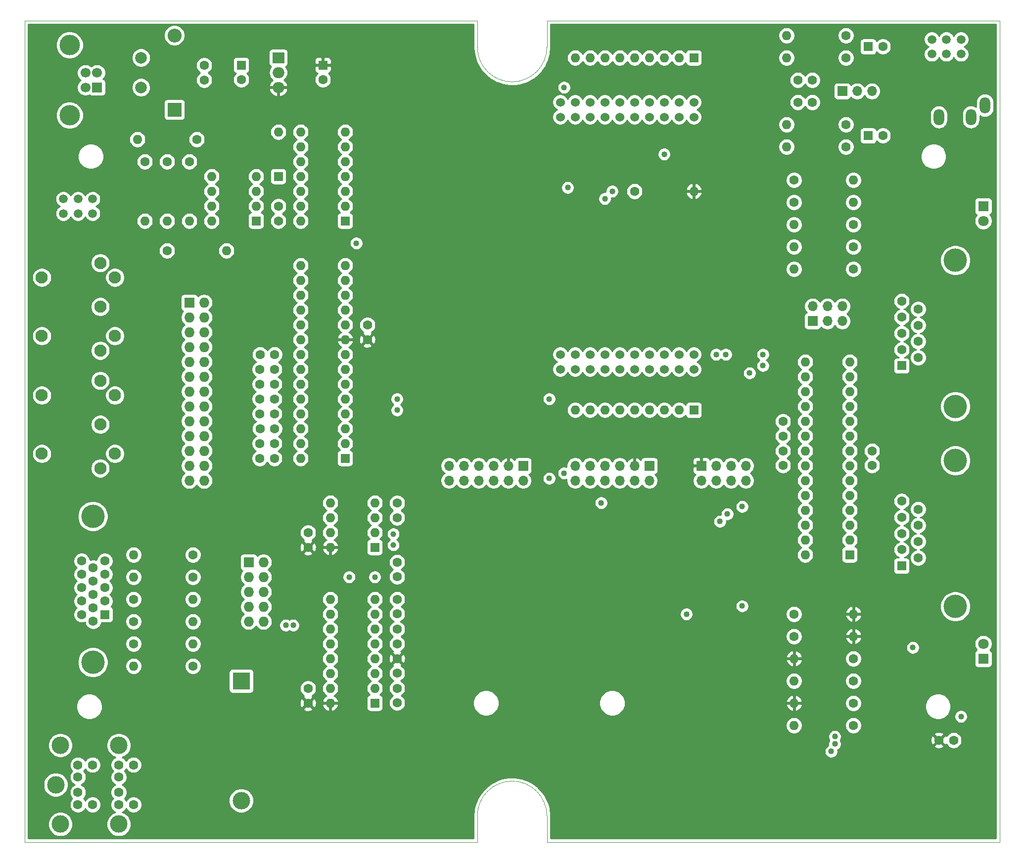
<source format=gbr>
G04 #@! TF.GenerationSoftware,KiCad,Pcbnew,5.0.1-33cea8e~67~ubuntu18.04.1*
G04 #@! TF.CreationDate,2020-01-20T06:57:41+00:00*
G04 #@! TF.ProjectId,neotron-32,6E656F74726F6E2D33322E6B69636164,[v1.2.1]*
G04 #@! TF.SameCoordinates,Original*
G04 #@! TF.FileFunction,Copper,L3,Inr,Signal*
G04 #@! TF.FilePolarity,Positive*
%FSLAX46Y46*%
G04 Gerber Fmt 4.6, Leading zero omitted, Abs format (unit mm)*
G04 Created by KiCad (PCBNEW 5.0.1-33cea8e~67~ubuntu18.04.1) date Mon Jan 20 06:57:41 2020*
%MOMM*%
%LPD*%
G01*
G04 APERTURE LIST*
G04 #@! TA.AperFunction,NonConductor*
%ADD10C,0.050000*%
G04 #@! TD*
G04 #@! TA.AperFunction,ViaPad*
%ADD11C,2.000000*%
G04 #@! TD*
G04 #@! TA.AperFunction,ViaPad*
%ADD12C,2.990000*%
G04 #@! TD*
G04 #@! TA.AperFunction,ViaPad*
%ADD13C,1.600000*%
G04 #@! TD*
G04 #@! TA.AperFunction,ViaPad*
%ADD14O,1.700000X1.700000*%
G04 #@! TD*
G04 #@! TA.AperFunction,ViaPad*
%ADD15R,1.700000X1.700000*%
G04 #@! TD*
G04 #@! TA.AperFunction,ViaPad*
%ADD16O,1.727200X1.727200*%
G04 #@! TD*
G04 #@! TA.AperFunction,ViaPad*
%ADD17R,1.727200X1.727200*%
G04 #@! TD*
G04 #@! TA.AperFunction,ViaPad*
%ADD18C,1.524000*%
G04 #@! TD*
G04 #@! TA.AperFunction,ViaPad*
%ADD19O,1.600000X1.600000*%
G04 #@! TD*
G04 #@! TA.AperFunction,ViaPad*
%ADD20C,1.500000*%
G04 #@! TD*
G04 #@! TA.AperFunction,ViaPad*
%ADD21C,1.800000*%
G04 #@! TD*
G04 #@! TA.AperFunction,ViaPad*
%ADD22R,1.800000X1.800000*%
G04 #@! TD*
G04 #@! TA.AperFunction,ViaPad*
%ADD23R,3.000000X3.000000*%
G04 #@! TD*
G04 #@! TA.AperFunction,ViaPad*
%ADD24C,3.000000*%
G04 #@! TD*
G04 #@! TA.AperFunction,ViaPad*
%ADD25C,2.100000*%
G04 #@! TD*
G04 #@! TA.AperFunction,ViaPad*
%ADD26C,4.000000*%
G04 #@! TD*
G04 #@! TA.AperFunction,ViaPad*
%ADD27R,1.600000X1.600000*%
G04 #@! TD*
G04 #@! TA.AperFunction,ViaPad*
%ADD28C,1.000000*%
G04 #@! TD*
G04 #@! TA.AperFunction,ViaPad*
%ADD29O,2.000000X1.905000*%
G04 #@! TD*
G04 #@! TA.AperFunction,ViaPad*
%ADD30R,2.000000X1.905000*%
G04 #@! TD*
G04 #@! TA.AperFunction,ViaPad*
%ADD31C,3.500001*%
G04 #@! TD*
G04 #@! TA.AperFunction,ViaPad*
%ADD32C,1.700000*%
G04 #@! TD*
G04 #@! TA.AperFunction,ViaPad*
%ADD33O,1.800000X2.800000*%
G04 #@! TD*
G04 #@! TA.AperFunction,ViaPad*
%ADD34O,2.400000X2.400000*%
G04 #@! TD*
G04 #@! TA.AperFunction,ViaPad*
%ADD35R,2.400000X2.400000*%
G04 #@! TD*
G04 #@! TA.AperFunction,ViaPad*
%ADD36C,1.016000*%
G04 #@! TD*
G04 #@! TA.AperFunction,Conductor*
%ADD37C,0.254000*%
G04 #@! TD*
G04 APERTURE END LIST*
D10*
X160266000Y-158450000D02*
X237766000Y-158450000D01*
X148366000Y-158450000D02*
X148366000Y-158450000D01*
X160266000Y-153920000D02*
X160266000Y-158450000D01*
X148366000Y-153920000D02*
X148366000Y-158450000D01*
X160266000Y-153920000D02*
G75*
G03X148366000Y-153920000I-5950000J0D01*
G01*
X160266000Y-17780000D02*
X237766000Y-17780000D01*
X160266000Y-22310000D02*
X160266000Y-17780000D01*
X148366000Y-22310000D02*
X148366000Y-17780000D01*
X160266000Y-22310000D02*
G75*
G02X148366000Y-22310000I-5950000J0D01*
G01*
X237766000Y-17780000D02*
X237766000Y-158450000D01*
X70866000Y-158450000D02*
X148366000Y-158450000D01*
X70866000Y-17780000D02*
X148366000Y-17780000D01*
X70866000Y-17780000D02*
X70866000Y-158450000D01*
D11*
G04 #@! TO.N,/Power/UNFUSED_5V*
G04 #@! TO.C,F1*
X90805000Y-24130000D03*
G04 #@! TO.N,+5V*
X90795000Y-29210000D03*
G04 #@! TD*
D12*
G04 #@! TO.N,N/C*
G04 #@! TO.C,J15*
X87000000Y-155340000D03*
X87000000Y-141840000D03*
D13*
G04 #@! TO.N,/Keyboard\002C Mouse and Joystick/MS_CLK*
X89500000Y-151990000D03*
G04 #@! TO.N,GND*
X87000000Y-151990000D03*
G04 #@! TO.N,N/C*
X87000000Y-147290000D03*
X89500000Y-145190000D03*
G04 #@! TO.N,/Keyboard\002C Mouse and Joystick/MS_DAT*
X87000000Y-149890000D03*
G04 #@! TO.N,+5V*
X87000000Y-145190000D03*
G04 #@! TO.N,GND*
X80000000Y-151990000D03*
G04 #@! TO.N,N/C*
X80000000Y-147290000D03*
G04 #@! TO.N,+5V*
X80000000Y-145190000D03*
G04 #@! TO.N,/Keyboard\002C Mouse and Joystick/KB_DAT*
X80000000Y-149890000D03*
D12*
G04 #@! TO.N,N/C*
X77000000Y-141840000D03*
X76200000Y-148590000D03*
X77000000Y-155340000D03*
D13*
G04 #@! TO.N,/Keyboard\002C Mouse and Joystick/KB_CLK*
X82500000Y-151990000D03*
G04 #@! TO.N,N/C*
X82500000Y-145190000D03*
G04 #@! TD*
D14*
G04 #@! TO.N,GND*
G04 #@! TO.C,J3*
X194310000Y-96520000D03*
G04 #@! TO.N,/PD6_U2RX*
X194310000Y-93980000D03*
G04 #@! TO.N,N/C*
X191770000Y-96520000D03*
X191770000Y-93980000D03*
X189230000Y-96520000D03*
X189230000Y-93980000D03*
G04 #@! TO.N,/PD7_U2TX*
X186690000Y-96520000D03*
D15*
G04 #@! TO.N,+3V3*
X186690000Y-93980000D03*
G04 #@! TD*
D16*
G04 #@! TO.N,GND*
G04 #@! TO.C,J11*
X101600000Y-96520000D03*
G04 #@! TO.N,/Parallel Printer/SELECT*
X99060000Y-96520000D03*
G04 #@! TO.N,GND*
X101600000Y-93980000D03*
G04 #@! TO.N,/Parallel Printer/POUT*
X99060000Y-93980000D03*
G04 #@! TO.N,GND*
X101600000Y-91440000D03*
G04 #@! TO.N,/Parallel Printer/~BUSY*
X99060000Y-91440000D03*
G04 #@! TO.N,GND*
X101600000Y-88900000D03*
G04 #@! TO.N,/Parallel Printer/ACK*
X99060000Y-88900000D03*
G04 #@! TO.N,GND*
X101600000Y-86360000D03*
G04 #@! TO.N,/Parallel Printer/D7*
X99060000Y-86360000D03*
G04 #@! TO.N,GND*
X101600000Y-83820000D03*
G04 #@! TO.N,/Parallel Printer/D6*
X99060000Y-83820000D03*
G04 #@! TO.N,GND*
X101600000Y-81280000D03*
G04 #@! TO.N,/Parallel Printer/D5*
X99060000Y-81280000D03*
G04 #@! TO.N,GND*
X101600000Y-78740000D03*
G04 #@! TO.N,/Parallel Printer/D4*
X99060000Y-78740000D03*
G04 #@! TO.N,GND*
X101600000Y-76200000D03*
G04 #@! TO.N,/Parallel Printer/D3*
X99060000Y-76200000D03*
G04 #@! TO.N,/Parallel Printer/~SELPRI*
X101600000Y-73660000D03*
G04 #@! TO.N,/Parallel Printer/D2*
X99060000Y-73660000D03*
G04 #@! TO.N,/Parallel Printer/RESET*
X101600000Y-71120000D03*
G04 #@! TO.N,/Parallel Printer/D1*
X99060000Y-71120000D03*
G04 #@! TO.N,/Parallel Printer/ERROR*
X101600000Y-68580000D03*
G04 #@! TO.N,/Parallel Printer/D0*
X99060000Y-68580000D03*
G04 #@! TO.N,/Parallel Printer/~LF*
X101600000Y-66040000D03*
D17*
G04 #@! TO.N,/~PB2_STROBE*
X99060000Y-66040000D03*
G04 #@! TD*
D18*
G04 #@! TO.N,/PA2_SPI_CLK*
G04 #@! TO.C,U1*
X185420000Y-31750000D03*
G04 #@! TO.N,/~PA3_SPI_CS0*
X182880000Y-31750000D03*
G04 #@! TO.N,/PA4_SPI_MISO*
X180340000Y-31750000D03*
G04 #@! TO.N,/~PB6_SPI_CS2*
X177800000Y-31750000D03*
G04 #@! TO.N,/PB7_VGA_GREEN*
X175260000Y-31750000D03*
G04 #@! TO.N,/~RESET*
X172720000Y-31750000D03*
G04 #@! TO.N,/~PF0_IRQ1*
X170180000Y-31750000D03*
G04 #@! TO.N,/PE0_U7RX*
X167640000Y-31750000D03*
G04 #@! TO.N,/~PB2_STROBE*
X165100000Y-31750000D03*
G04 #@! TO.N,GND*
X162560000Y-31750000D03*
G04 #@! TO.N,N/C*
X185420000Y-34290000D03*
G04 #@! TO.N,/PD7_U2TX*
X182880000Y-34290000D03*
G04 #@! TO.N,/PD6_U2RX*
X180340000Y-34290000D03*
G04 #@! TO.N,/PC7_MIDI_OUT*
X177800000Y-34290000D03*
G04 #@! TO.N,/PC6_MIDI_IN*
X175260000Y-34290000D03*
G04 #@! TO.N,/PC5_U1CTS*
X172720000Y-34290000D03*
G04 #@! TO.N,/PC4_U1RTS*
X170180000Y-34290000D03*
G04 #@! TO.N,/~PB3_SPI_CS1*
X167640000Y-34290000D03*
G04 #@! TO.N,N/C*
X165100000Y-34290000D03*
X162560000Y-34290000D03*
G04 #@! TO.N,+5V*
X162560000Y-74930000D03*
G04 #@! TO.N,N/C*
X170180000Y-74930000D03*
G04 #@! TO.N,/PD3_VGA_BLUE*
X175260000Y-74930000D03*
G04 #@! TO.N,/~PE2_SPI_CS3*
X180340000Y-74930000D03*
G04 #@! TO.N,/~PE3_IRQ2*
X182880000Y-74930000D03*
G04 #@! TO.N,/PF1_VGA_RED*
X185420000Y-74930000D03*
G04 #@! TO.N,/PE1_U7TX*
X177800000Y-74930000D03*
G04 #@! TO.N,/~PD2_IRQ3*
X172720000Y-74930000D03*
G04 #@! TO.N,GND*
X165100000Y-74930000D03*
G04 #@! TO.N,N/C*
X167640000Y-74930000D03*
G04 #@! TO.N,/PA7_I2C_SDA*
X185420000Y-77470000D03*
G04 #@! TO.N,/PA6_I2C_SCL*
X182880000Y-77470000D03*
G04 #@! TO.N,/PA5_SPI_MOSI*
X180340000Y-77470000D03*
G04 #@! TO.N,/PB4_VGA_HSYNC*
X177800000Y-77470000D03*
G04 #@! TO.N,/PE5_AUDIO_R*
X175260000Y-77470000D03*
G04 #@! TO.N,/PE4_AUDIO_L*
X172720000Y-77470000D03*
G04 #@! TO.N,/PB1_U1TX*
X170180000Y-77470000D03*
G04 #@! TO.N,/PB0_U1RX*
X167640000Y-77470000D03*
G04 #@! TO.N,/PB5_VGA_VSYNC*
X165100000Y-77470000D03*
G04 #@! TO.N,N/C*
X162560000Y-77470000D03*
G04 #@! TD*
D19*
G04 #@! TO.N,+3V3*
G04 #@! TO.C,R2*
X212725000Y-119380000D03*
D13*
G04 #@! TO.N,/PA7_I2C_SDA*
X202565000Y-119380000D03*
G04 #@! TD*
D20*
G04 #@! TO.N,N/C*
G04 #@! TO.C,SW2*
X231140000Y-20995000D03*
G04 #@! TO.N,GND*
X228640000Y-20995000D03*
G04 #@! TO.N,Net-(R28-Pad2)*
X226140000Y-20995000D03*
G04 #@! TO.N,Net-(R4-Pad2)*
X231140000Y-23495000D03*
G04 #@! TO.N,GND*
X228640000Y-23495000D03*
G04 #@! TO.N,N/C*
X226140000Y-23495000D03*
G04 #@! TD*
D19*
G04 #@! TO.N,Net-(R4-Pad2)*
G04 #@! TO.C,R4*
X212725000Y-45085000D03*
D13*
G04 #@! TO.N,Net-(D4-Pad1)*
X202565000Y-45085000D03*
G04 #@! TD*
D21*
G04 #@! TO.N,+5V*
G04 #@! TO.C,D4*
X234950000Y-52070000D03*
D22*
G04 #@! TO.N,Net-(D4-Pad1)*
X234950000Y-49530000D03*
G04 #@! TD*
D20*
G04 #@! TO.N,N/C*
G04 #@! TO.C,SW1*
X77510000Y-50800000D03*
G04 #@! TO.N,/Power/VUSB*
X80010000Y-50800000D03*
G04 #@! TO.N,/Power/UNFUSED_5V*
X82510000Y-50800000D03*
G04 #@! TO.N,N/C*
X77510000Y-48300000D03*
G04 #@! TO.N,/Power/VUSB*
X80010000Y-48300000D03*
G04 #@! TO.N,/Power/UNFUSED_5V*
X82510000Y-48300000D03*
G04 #@! TD*
D23*
G04 #@! TO.N,+BATT*
G04 #@! TO.C,BT1*
X107950000Y-130810000D03*
D24*
G04 #@! TO.N,GND*
X107950000Y-151300000D03*
G04 #@! TD*
D16*
G04 #@! TO.N,N/C*
G04 #@! TO.C,J18*
X111760000Y-120650000D03*
X109220000Y-120650000D03*
G04 #@! TO.N,/RS-232 Serial Port/RS232_CTS_IN*
X111760000Y-118110000D03*
G04 #@! TO.N,/RS-232 Serial Port/RS232_RTS_OUT*
X109220000Y-118110000D03*
G04 #@! TO.N,N/C*
X111760000Y-115570000D03*
G04 #@! TO.N,GND*
X109220000Y-115570000D03*
G04 #@! TO.N,N/C*
X111760000Y-113030000D03*
G04 #@! TO.N,/RS-232 Serial Port/RS232_TX_OUT*
X109220000Y-113030000D03*
G04 #@! TO.N,/RS-232 Serial Port/RS232_RX_IN*
X111760000Y-110490000D03*
D17*
G04 #@! TO.N,N/C*
X109220000Y-110490000D03*
G04 #@! TD*
D25*
G04 #@! TO.N,N/C*
G04 #@! TO.C,J5*
X73820000Y-81915000D03*
X73820000Y-91915000D03*
G04 #@! TO.N,Net-(J5-Pad4)*
X86320000Y-91915000D03*
G04 #@! TO.N,Net-(D1-Pad2)*
X86320000Y-81915000D03*
G04 #@! TO.N,N/C*
X83820000Y-86915000D03*
X83820000Y-79415000D03*
X83820000Y-94415000D03*
G04 #@! TD*
G04 #@! TO.N,N/C*
G04 #@! TO.C,J4*
X73820000Y-61755000D03*
X73820000Y-71755000D03*
G04 #@! TO.N,Net-(J4-Pad4)*
X86320000Y-71755000D03*
G04 #@! TO.N,Net-(J4-Pad5)*
X86320000Y-61755000D03*
G04 #@! TO.N,GND*
X83820000Y-66755000D03*
G04 #@! TO.N,N/C*
X83820000Y-59255000D03*
X83820000Y-74255000D03*
G04 #@! TD*
D26*
G04 #@! TO.N,Net-(J17-Pad0)*
G04 #@! TO.C,J17*
X82550000Y-127635000D03*
X82550000Y-102635000D03*
D13*
G04 #@! TO.N,N/C*
X80640000Y-110290000D03*
G04 #@! TO.N,Net-(J17-Pad14)*
X80640000Y-112580000D03*
G04 #@! TO.N,Net-(J17-Pad13)*
X80640000Y-114870000D03*
G04 #@! TO.N,N/C*
X80640000Y-117160000D03*
X80640000Y-119450000D03*
X82620000Y-111435000D03*
X82620000Y-113725000D03*
G04 #@! TO.N,GND*
X82620000Y-116015000D03*
X82620000Y-118305000D03*
X82620000Y-120595000D03*
X84600000Y-110290000D03*
G04 #@! TO.N,N/C*
X84600000Y-112580000D03*
G04 #@! TO.N,Net-(J17-Pad3)*
X84600000Y-114870000D03*
G04 #@! TO.N,Net-(J17-Pad2)*
X84600000Y-117160000D03*
D27*
G04 #@! TO.N,Net-(J17-Pad1)*
X84600000Y-119450000D03*
G04 #@! TD*
D26*
G04 #@! TO.N,N/C*
G04 #@! TO.C,J13*
X230180000Y-58820000D03*
X230180000Y-83820000D03*
D13*
G04 #@! TO.N,/Keyboard\002C Mouse and Joystick/START_C_JS2*
X223820000Y-67165000D03*
G04 #@! TO.N,GND*
X223820000Y-69935000D03*
G04 #@! TO.N,/Keyboard\002C Mouse and Joystick/SELECT_JS2*
X223820000Y-72705000D03*
G04 #@! TO.N,/Keyboard\002C Mouse and Joystick/A_B_JS2*
X223820000Y-75475000D03*
G04 #@! TO.N,+5V*
X220980000Y-65780000D03*
G04 #@! TO.N,/Keyboard\002C Mouse and Joystick/RIGHT_GND_JS2*
X220980000Y-68550000D03*
G04 #@! TO.N,/Keyboard\002C Mouse and Joystick/LEFT_GND_JS2*
X220980000Y-71320000D03*
G04 #@! TO.N,/Keyboard\002C Mouse and Joystick/DOWN_JS2*
X220980000Y-74090000D03*
D27*
G04 #@! TO.N,/Keyboard\002C Mouse and Joystick/UP_JS2*
X220980000Y-76860000D03*
G04 #@! TD*
G04 #@! TO.N,/Keyboard\002C Mouse and Joystick/UP_JS1*
G04 #@! TO.C,J14*
X220980000Y-111125000D03*
D13*
G04 #@! TO.N,/Keyboard\002C Mouse and Joystick/DOWN_JS1*
X220980000Y-108355000D03*
G04 #@! TO.N,/Keyboard\002C Mouse and Joystick/LEFT_GND_JS1*
X220980000Y-105585000D03*
G04 #@! TO.N,/Keyboard\002C Mouse and Joystick/RIGHT_GND_JS1*
X220980000Y-102815000D03*
G04 #@! TO.N,+5V*
X220980000Y-100045000D03*
G04 #@! TO.N,/Keyboard\002C Mouse and Joystick/A_B_JS1*
X223820000Y-109740000D03*
G04 #@! TO.N,/Keyboard\002C Mouse and Joystick/SELECT_JS1*
X223820000Y-106970000D03*
G04 #@! TO.N,GND*
X223820000Y-104200000D03*
G04 #@! TO.N,/Keyboard\002C Mouse and Joystick/START_C_JS1*
X223820000Y-101430000D03*
D26*
G04 #@! TO.N,N/C*
X230180000Y-118085000D03*
X230180000Y-93085000D03*
G04 #@! TD*
D19*
G04 #@! TO.N,/Parallel Printer/D7*
G04 #@! TO.C,U5*
X118110000Y-92710000D03*
G04 #@! TO.N,/PA4_SPI_MISO*
X125730000Y-59690000D03*
G04 #@! TO.N,/Parallel Printer/D6*
X118110000Y-90170000D03*
G04 #@! TO.N,/PA5_SPI_MOSI*
X125730000Y-62230000D03*
G04 #@! TO.N,/Parallel Printer/D5*
X118110000Y-87630000D03*
G04 #@! TO.N,/PA2_SPI_CLK*
X125730000Y-64770000D03*
G04 #@! TO.N,/Parallel Printer/D4*
X118110000Y-85090000D03*
G04 #@! TO.N,/~PB3_SPI_CS1*
X125730000Y-67310000D03*
G04 #@! TO.N,/Parallel Printer/D3*
X118110000Y-82550000D03*
G04 #@! TO.N,GND*
X125730000Y-69850000D03*
G04 #@! TO.N,/Parallel Printer/D2*
X118110000Y-80010000D03*
G04 #@! TO.N,+3V3*
X125730000Y-72390000D03*
G04 #@! TO.N,/Parallel Printer/D1*
X118110000Y-77470000D03*
G04 #@! TO.N,/Parallel Printer/~SELPRI*
X125730000Y-74930000D03*
G04 #@! TO.N,/Parallel Printer/D0*
X118110000Y-74930000D03*
G04 #@! TO.N,/Parallel Printer/RESET*
X125730000Y-77470000D03*
G04 #@! TO.N,/~PF0_IRQ1*
X118110000Y-72390000D03*
G04 #@! TO.N,/Parallel Printer/ERROR*
X125730000Y-80010000D03*
G04 #@! TO.N,N/C*
X118110000Y-69850000D03*
G04 #@! TO.N,/Parallel Printer/~LF*
X125730000Y-82550000D03*
G04 #@! TO.N,/~RESET*
X118110000Y-67310000D03*
G04 #@! TO.N,/Parallel Printer/SELECT*
X125730000Y-85090000D03*
G04 #@! TO.N,GND*
X118110000Y-64770000D03*
G04 #@! TO.N,/Parallel Printer/POUT*
X125730000Y-87630000D03*
G04 #@! TO.N,GND*
X118110000Y-62230000D03*
G04 #@! TO.N,/Parallel Printer/~BUSY*
X125730000Y-90170000D03*
G04 #@! TO.N,GND*
X118110000Y-59690000D03*
D27*
G04 #@! TO.N,/Parallel Printer/ACK*
X125730000Y-92710000D03*
G04 #@! TD*
D14*
G04 #@! TO.N,/PA6_I2C_SCL*
G04 #@! TO.C,J1*
X143510000Y-96520000D03*
G04 #@! TO.N,/PA7_I2C_SDA*
X143510000Y-93980000D03*
G04 #@! TO.N,/~PB6_SPI_CS2*
X146050000Y-96520000D03*
G04 #@! TO.N,/~RESET*
X146050000Y-93980000D03*
G04 #@! TO.N,/PA2_SPI_CLK*
X148590000Y-96520000D03*
G04 #@! TO.N,GND*
X148590000Y-93980000D03*
G04 #@! TO.N,/PA4_SPI_MISO*
X151130000Y-96520000D03*
G04 #@! TO.N,GND*
X151130000Y-93980000D03*
G04 #@! TO.N,/PA5_SPI_MOSI*
X153670000Y-96520000D03*
G04 #@! TO.N,+3V3*
X153670000Y-93980000D03*
G04 #@! TO.N,/~PE3_IRQ2*
X156210000Y-96520000D03*
D15*
G04 #@! TO.N,+5V*
X156210000Y-93980000D03*
G04 #@! TD*
D19*
G04 #@! TO.N,Net-(J4-Pad5)*
G04 #@! TO.C,R6*
X91440000Y-52070000D03*
D13*
G04 #@! TO.N,Net-(R6-Pad1)*
X91440000Y-41910000D03*
G04 #@! TD*
D19*
G04 #@! TO.N,+3V3*
G04 #@! TO.C,R16*
X202565000Y-134620000D03*
D13*
G04 #@! TO.N,Net-(J10-Pad8)*
X212725000Y-134620000D03*
G04 #@! TD*
D19*
G04 #@! TO.N,/Keyboard\002C Mouse and Joystick/SELECT_JS1*
G04 #@! TO.C,U6*
X204470000Y-109220000D03*
G04 #@! TO.N,N/C*
X212090000Y-76200000D03*
G04 #@! TO.N,/Keyboard\002C Mouse and Joystick/SELECT_JS2*
X204470000Y-106680000D03*
G04 #@! TO.N,/Keyboard\002C Mouse and Joystick/UP_JS1*
X212090000Y-78740000D03*
G04 #@! TO.N,/Keyboard\002C Mouse and Joystick/MS_DAT*
X204470000Y-104140000D03*
G04 #@! TO.N,/Keyboard\002C Mouse and Joystick/A_B_JS1*
X212090000Y-81280000D03*
G04 #@! TO.N,/Keyboard\002C Mouse and Joystick/MS_CLK*
X204470000Y-101600000D03*
G04 #@! TO.N,/Keyboard\002C Mouse and Joystick/DOWN_JS1*
X212090000Y-83820000D03*
G04 #@! TO.N,/Keyboard\002C Mouse and Joystick/KB_DAT*
X204470000Y-99060000D03*
G04 #@! TO.N,/Keyboard\002C Mouse and Joystick/UP_JS2*
X212090000Y-86360000D03*
G04 #@! TO.N,/Keyboard\002C Mouse and Joystick/KB_CLK*
X204470000Y-96520000D03*
G04 #@! TO.N,/Keyboard\002C Mouse and Joystick/A_B_JS2*
X212090000Y-88900000D03*
G04 #@! TO.N,GND*
X204470000Y-93980000D03*
X212090000Y-91440000D03*
G04 #@! TO.N,Net-(C20-Pad2)*
X204470000Y-91440000D03*
G04 #@! TO.N,+5V*
X212090000Y-93980000D03*
X204470000Y-88900000D03*
G04 #@! TO.N,/Keyboard\002C Mouse and Joystick/LEFT_GND_JS1*
X212090000Y-96520000D03*
G04 #@! TO.N,/Keyboard\002C Mouse and Joystick/AT_MOSI*
X204470000Y-86360000D03*
G04 #@! TO.N,/Keyboard\002C Mouse and Joystick/RIGHT_GND_JS1*
X212090000Y-99060000D03*
G04 #@! TO.N,/Keyboard\002C Mouse and Joystick/AT_MISO*
X204470000Y-83820000D03*
G04 #@! TO.N,/Keyboard\002C Mouse and Joystick/START_C_JS1*
X212090000Y-101600000D03*
G04 #@! TO.N,/Keyboard\002C Mouse and Joystick/AT_SCK*
X204470000Y-81280000D03*
G04 #@! TO.N,/PE1_U7TX*
X212090000Y-104140000D03*
G04 #@! TO.N,/Keyboard\002C Mouse and Joystick/START_C_JS2*
X204470000Y-78740000D03*
G04 #@! TO.N,/PE0_U7RX*
X212090000Y-106680000D03*
G04 #@! TO.N,N/C*
X204470000Y-76200000D03*
D27*
G04 #@! TO.N,/~RESET*
X212090000Y-109220000D03*
G04 #@! TD*
D19*
G04 #@! TO.N,Net-(R28-Pad2)*
G04 #@! TO.C,R28*
X212725000Y-48895000D03*
D13*
G04 #@! TO.N,/~RESET*
X202565000Y-48895000D03*
G04 #@! TD*
D19*
G04 #@! TO.N,Net-(J17-Pad14)*
G04 #@! TO.C,R27*
X89535000Y-113030000D03*
D13*
G04 #@! TO.N,/PB5_VGA_VSYNC*
X99695000Y-113030000D03*
G04 #@! TD*
D19*
G04 #@! TO.N,Net-(J17-Pad13)*
G04 #@! TO.C,R26*
X89535000Y-109220000D03*
D13*
G04 #@! TO.N,/PB4_VGA_HSYNC*
X99695000Y-109220000D03*
G04 #@! TD*
D19*
G04 #@! TO.N,Net-(J17-Pad0)*
G04 #@! TO.C,R25*
X89535000Y-128270000D03*
D13*
G04 #@! TO.N,GND*
X99695000Y-128270000D03*
G04 #@! TD*
D19*
G04 #@! TO.N,/PD3_VGA_BLUE*
G04 #@! TO.C,R24*
X99695000Y-116840000D03*
D13*
G04 #@! TO.N,Net-(J17-Pad3)*
X89535000Y-116840000D03*
G04 #@! TD*
D19*
G04 #@! TO.N,/PB7_VGA_GREEN*
G04 #@! TO.C,R23*
X99695000Y-120650000D03*
D13*
G04 #@! TO.N,Net-(J17-Pad2)*
X89535000Y-120650000D03*
G04 #@! TD*
D19*
G04 #@! TO.N,/PF1_VGA_RED*
G04 #@! TO.C,R22*
X99695000Y-124460000D03*
D13*
G04 #@! TO.N,Net-(J17-Pad1)*
X89535000Y-124460000D03*
G04 #@! TD*
D19*
G04 #@! TO.N,/Keyboard\002C Mouse and Joystick/AT_MOSI*
G04 #@! TO.C,R21*
X202565000Y-60325000D03*
D13*
G04 #@! TO.N,/Keyboard\002C Mouse and Joystick/DOWN_JS2*
X212725000Y-60325000D03*
G04 #@! TD*
D19*
G04 #@! TO.N,/Keyboard\002C Mouse and Joystick/AT_MISO*
G04 #@! TO.C,R20*
X202565000Y-52705000D03*
D13*
G04 #@! TO.N,/Keyboard\002C Mouse and Joystick/LEFT_GND_JS2*
X212725000Y-52705000D03*
G04 #@! TD*
D19*
G04 #@! TO.N,/Keyboard\002C Mouse and Joystick/AT_SCK*
G04 #@! TO.C,R19*
X202565000Y-56515000D03*
D13*
G04 #@! TO.N,/Keyboard\002C Mouse and Joystick/RIGHT_GND_JS2*
X212725000Y-56515000D03*
G04 #@! TD*
D19*
G04 #@! TO.N,GND*
G04 #@! TO.C,R18*
X202565000Y-138430000D03*
D13*
G04 #@! TO.N,Net-(J10-Pad9)*
X212725000Y-138430000D03*
G04 #@! TD*
D19*
G04 #@! TO.N,Net-(R17-Pad2)*
G04 #@! TO.C,R17*
X202565000Y-130810000D03*
D13*
G04 #@! TO.N,Net-(D3-Pad1)*
X212725000Y-130810000D03*
G04 #@! TD*
D19*
G04 #@! TO.N,+3V3*
G04 #@! TO.C,R15*
X202565000Y-127000000D03*
D13*
G04 #@! TO.N,Net-(J10-Pad1)*
X212725000Y-127000000D03*
G04 #@! TD*
D19*
G04 #@! TO.N,Net-(J9-Pad5)*
G04 #@! TO.C,R14*
X90170000Y-38100000D03*
D13*
G04 #@! TO.N,GND*
X100330000Y-38100000D03*
G04 #@! TD*
D19*
G04 #@! TO.N,GND*
G04 #@! TO.C,R13*
X201295000Y-35560000D03*
D13*
G04 #@! TO.N,Net-(C3-Pad2)*
X211455000Y-35560000D03*
G04 #@! TD*
D19*
G04 #@! TO.N,GND*
G04 #@! TO.C,R12*
X201295000Y-24130000D03*
D13*
G04 #@! TO.N,Net-(C2-Pad2)*
X211455000Y-24130000D03*
G04 #@! TD*
D19*
G04 #@! TO.N,/PE4_AUDIO_L*
G04 #@! TO.C,R11*
X201295000Y-39370000D03*
D13*
G04 #@! TO.N,Net-(C3-Pad2)*
X211455000Y-39370000D03*
G04 #@! TD*
D19*
G04 #@! TO.N,/PE5_AUDIO_R*
G04 #@! TO.C,R10*
X201295000Y-20320000D03*
D13*
G04 #@! TO.N,Net-(C2-Pad2)*
X211455000Y-20320000D03*
G04 #@! TD*
D19*
G04 #@! TO.N,+3V3*
G04 #@! TO.C,R9*
X185420000Y-46990000D03*
D13*
G04 #@! TO.N,/PC6_MIDI_IN*
X175260000Y-46990000D03*
G04 #@! TD*
D19*
G04 #@! TO.N,Net-(R8-Pad2)*
G04 #@! TO.C,R8*
X99060000Y-52070000D03*
D13*
G04 #@! TO.N,GND*
X99060000Y-41910000D03*
G04 #@! TD*
D19*
G04 #@! TO.N,Net-(J5-Pad4)*
G04 #@! TO.C,R5*
X95250000Y-52070000D03*
D13*
G04 #@! TO.N,Net-(D1-Pad1)*
X95250000Y-41910000D03*
G04 #@! TD*
D19*
G04 #@! TO.N,+5V*
G04 #@! TO.C,R3*
X105410000Y-57150000D03*
D13*
G04 #@! TO.N,Net-(J4-Pad4)*
X95250000Y-57150000D03*
G04 #@! TD*
D19*
G04 #@! TO.N,+3V3*
G04 #@! TO.C,R1*
X212725000Y-123190000D03*
D13*
G04 #@! TO.N,/PA6_I2C_SCL*
X202565000Y-123190000D03*
G04 #@! TD*
G04 #@! TO.N,GND*
G04 #@! TO.C,C8*
X121920000Y-27900000D03*
D27*
G04 #@! TO.N,+3V3*
X121920000Y-25400000D03*
G04 #@! TD*
D13*
G04 #@! TO.N,GND*
G04 #@! TO.C,C6*
X107950000Y-27900000D03*
D27*
G04 #@! TO.N,+5V*
X107950000Y-25400000D03*
G04 #@! TD*
D13*
G04 #@! TO.N,/Audio/LEFT_CHAN*
G04 #@! TO.C,C5*
X217765000Y-37465000D03*
D27*
G04 #@! TO.N,Net-(C3-Pad2)*
X215265000Y-37465000D03*
G04 #@! TD*
D13*
G04 #@! TO.N,/Audio/RIGHT_CHAN*
G04 #@! TO.C,C4*
X217765000Y-22225000D03*
D27*
G04 #@! TO.N,Net-(C2-Pad2)*
X215265000Y-22225000D03*
G04 #@! TD*
D19*
G04 #@! TO.N,+5V*
G04 #@! TO.C,U3*
X102870000Y-52070000D03*
G04 #@! TO.N,N/C*
X110490000Y-44450000D03*
G04 #@! TO.N,Net-(R8-Pad2)*
X102870000Y-49530000D03*
G04 #@! TO.N,Net-(D1-Pad2)*
X110490000Y-46990000D03*
G04 #@! TO.N,/PC6_MIDI_IN*
X102870000Y-46990000D03*
G04 #@! TO.N,Net-(D1-Pad1)*
X110490000Y-49530000D03*
G04 #@! TO.N,GND*
X102870000Y-44450000D03*
D27*
G04 #@! TO.N,N/C*
X110490000Y-52070000D03*
G04 #@! TD*
D28*
G04 #@! TO.N,Net-(C22-Pad1)*
G04 #@! TO.C,Y1*
X133985000Y-105664000D03*
G04 #@! TO.N,Net-(C21-Pad2)*
X133985000Y-107564000D03*
G04 #@! TD*
D19*
G04 #@! TO.N,+3V3*
G04 #@! TO.C,U8*
X123190000Y-134620000D03*
G04 #@! TO.N,/RS-232 Serial Port/RS232_CTS_IN*
X130810000Y-116840000D03*
G04 #@! TO.N,GND*
X123190000Y-132080000D03*
G04 #@! TO.N,/RS-232 Serial Port/RS232_RTS_OUT*
X130810000Y-119380000D03*
G04 #@! TO.N,/RS-232 Serial Port/RS232_TX_OUT*
X123190000Y-129540000D03*
G04 #@! TO.N,Net-(C27-Pad2)*
X130810000Y-121920000D03*
G04 #@! TO.N,/RS-232 Serial Port/RS232_RX_IN*
X123190000Y-127000000D03*
G04 #@! TO.N,Net-(C26-Pad2)*
X130810000Y-124460000D03*
G04 #@! TO.N,/PB0_U1RX*
X123190000Y-124460000D03*
G04 #@! TO.N,Net-(C26-Pad1)*
X130810000Y-127000000D03*
G04 #@! TO.N,/PB1_U1TX*
X123190000Y-121920000D03*
G04 #@! TO.N,Net-(C25-Pad1)*
X130810000Y-129540000D03*
G04 #@! TO.N,/PC4_U1RTS*
X123190000Y-119380000D03*
G04 #@! TO.N,Net-(C28-Pad2)*
X130810000Y-132080000D03*
G04 #@! TO.N,/PC5_U1CTS*
X123190000Y-116840000D03*
D27*
G04 #@! TO.N,Net-(C25-Pad2)*
X130810000Y-134620000D03*
G04 #@! TD*
D19*
G04 #@! TO.N,+3V3*
G04 #@! TO.C,U7*
X123190000Y-107950000D03*
G04 #@! TO.N,GND*
X130810000Y-100330000D03*
G04 #@! TO.N,N/C*
X123190000Y-105410000D03*
G04 #@! TO.N,+BATT*
X130810000Y-102870000D03*
G04 #@! TO.N,/PA6_I2C_SCL*
X123190000Y-102870000D03*
G04 #@! TO.N,Net-(C22-Pad1)*
X130810000Y-105410000D03*
G04 #@! TO.N,/PA7_I2C_SDA*
X123190000Y-100330000D03*
D27*
G04 #@! TO.N,Net-(C21-Pad2)*
X130810000Y-107950000D03*
G04 #@! TD*
D29*
G04 #@! TO.N,+3V3*
G04 #@! TO.C,U4*
X114300000Y-29210000D03*
G04 #@! TO.N,GND*
X114300000Y-26670000D03*
D30*
G04 #@! TO.N,+5V*
X114300000Y-24130000D03*
G04 #@! TD*
D19*
G04 #@! TO.N,+5V*
G04 #@! TO.C,U2*
X118110000Y-52070000D03*
G04 #@! TO.N,GND*
X125730000Y-36830000D03*
G04 #@! TO.N,/~PA3_SPI_CS0*
X118110000Y-49530000D03*
G04 #@! TO.N,N/C*
X125730000Y-39370000D03*
G04 #@! TO.N,Net-(U2-Pad11)*
X118110000Y-46990000D03*
G04 #@! TO.N,GND*
X125730000Y-41910000D03*
G04 #@! TO.N,Net-(U2-Pad11)*
X118110000Y-44450000D03*
G04 #@! TO.N,Net-(U2-Pad1)*
X125730000Y-44450000D03*
G04 #@! TO.N,Net-(R17-Pad2)*
X118110000Y-41910000D03*
G04 #@! TO.N,/PC7_MIDI_OUT*
X125730000Y-46990000D03*
G04 #@! TO.N,GND*
X118110000Y-39370000D03*
G04 #@! TO.N,Net-(R6-Pad1)*
X125730000Y-49530000D03*
G04 #@! TO.N,N/C*
X118110000Y-36830000D03*
D27*
G04 #@! TO.N,Net-(U2-Pad1)*
X125730000Y-52070000D03*
G04 #@! TD*
D19*
G04 #@! TO.N,/~PF0_IRQ1*
G04 #@! TO.C,RN2*
X165100000Y-24130000D03*
G04 #@! TO.N,/~PB3_SPI_CS1*
X167640000Y-24130000D03*
G04 #@! TO.N,/PC4_U1RTS*
X170180000Y-24130000D03*
G04 #@! TO.N,/~RESET*
X172720000Y-24130000D03*
G04 #@! TO.N,/~PB6_SPI_CS2*
X175260000Y-24130000D03*
G04 #@! TO.N,/PC7_MIDI_OUT*
X177800000Y-24130000D03*
G04 #@! TO.N,/~PA3_SPI_CS0*
X180340000Y-24130000D03*
G04 #@! TO.N,/PD7_U2TX*
X182880000Y-24130000D03*
D27*
G04 #@! TO.N,GND*
X185420000Y-24130000D03*
G04 #@! TD*
D19*
G04 #@! TO.N,/PB1_U1TX*
G04 #@! TO.C,RN1*
X165100000Y-84455000D03*
G04 #@! TO.N,/~PD2_IRQ3*
X167640000Y-84455000D03*
G04 #@! TO.N,/PE1_U7TX*
X170180000Y-84455000D03*
G04 #@! TO.N,/PA5_SPI_MOSI*
X172720000Y-84455000D03*
G04 #@! TO.N,/~PE2_SPI_CS3*
X175260000Y-84455000D03*
G04 #@! TO.N,/~PE3_IRQ2*
X177800000Y-84455000D03*
G04 #@! TO.N,/PA2_SPI_CLK*
X180340000Y-84455000D03*
G04 #@! TO.N,/PA4_SPI_MISO*
X182880000Y-84455000D03*
D27*
G04 #@! TO.N,GND*
X185420000Y-84455000D03*
G04 #@! TD*
D14*
G04 #@! TO.N,GND*
G04 #@! TO.C,J12*
X210820000Y-66675000D03*
G04 #@! TO.N,/~RESET*
X210820000Y-69215000D03*
G04 #@! TO.N,/Keyboard\002C Mouse and Joystick/AT_MOSI*
X208280000Y-66675000D03*
G04 #@! TO.N,/Keyboard\002C Mouse and Joystick/AT_SCK*
X208280000Y-69215000D03*
G04 #@! TO.N,+5V*
X205740000Y-66675000D03*
D15*
G04 #@! TO.N,/Keyboard\002C Mouse and Joystick/AT_MISO*
X205740000Y-69215000D03*
G04 #@! TD*
D31*
G04 #@! TO.N,Net-(J9-Pad5)*
G04 #@! TO.C,J9*
X78570000Y-21940000D03*
X78570000Y-33980000D03*
D32*
G04 #@! TO.N,GND*
X81280000Y-29210000D03*
G04 #@! TO.N,N/C*
X81280000Y-26710000D03*
X83280000Y-26710000D03*
D15*
G04 #@! TO.N,/Power/VUSB*
X83280000Y-29210000D03*
G04 #@! TD*
D14*
G04 #@! TO.N,/Audio/RIGHT_CHAN*
G04 #@! TO.C,J8*
X215900000Y-29845000D03*
G04 #@! TO.N,/Audio/RIGHT_SPKR*
X213360000Y-29845000D03*
D15*
G04 #@! TO.N,/Audio/LEFT_CHAN*
X210820000Y-29845000D03*
G04 #@! TD*
D33*
G04 #@! TO.N,/Audio/RIGHT_SPKR*
G04 #@! TO.C,J7*
X227330000Y-34290000D03*
G04 #@! TO.N,/Audio/LEFT_CHAN*
X232830000Y-34290000D03*
G04 #@! TO.N,GND*
X235230000Y-32290000D03*
G04 #@! TD*
D15*
G04 #@! TO.N,+5V*
G04 #@! TO.C,J2*
X177800000Y-93980000D03*
D14*
G04 #@! TO.N,/~PD2_IRQ3*
X177800000Y-96520000D03*
G04 #@! TO.N,+3V3*
X175260000Y-93980000D03*
G04 #@! TO.N,/PA5_SPI_MOSI*
X175260000Y-96520000D03*
G04 #@! TO.N,GND*
X172720000Y-93980000D03*
G04 #@! TO.N,/PA4_SPI_MISO*
X172720000Y-96520000D03*
G04 #@! TO.N,GND*
X170180000Y-93980000D03*
G04 #@! TO.N,/PA2_SPI_CLK*
X170180000Y-96520000D03*
G04 #@! TO.N,/~RESET*
X167640000Y-93980000D03*
G04 #@! TO.N,/~PE2_SPI_CS3*
X167640000Y-96520000D03*
G04 #@! TO.N,/PA7_I2C_SDA*
X165100000Y-93980000D03*
G04 #@! TO.N,/PA6_I2C_SCL*
X165100000Y-96520000D03*
G04 #@! TD*
D21*
G04 #@! TO.N,+5V*
G04 #@! TO.C,D3*
X234950000Y-124460000D03*
D22*
G04 #@! TO.N,Net-(D3-Pad1)*
X234950000Y-127000000D03*
G04 #@! TD*
D34*
G04 #@! TO.N,GND*
G04 #@! TO.C,D2*
X96520000Y-20320000D03*
D35*
G04 #@! TO.N,+5V*
X96520000Y-33020000D03*
G04 #@! TD*
D19*
G04 #@! TO.N,Net-(D1-Pad2)*
G04 #@! TO.C,D1*
X114300000Y-36830000D03*
D27*
G04 #@! TO.N,Net-(D1-Pad1)*
X114300000Y-44450000D03*
G04 #@! TD*
D13*
G04 #@! TO.N,GND*
G04 #@! TO.C,C29*
X200660000Y-86400000D03*
G04 #@! TO.N,+5V*
X200660000Y-88900000D03*
G04 #@! TD*
G04 #@! TO.N,Net-(C28-Pad2)*
G04 #@! TO.C,C28*
X134620000Y-129500000D03*
G04 #@! TO.N,+3V3*
X134620000Y-127000000D03*
G04 #@! TD*
G04 #@! TO.N,Net-(C27-Pad2)*
G04 #@! TO.C,C27*
X134620000Y-119340000D03*
G04 #@! TO.N,GND*
X134620000Y-116840000D03*
G04 #@! TD*
G04 #@! TO.N,Net-(C26-Pad2)*
G04 #@! TO.C,C26*
X134620000Y-121960000D03*
G04 #@! TO.N,Net-(C26-Pad1)*
X134620000Y-124460000D03*
G04 #@! TD*
G04 #@! TO.N,Net-(C25-Pad2)*
G04 #@! TO.C,C25*
X134620000Y-134580000D03*
G04 #@! TO.N,Net-(C25-Pad1)*
X134620000Y-132080000D03*
G04 #@! TD*
G04 #@! TO.N,+3V3*
G04 #@! TO.C,C24*
X119380000Y-134620000D03*
G04 #@! TO.N,GND*
X119380000Y-132120000D03*
G04 #@! TD*
G04 #@! TO.N,GND*
G04 #@! TO.C,C23*
X119380000Y-105450000D03*
G04 #@! TO.N,+3V3*
X119380000Y-107950000D03*
G04 #@! TD*
G04 #@! TO.N,GND*
G04 #@! TO.C,C22*
X134620000Y-100370000D03*
G04 #@! TO.N,Net-(C22-Pad1)*
X134620000Y-102870000D03*
G04 #@! TD*
G04 #@! TO.N,Net-(C21-Pad2)*
G04 #@! TO.C,C21*
X134620000Y-110490000D03*
G04 #@! TO.N,GND*
X134620000Y-112990000D03*
G04 #@! TD*
G04 #@! TO.N,Net-(C20-Pad2)*
G04 #@! TO.C,C20*
X200660000Y-91440000D03*
G04 #@! TO.N,GND*
X200660000Y-93940000D03*
G04 #@! TD*
G04 #@! TO.N,GND*
G04 #@! TO.C,C19*
X215900000Y-91440000D03*
G04 #@! TO.N,+5V*
X215900000Y-93940000D03*
G04 #@! TD*
G04 #@! TO.N,/Parallel Printer/D7*
G04 #@! TO.C,C18*
X113625000Y-92710000D03*
G04 #@! TO.N,GND*
X111125000Y-92710000D03*
G04 #@! TD*
G04 #@! TO.N,/Parallel Printer/D6*
G04 #@! TO.C,C17*
X113625000Y-90170000D03*
G04 #@! TO.N,GND*
X111125000Y-90170000D03*
G04 #@! TD*
G04 #@! TO.N,/Parallel Printer/D5*
G04 #@! TO.C,C16*
X113665000Y-87630000D03*
G04 #@! TO.N,GND*
X111165000Y-87630000D03*
G04 #@! TD*
G04 #@! TO.N,/Parallel Printer/D4*
G04 #@! TO.C,C15*
X113625000Y-85090000D03*
G04 #@! TO.N,GND*
X111125000Y-85090000D03*
G04 #@! TD*
G04 #@! TO.N,/Parallel Printer/D3*
G04 #@! TO.C,C14*
X113625000Y-82550000D03*
G04 #@! TO.N,GND*
X111125000Y-82550000D03*
G04 #@! TD*
G04 #@! TO.N,/Parallel Printer/D2*
G04 #@! TO.C,C13*
X113625000Y-80010000D03*
G04 #@! TO.N,GND*
X111125000Y-80010000D03*
G04 #@! TD*
G04 #@! TO.N,/Parallel Printer/D1*
G04 #@! TO.C,C12*
X113625000Y-77470000D03*
G04 #@! TO.N,GND*
X111125000Y-77470000D03*
G04 #@! TD*
G04 #@! TO.N,/Parallel Printer/D0*
G04 #@! TO.C,C11*
X113665000Y-74930000D03*
G04 #@! TO.N,GND*
X111165000Y-74930000D03*
G04 #@! TD*
G04 #@! TO.N,GND*
G04 #@! TO.C,C10*
X129540000Y-69890000D03*
G04 #@! TO.N,+3V3*
X129540000Y-72390000D03*
G04 #@! TD*
G04 #@! TO.N,GND*
G04 #@! TO.C,C9*
X229870000Y-140970000D03*
G04 #@! TO.N,+3V3*
X227370000Y-140970000D03*
G04 #@! TD*
G04 #@! TO.N,GND*
G04 #@! TO.C,C7*
X101600000Y-25440000D03*
G04 #@! TO.N,+5V*
X101600000Y-27940000D03*
G04 #@! TD*
G04 #@! TO.N,Net-(C3-Pad2)*
G04 #@! TO.C,C3*
X205700000Y-31750000D03*
G04 #@! TO.N,GND*
X203200000Y-31750000D03*
G04 #@! TD*
G04 #@! TO.N,Net-(C2-Pad2)*
G04 #@! TO.C,C2*
X205700000Y-27940000D03*
G04 #@! TO.N,GND*
X203200000Y-27940000D03*
G04 #@! TD*
G04 #@! TO.N,GND*
G04 #@! TO.C,C1*
X114300000Y-49570000D03*
G04 #@! TO.N,+5V*
X114300000Y-52070000D03*
G04 #@! TD*
D36*
G04 #@! TO.N,GND*
X231140000Y-136905000D03*
G04 #@! TO.N,+5V*
X209550000Y-140335000D03*
X209550000Y-141605000D03*
X208915000Y-142875000D03*
G04 #@! TO.N,/PA6_I2C_SCL*
X184150000Y-119386375D03*
G04 #@! TO.N,/PA7_I2C_SDA*
X189865000Y-103505000D03*
G04 #@! TO.N,/PA2_SPI_CLK*
X190881013Y-74930000D03*
X193675000Y-118003448D03*
X169545000Y-100330000D03*
G04 #@! TO.N,/PA4_SPI_MISO*
X189230000Y-74930000D03*
G04 #@! TO.N,/PA5_SPI_MOSI*
X191135000Y-102235000D03*
G04 #@! TO.N,+3V3*
X231521000Y-134705000D03*
G04 #@! TO.N,Net-(J10-Pad1)*
X222885000Y-125095000D03*
G04 #@! TO.N,/~RESET*
X163195000Y-95249988D03*
X193675000Y-100965000D03*
G04 #@! TO.N,/PB7_VGA_GREEN*
X160655000Y-82550000D03*
X134620000Y-82550000D03*
G04 #@! TO.N,/PC7_MIDI_OUT*
X163195000Y-29210000D03*
G04 #@! TO.N,/PC5_U1CTS*
X171450000Y-46990000D03*
G04 #@! TO.N,/PC4_U1RTS*
X170180000Y-48260000D03*
G04 #@! TO.N,/PD3_VGA_BLUE*
X126416199Y-113030000D03*
G04 #@! TO.N,/PE1_U7TX*
X197231000Y-76835000D03*
G04 #@! TO.N,/PE5_AUDIO_R*
X194945030Y-78105000D03*
G04 #@! TO.N,/PE4_AUDIO_L*
X197231000Y-74930000D03*
G04 #@! TO.N,/PB0_U1RX*
X134620000Y-84455000D03*
G04 #@! TO.N,/PB5_VGA_VSYNC*
X130810000Y-113030000D03*
G04 #@! TO.N,/~PB6_SPI_CS2*
X160655000Y-96139010D03*
G04 #@! TO.N,/PD6_U2RX*
X180340000Y-40640008D03*
G04 #@! TO.N,/~PB2_STROBE*
X163830000Y-46355000D03*
G04 #@! TO.N,/RS-232 Serial Port/RS232_TX_OUT*
X115570000Y-121285000D03*
G04 #@! TO.N,/RS-232 Serial Port/RS232_RX_IN*
X116840000Y-121285000D03*
G04 #@! TO.N,/~PB3_SPI_CS1*
X127635000Y-55880000D03*
G04 #@! TD*
D37*
G04 #@! TO.N,+3V3*
G36*
X147714000Y-22342021D02*
X147714391Y-22345995D01*
X147715825Y-22463336D01*
X147717969Y-22486018D01*
X147717969Y-22508795D01*
X147719468Y-22524655D01*
X147823083Y-23494203D01*
X147831609Y-23538897D01*
X147839035Y-23583756D01*
X147843104Y-23599159D01*
X148103680Y-24538764D01*
X148119386Y-24581451D01*
X148134044Y-24624508D01*
X148140574Y-24639039D01*
X148551112Y-25523469D01*
X148573583Y-25563024D01*
X148595073Y-25603104D01*
X148603889Y-25616373D01*
X149153366Y-26421875D01*
X149181991Y-26457224D01*
X149209742Y-26493259D01*
X149220607Y-26504911D01*
X149894264Y-27209854D01*
X149928282Y-27240056D01*
X149961543Y-27271073D01*
X149974165Y-27280794D01*
X150753912Y-27866244D01*
X150792431Y-27890501D01*
X150830286Y-27915651D01*
X150844322Y-27923178D01*
X150844327Y-27923181D01*
X150844332Y-27923183D01*
X151709221Y-28373417D01*
X151751159Y-28391046D01*
X151792640Y-28409688D01*
X151807721Y-28414822D01*
X152734539Y-28717752D01*
X152778772Y-28728290D01*
X152822760Y-28739912D01*
X152838478Y-28742514D01*
X153802326Y-28890004D01*
X153847703Y-28893177D01*
X153892983Y-28897457D01*
X153908914Y-28897457D01*
X154883909Y-28885545D01*
X154929190Y-28881265D01*
X154974566Y-28878092D01*
X154990282Y-28875490D01*
X154990284Y-28875490D01*
X154990286Y-28875489D01*
X155950242Y-28704495D01*
X155994236Y-28692871D01*
X156038462Y-28682335D01*
X156053541Y-28677202D01*
X156053545Y-28677201D01*
X156053549Y-28677199D01*
X156972683Y-28351717D01*
X157014164Y-28333075D01*
X157056102Y-28315446D01*
X157070142Y-28307918D01*
X157923780Y-27836684D01*
X157961699Y-27811491D01*
X157980814Y-27799453D01*
X201773000Y-27799453D01*
X201773000Y-28080547D01*
X201827838Y-28356241D01*
X201935409Y-28615938D01*
X202091576Y-28849660D01*
X202290340Y-29048424D01*
X202524062Y-29204591D01*
X202783759Y-29312162D01*
X203059453Y-29367000D01*
X203340547Y-29367000D01*
X203616241Y-29312162D01*
X203875938Y-29204591D01*
X204109660Y-29048424D01*
X204308424Y-28849660D01*
X204450000Y-28637775D01*
X204591576Y-28849660D01*
X204790340Y-29048424D01*
X205024062Y-29204591D01*
X205283759Y-29312162D01*
X205559453Y-29367000D01*
X205840547Y-29367000D01*
X206116241Y-29312162D01*
X206375938Y-29204591D01*
X206609660Y-29048424D01*
X206663084Y-28995000D01*
X209339967Y-28995000D01*
X209339967Y-30695000D01*
X209352073Y-30817913D01*
X209387925Y-30936103D01*
X209446147Y-31045028D01*
X209524499Y-31140501D01*
X209619972Y-31218853D01*
X209728897Y-31277075D01*
X209847087Y-31312927D01*
X209970000Y-31325033D01*
X211670000Y-31325033D01*
X211792913Y-31312927D01*
X211911103Y-31277075D01*
X212020028Y-31218853D01*
X212115501Y-31140501D01*
X212193853Y-31045028D01*
X212252075Y-30936103D01*
X212277731Y-30851525D01*
X212418467Y-30992261D01*
X212660378Y-31153901D01*
X212929175Y-31265240D01*
X213214528Y-31322000D01*
X213505472Y-31322000D01*
X213790825Y-31265240D01*
X214059622Y-31153901D01*
X214301533Y-30992261D01*
X214507261Y-30786533D01*
X214630000Y-30602841D01*
X214752739Y-30786533D01*
X214958467Y-30992261D01*
X215200378Y-31153901D01*
X215469175Y-31265240D01*
X215754528Y-31322000D01*
X216045472Y-31322000D01*
X216330825Y-31265240D01*
X216599622Y-31153901D01*
X216841533Y-30992261D01*
X217047261Y-30786533D01*
X217208901Y-30544622D01*
X217320240Y-30275825D01*
X217377000Y-29990472D01*
X217377000Y-29699528D01*
X217320240Y-29414175D01*
X217208901Y-29145378D01*
X217047261Y-28903467D01*
X216841533Y-28697739D01*
X216599622Y-28536099D01*
X216330825Y-28424760D01*
X216045472Y-28368000D01*
X215754528Y-28368000D01*
X215469175Y-28424760D01*
X215200378Y-28536099D01*
X214958467Y-28697739D01*
X214752739Y-28903467D01*
X214630000Y-29087159D01*
X214507261Y-28903467D01*
X214301533Y-28697739D01*
X214059622Y-28536099D01*
X213790825Y-28424760D01*
X213505472Y-28368000D01*
X213214528Y-28368000D01*
X212929175Y-28424760D01*
X212660378Y-28536099D01*
X212418467Y-28697739D01*
X212277731Y-28838475D01*
X212252075Y-28753897D01*
X212193853Y-28644972D01*
X212115501Y-28549499D01*
X212020028Y-28471147D01*
X211911103Y-28412925D01*
X211792913Y-28377073D01*
X211670000Y-28364967D01*
X209970000Y-28364967D01*
X209847087Y-28377073D01*
X209728897Y-28412925D01*
X209619972Y-28471147D01*
X209524499Y-28549499D01*
X209446147Y-28644972D01*
X209387925Y-28753897D01*
X209352073Y-28872087D01*
X209339967Y-28995000D01*
X206663084Y-28995000D01*
X206808424Y-28849660D01*
X206964591Y-28615938D01*
X207072162Y-28356241D01*
X207127000Y-28080547D01*
X207127000Y-27799453D01*
X207072162Y-27523759D01*
X206964591Y-27264062D01*
X206808424Y-27030340D01*
X206609660Y-26831576D01*
X206375938Y-26675409D01*
X206116241Y-26567838D01*
X205840547Y-26513000D01*
X205559453Y-26513000D01*
X205283759Y-26567838D01*
X205024062Y-26675409D01*
X204790340Y-26831576D01*
X204591576Y-27030340D01*
X204450000Y-27242225D01*
X204308424Y-27030340D01*
X204109660Y-26831576D01*
X203875938Y-26675409D01*
X203616241Y-26567838D01*
X203340547Y-26513000D01*
X203059453Y-26513000D01*
X202783759Y-26567838D01*
X202524062Y-26675409D01*
X202290340Y-26831576D01*
X202091576Y-27030340D01*
X201935409Y-27264062D01*
X201827838Y-27523759D01*
X201773000Y-27799453D01*
X157980814Y-27799453D01*
X158000153Y-27787275D01*
X158012770Y-27777560D01*
X158012777Y-27777555D01*
X158012783Y-27777550D01*
X158777986Y-27173230D01*
X158811271Y-27142190D01*
X158845264Y-27112010D01*
X158856130Y-27100359D01*
X159512362Y-26379168D01*
X159540114Y-26343132D01*
X159568738Y-26307783D01*
X159577555Y-26294514D01*
X160107188Y-25475827D01*
X160128688Y-25435729D01*
X160151148Y-25396192D01*
X160157679Y-25381661D01*
X160546486Y-24487465D01*
X160561148Y-24444395D01*
X160576850Y-24401720D01*
X160580920Y-24386318D01*
X160680605Y-23989453D01*
X163673000Y-23989453D01*
X163673000Y-24270547D01*
X163727838Y-24546241D01*
X163835409Y-24805938D01*
X163991576Y-25039660D01*
X164190340Y-25238424D01*
X164424062Y-25394591D01*
X164683759Y-25502162D01*
X164959453Y-25557000D01*
X165240547Y-25557000D01*
X165516241Y-25502162D01*
X165775938Y-25394591D01*
X166009660Y-25238424D01*
X166208424Y-25039660D01*
X166364591Y-24805938D01*
X166370000Y-24792880D01*
X166375409Y-24805938D01*
X166531576Y-25039660D01*
X166730340Y-25238424D01*
X166964062Y-25394591D01*
X167223759Y-25502162D01*
X167499453Y-25557000D01*
X167780547Y-25557000D01*
X168056241Y-25502162D01*
X168315938Y-25394591D01*
X168549660Y-25238424D01*
X168748424Y-25039660D01*
X168904591Y-24805938D01*
X168910000Y-24792880D01*
X168915409Y-24805938D01*
X169071576Y-25039660D01*
X169270340Y-25238424D01*
X169504062Y-25394591D01*
X169763759Y-25502162D01*
X170039453Y-25557000D01*
X170320547Y-25557000D01*
X170596241Y-25502162D01*
X170855938Y-25394591D01*
X171089660Y-25238424D01*
X171288424Y-25039660D01*
X171444591Y-24805938D01*
X171450000Y-24792880D01*
X171455409Y-24805938D01*
X171611576Y-25039660D01*
X171810340Y-25238424D01*
X172044062Y-25394591D01*
X172303759Y-25502162D01*
X172579453Y-25557000D01*
X172860547Y-25557000D01*
X173136241Y-25502162D01*
X173395938Y-25394591D01*
X173629660Y-25238424D01*
X173828424Y-25039660D01*
X173984591Y-24805938D01*
X173990000Y-24792880D01*
X173995409Y-24805938D01*
X174151576Y-25039660D01*
X174350340Y-25238424D01*
X174584062Y-25394591D01*
X174843759Y-25502162D01*
X175119453Y-25557000D01*
X175400547Y-25557000D01*
X175676241Y-25502162D01*
X175935938Y-25394591D01*
X176169660Y-25238424D01*
X176368424Y-25039660D01*
X176524591Y-24805938D01*
X176530000Y-24792880D01*
X176535409Y-24805938D01*
X176691576Y-25039660D01*
X176890340Y-25238424D01*
X177124062Y-25394591D01*
X177383759Y-25502162D01*
X177659453Y-25557000D01*
X177940547Y-25557000D01*
X178216241Y-25502162D01*
X178475938Y-25394591D01*
X178709660Y-25238424D01*
X178908424Y-25039660D01*
X179064591Y-24805938D01*
X179070000Y-24792880D01*
X179075409Y-24805938D01*
X179231576Y-25039660D01*
X179430340Y-25238424D01*
X179664062Y-25394591D01*
X179923759Y-25502162D01*
X180199453Y-25557000D01*
X180480547Y-25557000D01*
X180756241Y-25502162D01*
X181015938Y-25394591D01*
X181249660Y-25238424D01*
X181448424Y-25039660D01*
X181604591Y-24805938D01*
X181610000Y-24792880D01*
X181615409Y-24805938D01*
X181771576Y-25039660D01*
X181970340Y-25238424D01*
X182204062Y-25394591D01*
X182463759Y-25502162D01*
X182739453Y-25557000D01*
X183020547Y-25557000D01*
X183296241Y-25502162D01*
X183555938Y-25394591D01*
X183789660Y-25238424D01*
X183988424Y-25039660D01*
X183999182Y-25023560D01*
X184002073Y-25052913D01*
X184037925Y-25171103D01*
X184096147Y-25280028D01*
X184174499Y-25375501D01*
X184269972Y-25453853D01*
X184378897Y-25512075D01*
X184497087Y-25547927D01*
X184620000Y-25560033D01*
X186220000Y-25560033D01*
X186342913Y-25547927D01*
X186461103Y-25512075D01*
X186570028Y-25453853D01*
X186665501Y-25375501D01*
X186743853Y-25280028D01*
X186802075Y-25171103D01*
X186837927Y-25052913D01*
X186850033Y-24930000D01*
X186850033Y-23989453D01*
X199868000Y-23989453D01*
X199868000Y-24270547D01*
X199922838Y-24546241D01*
X200030409Y-24805938D01*
X200186576Y-25039660D01*
X200385340Y-25238424D01*
X200619062Y-25394591D01*
X200878759Y-25502162D01*
X201154453Y-25557000D01*
X201435547Y-25557000D01*
X201711241Y-25502162D01*
X201970938Y-25394591D01*
X202204660Y-25238424D01*
X202403424Y-25039660D01*
X202559591Y-24805938D01*
X202667162Y-24546241D01*
X202722000Y-24270547D01*
X202722000Y-23989453D01*
X210028000Y-23989453D01*
X210028000Y-24270547D01*
X210082838Y-24546241D01*
X210190409Y-24805938D01*
X210346576Y-25039660D01*
X210545340Y-25238424D01*
X210779062Y-25394591D01*
X211038759Y-25502162D01*
X211314453Y-25557000D01*
X211595547Y-25557000D01*
X211871241Y-25502162D01*
X212130938Y-25394591D01*
X212364660Y-25238424D01*
X212563424Y-25039660D01*
X212719591Y-24805938D01*
X212827162Y-24546241D01*
X212882000Y-24270547D01*
X212882000Y-23989453D01*
X212827162Y-23713759D01*
X212719591Y-23454062D01*
X212563424Y-23220340D01*
X212364660Y-23021576D01*
X212130938Y-22865409D01*
X211871241Y-22757838D01*
X211595547Y-22703000D01*
X211314453Y-22703000D01*
X211038759Y-22757838D01*
X210779062Y-22865409D01*
X210545340Y-23021576D01*
X210346576Y-23220340D01*
X210190409Y-23454062D01*
X210082838Y-23713759D01*
X210028000Y-23989453D01*
X202722000Y-23989453D01*
X202667162Y-23713759D01*
X202559591Y-23454062D01*
X202403424Y-23220340D01*
X202204660Y-23021576D01*
X201970938Y-22865409D01*
X201711241Y-22757838D01*
X201435547Y-22703000D01*
X201154453Y-22703000D01*
X200878759Y-22757838D01*
X200619062Y-22865409D01*
X200385340Y-23021576D01*
X200186576Y-23220340D01*
X200030409Y-23454062D01*
X199922838Y-23713759D01*
X199868000Y-23989453D01*
X186850033Y-23989453D01*
X186850033Y-23330000D01*
X186837927Y-23207087D01*
X186802075Y-23088897D01*
X186743853Y-22979972D01*
X186665501Y-22884499D01*
X186570028Y-22806147D01*
X186461103Y-22747925D01*
X186342913Y-22712073D01*
X186220000Y-22699967D01*
X184620000Y-22699967D01*
X184497087Y-22712073D01*
X184378897Y-22747925D01*
X184269972Y-22806147D01*
X184174499Y-22884499D01*
X184096147Y-22979972D01*
X184037925Y-23088897D01*
X184002073Y-23207087D01*
X183999182Y-23236440D01*
X183988424Y-23220340D01*
X183789660Y-23021576D01*
X183555938Y-22865409D01*
X183296241Y-22757838D01*
X183020547Y-22703000D01*
X182739453Y-22703000D01*
X182463759Y-22757838D01*
X182204062Y-22865409D01*
X181970340Y-23021576D01*
X181771576Y-23220340D01*
X181615409Y-23454062D01*
X181610000Y-23467120D01*
X181604591Y-23454062D01*
X181448424Y-23220340D01*
X181249660Y-23021576D01*
X181015938Y-22865409D01*
X180756241Y-22757838D01*
X180480547Y-22703000D01*
X180199453Y-22703000D01*
X179923759Y-22757838D01*
X179664062Y-22865409D01*
X179430340Y-23021576D01*
X179231576Y-23220340D01*
X179075409Y-23454062D01*
X179070000Y-23467120D01*
X179064591Y-23454062D01*
X178908424Y-23220340D01*
X178709660Y-23021576D01*
X178475938Y-22865409D01*
X178216241Y-22757838D01*
X177940547Y-22703000D01*
X177659453Y-22703000D01*
X177383759Y-22757838D01*
X177124062Y-22865409D01*
X176890340Y-23021576D01*
X176691576Y-23220340D01*
X176535409Y-23454062D01*
X176530000Y-23467120D01*
X176524591Y-23454062D01*
X176368424Y-23220340D01*
X176169660Y-23021576D01*
X175935938Y-22865409D01*
X175676241Y-22757838D01*
X175400547Y-22703000D01*
X175119453Y-22703000D01*
X174843759Y-22757838D01*
X174584062Y-22865409D01*
X174350340Y-23021576D01*
X174151576Y-23220340D01*
X173995409Y-23454062D01*
X173990000Y-23467120D01*
X173984591Y-23454062D01*
X173828424Y-23220340D01*
X173629660Y-23021576D01*
X173395938Y-22865409D01*
X173136241Y-22757838D01*
X172860547Y-22703000D01*
X172579453Y-22703000D01*
X172303759Y-22757838D01*
X172044062Y-22865409D01*
X171810340Y-23021576D01*
X171611576Y-23220340D01*
X171455409Y-23454062D01*
X171450000Y-23467120D01*
X171444591Y-23454062D01*
X171288424Y-23220340D01*
X171089660Y-23021576D01*
X170855938Y-22865409D01*
X170596241Y-22757838D01*
X170320547Y-22703000D01*
X170039453Y-22703000D01*
X169763759Y-22757838D01*
X169504062Y-22865409D01*
X169270340Y-23021576D01*
X169071576Y-23220340D01*
X168915409Y-23454062D01*
X168910000Y-23467120D01*
X168904591Y-23454062D01*
X168748424Y-23220340D01*
X168549660Y-23021576D01*
X168315938Y-22865409D01*
X168056241Y-22757838D01*
X167780547Y-22703000D01*
X167499453Y-22703000D01*
X167223759Y-22757838D01*
X166964062Y-22865409D01*
X166730340Y-23021576D01*
X166531576Y-23220340D01*
X166375409Y-23454062D01*
X166370000Y-23467120D01*
X166364591Y-23454062D01*
X166208424Y-23220340D01*
X166009660Y-23021576D01*
X165775938Y-22865409D01*
X165516241Y-22757838D01*
X165240547Y-22703000D01*
X164959453Y-22703000D01*
X164683759Y-22757838D01*
X164424062Y-22865409D01*
X164190340Y-23021576D01*
X163991576Y-23220340D01*
X163835409Y-23454062D01*
X163727838Y-23713759D01*
X163673000Y-23989453D01*
X160680605Y-23989453D01*
X160818461Y-23440625D01*
X160825892Y-23395738D01*
X160834412Y-23351074D01*
X160835912Y-23335213D01*
X160915384Y-22368585D01*
X160918000Y-22342022D01*
X160918000Y-20179453D01*
X199868000Y-20179453D01*
X199868000Y-20460547D01*
X199922838Y-20736241D01*
X200030409Y-20995938D01*
X200186576Y-21229660D01*
X200385340Y-21428424D01*
X200619062Y-21584591D01*
X200878759Y-21692162D01*
X201154453Y-21747000D01*
X201435547Y-21747000D01*
X201711241Y-21692162D01*
X201970938Y-21584591D01*
X202204660Y-21428424D01*
X202403424Y-21229660D01*
X202559591Y-20995938D01*
X202667162Y-20736241D01*
X202722000Y-20460547D01*
X202722000Y-20179453D01*
X210028000Y-20179453D01*
X210028000Y-20460547D01*
X210082838Y-20736241D01*
X210190409Y-20995938D01*
X210346576Y-21229660D01*
X210545340Y-21428424D01*
X210779062Y-21584591D01*
X211038759Y-21692162D01*
X211314453Y-21747000D01*
X211595547Y-21747000D01*
X211871241Y-21692162D01*
X212130938Y-21584591D01*
X212364660Y-21428424D01*
X212368084Y-21425000D01*
X213834967Y-21425000D01*
X213834967Y-23025000D01*
X213847073Y-23147913D01*
X213882925Y-23266103D01*
X213941147Y-23375028D01*
X214019499Y-23470501D01*
X214114972Y-23548853D01*
X214223897Y-23607075D01*
X214342087Y-23642927D01*
X214465000Y-23655033D01*
X216065000Y-23655033D01*
X216187913Y-23642927D01*
X216306103Y-23607075D01*
X216415028Y-23548853D01*
X216510501Y-23470501D01*
X216588853Y-23375028D01*
X216647075Y-23266103D01*
X216679879Y-23157963D01*
X216855340Y-23333424D01*
X217089062Y-23489591D01*
X217348759Y-23597162D01*
X217624453Y-23652000D01*
X217905547Y-23652000D01*
X218181241Y-23597162D01*
X218440938Y-23489591D01*
X218674660Y-23333424D01*
X218873424Y-23134660D01*
X219029591Y-22900938D01*
X219137162Y-22641241D01*
X219192000Y-22365547D01*
X219192000Y-22084453D01*
X219137162Y-21808759D01*
X219029591Y-21549062D01*
X218873424Y-21315340D01*
X218674660Y-21116576D01*
X218440938Y-20960409D01*
X218197028Y-20859377D01*
X224763000Y-20859377D01*
X224763000Y-21130623D01*
X224815917Y-21396656D01*
X224919718Y-21647254D01*
X225070414Y-21872787D01*
X225262213Y-22064586D01*
X225487746Y-22215282D01*
X225559492Y-22245000D01*
X225487746Y-22274718D01*
X225262213Y-22425414D01*
X225070414Y-22617213D01*
X224919718Y-22842746D01*
X224815917Y-23093344D01*
X224763000Y-23359377D01*
X224763000Y-23630623D01*
X224815917Y-23896656D01*
X224919718Y-24147254D01*
X225070414Y-24372787D01*
X225262213Y-24564586D01*
X225487746Y-24715282D01*
X225738344Y-24819083D01*
X226004377Y-24872000D01*
X226275623Y-24872000D01*
X226541656Y-24819083D01*
X226792254Y-24715282D01*
X227017787Y-24564586D01*
X227209586Y-24372787D01*
X227360282Y-24147254D01*
X227390000Y-24075508D01*
X227419718Y-24147254D01*
X227570414Y-24372787D01*
X227762213Y-24564586D01*
X227987746Y-24715282D01*
X228238344Y-24819083D01*
X228504377Y-24872000D01*
X228775623Y-24872000D01*
X229041656Y-24819083D01*
X229292254Y-24715282D01*
X229517787Y-24564586D01*
X229709586Y-24372787D01*
X229860282Y-24147254D01*
X229890000Y-24075508D01*
X229919718Y-24147254D01*
X230070414Y-24372787D01*
X230262213Y-24564586D01*
X230487746Y-24715282D01*
X230738344Y-24819083D01*
X231004377Y-24872000D01*
X231275623Y-24872000D01*
X231541656Y-24819083D01*
X231792254Y-24715282D01*
X232017787Y-24564586D01*
X232209586Y-24372787D01*
X232360282Y-24147254D01*
X232464083Y-23896656D01*
X232517000Y-23630623D01*
X232517000Y-23359377D01*
X232464083Y-23093344D01*
X232360282Y-22842746D01*
X232209586Y-22617213D01*
X232017787Y-22425414D01*
X231792254Y-22274718D01*
X231720508Y-22245000D01*
X231792254Y-22215282D01*
X232017787Y-22064586D01*
X232209586Y-21872787D01*
X232360282Y-21647254D01*
X232464083Y-21396656D01*
X232517000Y-21130623D01*
X232517000Y-20859377D01*
X232464083Y-20593344D01*
X232360282Y-20342746D01*
X232209586Y-20117213D01*
X232017787Y-19925414D01*
X231792254Y-19774718D01*
X231541656Y-19670917D01*
X231275623Y-19618000D01*
X231004377Y-19618000D01*
X230738344Y-19670917D01*
X230487746Y-19774718D01*
X230262213Y-19925414D01*
X230070414Y-20117213D01*
X229919718Y-20342746D01*
X229890000Y-20414492D01*
X229860282Y-20342746D01*
X229709586Y-20117213D01*
X229517787Y-19925414D01*
X229292254Y-19774718D01*
X229041656Y-19670917D01*
X228775623Y-19618000D01*
X228504377Y-19618000D01*
X228238344Y-19670917D01*
X227987746Y-19774718D01*
X227762213Y-19925414D01*
X227570414Y-20117213D01*
X227419718Y-20342746D01*
X227390000Y-20414492D01*
X227360282Y-20342746D01*
X227209586Y-20117213D01*
X227017787Y-19925414D01*
X226792254Y-19774718D01*
X226541656Y-19670917D01*
X226275623Y-19618000D01*
X226004377Y-19618000D01*
X225738344Y-19670917D01*
X225487746Y-19774718D01*
X225262213Y-19925414D01*
X225070414Y-20117213D01*
X224919718Y-20342746D01*
X224815917Y-20593344D01*
X224763000Y-20859377D01*
X218197028Y-20859377D01*
X218181241Y-20852838D01*
X217905547Y-20798000D01*
X217624453Y-20798000D01*
X217348759Y-20852838D01*
X217089062Y-20960409D01*
X216855340Y-21116576D01*
X216679879Y-21292037D01*
X216647075Y-21183897D01*
X216588853Y-21074972D01*
X216510501Y-20979499D01*
X216415028Y-20901147D01*
X216306103Y-20842925D01*
X216187913Y-20807073D01*
X216065000Y-20794967D01*
X214465000Y-20794967D01*
X214342087Y-20807073D01*
X214223897Y-20842925D01*
X214114972Y-20901147D01*
X214019499Y-20979499D01*
X213941147Y-21074972D01*
X213882925Y-21183897D01*
X213847073Y-21302087D01*
X213834967Y-21425000D01*
X212368084Y-21425000D01*
X212563424Y-21229660D01*
X212719591Y-20995938D01*
X212827162Y-20736241D01*
X212882000Y-20460547D01*
X212882000Y-20179453D01*
X212827162Y-19903759D01*
X212719591Y-19644062D01*
X212563424Y-19410340D01*
X212364660Y-19211576D01*
X212130938Y-19055409D01*
X211871241Y-18947838D01*
X211595547Y-18893000D01*
X211314453Y-18893000D01*
X211038759Y-18947838D01*
X210779062Y-19055409D01*
X210545340Y-19211576D01*
X210346576Y-19410340D01*
X210190409Y-19644062D01*
X210082838Y-19903759D01*
X210028000Y-20179453D01*
X202722000Y-20179453D01*
X202667162Y-19903759D01*
X202559591Y-19644062D01*
X202403424Y-19410340D01*
X202204660Y-19211576D01*
X201970938Y-19055409D01*
X201711241Y-18947838D01*
X201435547Y-18893000D01*
X201154453Y-18893000D01*
X200878759Y-18947838D01*
X200619062Y-19055409D01*
X200385340Y-19211576D01*
X200186576Y-19410340D01*
X200030409Y-19644062D01*
X199922838Y-19903759D01*
X199868000Y-20179453D01*
X160918000Y-20179453D01*
X160918000Y-18432000D01*
X237114000Y-18432000D01*
X237114001Y-157798000D01*
X160918000Y-157798000D01*
X160918000Y-153887978D01*
X160917609Y-153884004D01*
X160916175Y-153766664D01*
X160914031Y-153743982D01*
X160914031Y-153721205D01*
X160912532Y-153705345D01*
X160808917Y-152735797D01*
X160800391Y-152691103D01*
X160792965Y-152646244D01*
X160788896Y-152630841D01*
X160528320Y-151691236D01*
X160512614Y-151648549D01*
X160497956Y-151605492D01*
X160491426Y-151590961D01*
X160080888Y-150706531D01*
X160058411Y-150666965D01*
X160036926Y-150626896D01*
X160028111Y-150613626D01*
X159478634Y-149808125D01*
X159449998Y-149772762D01*
X159422257Y-149736740D01*
X159411393Y-149725089D01*
X158737736Y-149020146D01*
X158703727Y-148989952D01*
X158670457Y-148958927D01*
X158657835Y-148949207D01*
X157878088Y-148363756D01*
X157839581Y-148339507D01*
X157801714Y-148314349D01*
X157787674Y-148306820D01*
X156922778Y-147856583D01*
X156880840Y-147838954D01*
X156839359Y-147820312D01*
X156824278Y-147815177D01*
X155897461Y-147512248D01*
X155853218Y-147501708D01*
X155809239Y-147490088D01*
X155793522Y-147487486D01*
X154829673Y-147339996D01*
X154784300Y-147336823D01*
X154739017Y-147332543D01*
X154723085Y-147332543D01*
X153748091Y-147344455D01*
X153702811Y-147348735D01*
X153657434Y-147351908D01*
X153641717Y-147354510D01*
X152681759Y-147525505D01*
X152637779Y-147537125D01*
X152593537Y-147547665D01*
X152578459Y-147552798D01*
X152578455Y-147552799D01*
X152578451Y-147552801D01*
X151659316Y-147878283D01*
X151617827Y-147896929D01*
X151575898Y-147914554D01*
X151561858Y-147922082D01*
X150708220Y-148393316D01*
X150670320Y-148418497D01*
X150631846Y-148442725D01*
X150619230Y-148452440D01*
X150619223Y-148452445D01*
X150619217Y-148452450D01*
X149854014Y-149056771D01*
X149820733Y-149087806D01*
X149786736Y-149117990D01*
X149775870Y-149129641D01*
X149119637Y-149850832D01*
X149091866Y-149886894D01*
X149063262Y-149922217D01*
X149054445Y-149935486D01*
X148524812Y-150754173D01*
X148503312Y-150794271D01*
X148480852Y-150833808D01*
X148474321Y-150848339D01*
X148085514Y-151742535D01*
X148070856Y-151785592D01*
X148055150Y-151828279D01*
X148051080Y-151843682D01*
X147813539Y-152789374D01*
X147806107Y-152834266D01*
X147797588Y-152878926D01*
X147796088Y-152894787D01*
X147716616Y-153861421D01*
X147714000Y-153887979D01*
X147714001Y-157798000D01*
X71518000Y-157798000D01*
X71518000Y-155131001D01*
X74878000Y-155131001D01*
X74878000Y-155548999D01*
X74959548Y-155958964D01*
X75119508Y-156345144D01*
X75351735Y-156692696D01*
X75647304Y-156988265D01*
X75994856Y-157220492D01*
X76381036Y-157380452D01*
X76791001Y-157462000D01*
X77208999Y-157462000D01*
X77618964Y-157380452D01*
X78005144Y-157220492D01*
X78352696Y-156988265D01*
X78648265Y-156692696D01*
X78880492Y-156345144D01*
X79040452Y-155958964D01*
X79122000Y-155548999D01*
X79122000Y-155131001D01*
X79040452Y-154721036D01*
X78880492Y-154334856D01*
X78648265Y-153987304D01*
X78352696Y-153691735D01*
X78005144Y-153459508D01*
X77618964Y-153299548D01*
X77208999Y-153218000D01*
X76791001Y-153218000D01*
X76381036Y-153299548D01*
X75994856Y-153459508D01*
X75647304Y-153691735D01*
X75351735Y-153987304D01*
X75119508Y-154334856D01*
X74959548Y-154721036D01*
X74878000Y-155131001D01*
X71518000Y-155131001D01*
X71518000Y-148381001D01*
X74078000Y-148381001D01*
X74078000Y-148798999D01*
X74159548Y-149208964D01*
X74319508Y-149595144D01*
X74551735Y-149942696D01*
X74847304Y-150238265D01*
X75194856Y-150470492D01*
X75581036Y-150630452D01*
X75991001Y-150712000D01*
X76408999Y-150712000D01*
X76818964Y-150630452D01*
X77205144Y-150470492D01*
X77552696Y-150238265D01*
X77848265Y-149942696D01*
X78080492Y-149595144D01*
X78240452Y-149208964D01*
X78322000Y-148798999D01*
X78322000Y-148381001D01*
X78240452Y-147971036D01*
X78080492Y-147584856D01*
X77848265Y-147237304D01*
X77552696Y-146941735D01*
X77205144Y-146709508D01*
X76818964Y-146549548D01*
X76408999Y-146468000D01*
X75991001Y-146468000D01*
X75581036Y-146549548D01*
X75194856Y-146709508D01*
X74847304Y-146941735D01*
X74551735Y-147237304D01*
X74319508Y-147584856D01*
X74159548Y-147971036D01*
X74078000Y-148381001D01*
X71518000Y-148381001D01*
X71518000Y-145049453D01*
X78573000Y-145049453D01*
X78573000Y-145330547D01*
X78627838Y-145606241D01*
X78735409Y-145865938D01*
X78891576Y-146099660D01*
X79031916Y-146240000D01*
X78891576Y-146380340D01*
X78735409Y-146614062D01*
X78627838Y-146873759D01*
X78573000Y-147149453D01*
X78573000Y-147430547D01*
X78627838Y-147706241D01*
X78735409Y-147965938D01*
X78891576Y-148199660D01*
X79090340Y-148398424D01*
X79324062Y-148554591D01*
X79409546Y-148590000D01*
X79324062Y-148625409D01*
X79090340Y-148781576D01*
X78891576Y-148980340D01*
X78735409Y-149214062D01*
X78627838Y-149473759D01*
X78573000Y-149749453D01*
X78573000Y-150030547D01*
X78627838Y-150306241D01*
X78735409Y-150565938D01*
X78891576Y-150799660D01*
X79031916Y-150940000D01*
X78891576Y-151080340D01*
X78735409Y-151314062D01*
X78627838Y-151573759D01*
X78573000Y-151849453D01*
X78573000Y-152130547D01*
X78627838Y-152406241D01*
X78735409Y-152665938D01*
X78891576Y-152899660D01*
X79090340Y-153098424D01*
X79324062Y-153254591D01*
X79583759Y-153362162D01*
X79859453Y-153417000D01*
X80140547Y-153417000D01*
X80416241Y-153362162D01*
X80675938Y-153254591D01*
X80909660Y-153098424D01*
X81108424Y-152899660D01*
X81250000Y-152687775D01*
X81391576Y-152899660D01*
X81590340Y-153098424D01*
X81824062Y-153254591D01*
X82083759Y-153362162D01*
X82359453Y-153417000D01*
X82640547Y-153417000D01*
X82916241Y-153362162D01*
X83175938Y-153254591D01*
X83409660Y-153098424D01*
X83608424Y-152899660D01*
X83764591Y-152665938D01*
X83872162Y-152406241D01*
X83927000Y-152130547D01*
X83927000Y-151849453D01*
X83872162Y-151573759D01*
X83764591Y-151314062D01*
X83608424Y-151080340D01*
X83409660Y-150881576D01*
X83175938Y-150725409D01*
X82916241Y-150617838D01*
X82640547Y-150563000D01*
X82359453Y-150563000D01*
X82083759Y-150617838D01*
X81824062Y-150725409D01*
X81590340Y-150881576D01*
X81391576Y-151080340D01*
X81250000Y-151292225D01*
X81108424Y-151080340D01*
X80968084Y-150940000D01*
X81108424Y-150799660D01*
X81264591Y-150565938D01*
X81372162Y-150306241D01*
X81427000Y-150030547D01*
X81427000Y-149749453D01*
X81372162Y-149473759D01*
X81264591Y-149214062D01*
X81108424Y-148980340D01*
X80909660Y-148781576D01*
X80675938Y-148625409D01*
X80590454Y-148590000D01*
X80675938Y-148554591D01*
X80909660Y-148398424D01*
X81108424Y-148199660D01*
X81264591Y-147965938D01*
X81372162Y-147706241D01*
X81427000Y-147430547D01*
X81427000Y-147149453D01*
X81372162Y-146873759D01*
X81264591Y-146614062D01*
X81108424Y-146380340D01*
X80968084Y-146240000D01*
X81108424Y-146099660D01*
X81250000Y-145887775D01*
X81391576Y-146099660D01*
X81590340Y-146298424D01*
X81824062Y-146454591D01*
X82083759Y-146562162D01*
X82359453Y-146617000D01*
X82640547Y-146617000D01*
X82916241Y-146562162D01*
X83175938Y-146454591D01*
X83409660Y-146298424D01*
X83608424Y-146099660D01*
X83764591Y-145865938D01*
X83872162Y-145606241D01*
X83927000Y-145330547D01*
X83927000Y-145049453D01*
X83872162Y-144773759D01*
X83764591Y-144514062D01*
X83608424Y-144280340D01*
X83409660Y-144081576D01*
X83175938Y-143925409D01*
X82916241Y-143817838D01*
X82640547Y-143763000D01*
X82359453Y-143763000D01*
X82083759Y-143817838D01*
X81824062Y-143925409D01*
X81590340Y-144081576D01*
X81391576Y-144280340D01*
X81250000Y-144492225D01*
X81108424Y-144280340D01*
X80909660Y-144081576D01*
X80675938Y-143925409D01*
X80416241Y-143817838D01*
X80140547Y-143763000D01*
X79859453Y-143763000D01*
X79583759Y-143817838D01*
X79324062Y-143925409D01*
X79090340Y-144081576D01*
X78891576Y-144280340D01*
X78735409Y-144514062D01*
X78627838Y-144773759D01*
X78573000Y-145049453D01*
X71518000Y-145049453D01*
X71518000Y-141631001D01*
X74878000Y-141631001D01*
X74878000Y-142048999D01*
X74959548Y-142458964D01*
X75119508Y-142845144D01*
X75351735Y-143192696D01*
X75647304Y-143488265D01*
X75994856Y-143720492D01*
X76381036Y-143880452D01*
X76791001Y-143962000D01*
X77208999Y-143962000D01*
X77618964Y-143880452D01*
X78005144Y-143720492D01*
X78352696Y-143488265D01*
X78648265Y-143192696D01*
X78880492Y-142845144D01*
X79040452Y-142458964D01*
X79122000Y-142048999D01*
X79122000Y-141631001D01*
X84878000Y-141631001D01*
X84878000Y-142048999D01*
X84959548Y-142458964D01*
X85119508Y-142845144D01*
X85351735Y-143192696D01*
X85647304Y-143488265D01*
X85994856Y-143720492D01*
X86381036Y-143880452D01*
X86415869Y-143887381D01*
X86324062Y-143925409D01*
X86090340Y-144081576D01*
X85891576Y-144280340D01*
X85735409Y-144514062D01*
X85627838Y-144773759D01*
X85573000Y-145049453D01*
X85573000Y-145330547D01*
X85627838Y-145606241D01*
X85735409Y-145865938D01*
X85891576Y-146099660D01*
X86031916Y-146240000D01*
X85891576Y-146380340D01*
X85735409Y-146614062D01*
X85627838Y-146873759D01*
X85573000Y-147149453D01*
X85573000Y-147430547D01*
X85627838Y-147706241D01*
X85735409Y-147965938D01*
X85891576Y-148199660D01*
X86090340Y-148398424D01*
X86324062Y-148554591D01*
X86409546Y-148590000D01*
X86324062Y-148625409D01*
X86090340Y-148781576D01*
X85891576Y-148980340D01*
X85735409Y-149214062D01*
X85627838Y-149473759D01*
X85573000Y-149749453D01*
X85573000Y-150030547D01*
X85627838Y-150306241D01*
X85735409Y-150565938D01*
X85891576Y-150799660D01*
X86031916Y-150940000D01*
X85891576Y-151080340D01*
X85735409Y-151314062D01*
X85627838Y-151573759D01*
X85573000Y-151849453D01*
X85573000Y-152130547D01*
X85627838Y-152406241D01*
X85735409Y-152665938D01*
X85891576Y-152899660D01*
X86090340Y-153098424D01*
X86324062Y-153254591D01*
X86415869Y-153292619D01*
X86381036Y-153299548D01*
X85994856Y-153459508D01*
X85647304Y-153691735D01*
X85351735Y-153987304D01*
X85119508Y-154334856D01*
X84959548Y-154721036D01*
X84878000Y-155131001D01*
X84878000Y-155548999D01*
X84959548Y-155958964D01*
X85119508Y-156345144D01*
X85351735Y-156692696D01*
X85647304Y-156988265D01*
X85994856Y-157220492D01*
X86381036Y-157380452D01*
X86791001Y-157462000D01*
X87208999Y-157462000D01*
X87618964Y-157380452D01*
X88005144Y-157220492D01*
X88352696Y-156988265D01*
X88648265Y-156692696D01*
X88880492Y-156345144D01*
X89040452Y-155958964D01*
X89122000Y-155548999D01*
X89122000Y-155131001D01*
X89040452Y-154721036D01*
X88880492Y-154334856D01*
X88648265Y-153987304D01*
X88352696Y-153691735D01*
X88005144Y-153459508D01*
X87618964Y-153299548D01*
X87584131Y-153292619D01*
X87675938Y-153254591D01*
X87909660Y-153098424D01*
X88108424Y-152899660D01*
X88250000Y-152687775D01*
X88391576Y-152899660D01*
X88590340Y-153098424D01*
X88824062Y-153254591D01*
X89083759Y-153362162D01*
X89359453Y-153417000D01*
X89640547Y-153417000D01*
X89916241Y-153362162D01*
X90175938Y-153254591D01*
X90409660Y-153098424D01*
X90608424Y-152899660D01*
X90764591Y-152665938D01*
X90872162Y-152406241D01*
X90927000Y-152130547D01*
X90927000Y-151849453D01*
X90872162Y-151573759D01*
X90764591Y-151314062D01*
X90615219Y-151090509D01*
X105823000Y-151090509D01*
X105823000Y-151509491D01*
X105904739Y-151920423D01*
X106065077Y-152307512D01*
X106297851Y-152655884D01*
X106594116Y-152952149D01*
X106942488Y-153184923D01*
X107329577Y-153345261D01*
X107740509Y-153427000D01*
X108159491Y-153427000D01*
X108570423Y-153345261D01*
X108957512Y-153184923D01*
X109305884Y-152952149D01*
X109602149Y-152655884D01*
X109834923Y-152307512D01*
X109995261Y-151920423D01*
X110077000Y-151509491D01*
X110077000Y-151090509D01*
X109995261Y-150679577D01*
X109834923Y-150292488D01*
X109602149Y-149944116D01*
X109305884Y-149647851D01*
X108957512Y-149415077D01*
X108570423Y-149254739D01*
X108159491Y-149173000D01*
X107740509Y-149173000D01*
X107329577Y-149254739D01*
X106942488Y-149415077D01*
X106594116Y-149647851D01*
X106297851Y-149944116D01*
X106065077Y-150292488D01*
X105904739Y-150679577D01*
X105823000Y-151090509D01*
X90615219Y-151090509D01*
X90608424Y-151080340D01*
X90409660Y-150881576D01*
X90175938Y-150725409D01*
X89916241Y-150617838D01*
X89640547Y-150563000D01*
X89359453Y-150563000D01*
X89083759Y-150617838D01*
X88824062Y-150725409D01*
X88590340Y-150881576D01*
X88391576Y-151080340D01*
X88250000Y-151292225D01*
X88108424Y-151080340D01*
X87968084Y-150940000D01*
X88108424Y-150799660D01*
X88264591Y-150565938D01*
X88372162Y-150306241D01*
X88427000Y-150030547D01*
X88427000Y-149749453D01*
X88372162Y-149473759D01*
X88264591Y-149214062D01*
X88108424Y-148980340D01*
X87909660Y-148781576D01*
X87675938Y-148625409D01*
X87590454Y-148590000D01*
X87675938Y-148554591D01*
X87909660Y-148398424D01*
X88108424Y-148199660D01*
X88264591Y-147965938D01*
X88372162Y-147706241D01*
X88427000Y-147430547D01*
X88427000Y-147149453D01*
X88372162Y-146873759D01*
X88264591Y-146614062D01*
X88108424Y-146380340D01*
X87968084Y-146240000D01*
X88108424Y-146099660D01*
X88250000Y-145887775D01*
X88391576Y-146099660D01*
X88590340Y-146298424D01*
X88824062Y-146454591D01*
X89083759Y-146562162D01*
X89359453Y-146617000D01*
X89640547Y-146617000D01*
X89916241Y-146562162D01*
X90175938Y-146454591D01*
X90409660Y-146298424D01*
X90608424Y-146099660D01*
X90764591Y-145865938D01*
X90872162Y-145606241D01*
X90927000Y-145330547D01*
X90927000Y-145049453D01*
X90872162Y-144773759D01*
X90764591Y-144514062D01*
X90608424Y-144280340D01*
X90409660Y-144081576D01*
X90175938Y-143925409D01*
X89916241Y-143817838D01*
X89640547Y-143763000D01*
X89359453Y-143763000D01*
X89083759Y-143817838D01*
X88824062Y-143925409D01*
X88590340Y-144081576D01*
X88391576Y-144280340D01*
X88250000Y-144492225D01*
X88108424Y-144280340D01*
X87909660Y-144081576D01*
X87675938Y-143925409D01*
X87584131Y-143887381D01*
X87618964Y-143880452D01*
X88005144Y-143720492D01*
X88352696Y-143488265D01*
X88648265Y-143192696D01*
X88880492Y-142845144D01*
X88914429Y-142763212D01*
X207780000Y-142763212D01*
X207780000Y-142986788D01*
X207823617Y-143206067D01*
X207909176Y-143412624D01*
X208033388Y-143598520D01*
X208191480Y-143756612D01*
X208377376Y-143880824D01*
X208583933Y-143966383D01*
X208803212Y-144010000D01*
X209026788Y-144010000D01*
X209246067Y-143966383D01*
X209452624Y-143880824D01*
X209638520Y-143756612D01*
X209796612Y-143598520D01*
X209920824Y-143412624D01*
X210006383Y-143206067D01*
X210050000Y-142986788D01*
X210050000Y-142763212D01*
X210024860Y-142636822D01*
X210087624Y-142610824D01*
X210273520Y-142486612D01*
X210431612Y-142328520D01*
X210555824Y-142142624D01*
X210630350Y-141962702D01*
X226556903Y-141962702D01*
X226628486Y-142206671D01*
X226883996Y-142327571D01*
X227158184Y-142396300D01*
X227440512Y-142410217D01*
X227720130Y-142368787D01*
X227986292Y-142273603D01*
X228111514Y-142206671D01*
X228183097Y-141962702D01*
X227370000Y-141149605D01*
X226556903Y-141962702D01*
X210630350Y-141962702D01*
X210641383Y-141936067D01*
X210685000Y-141716788D01*
X210685000Y-141493212D01*
X210641383Y-141273933D01*
X210555824Y-141067376D01*
X210537874Y-141040512D01*
X225929783Y-141040512D01*
X225971213Y-141320130D01*
X226066397Y-141586292D01*
X226133329Y-141711514D01*
X226377298Y-141783097D01*
X227190395Y-140970000D01*
X227549605Y-140970000D01*
X228362702Y-141783097D01*
X228606671Y-141711514D01*
X228624313Y-141674230D01*
X228761576Y-141879660D01*
X228960340Y-142078424D01*
X229194062Y-142234591D01*
X229453759Y-142342162D01*
X229729453Y-142397000D01*
X230010547Y-142397000D01*
X230286241Y-142342162D01*
X230545938Y-142234591D01*
X230779660Y-142078424D01*
X230978424Y-141879660D01*
X231134591Y-141645938D01*
X231242162Y-141386241D01*
X231297000Y-141110547D01*
X231297000Y-140829453D01*
X231242162Y-140553759D01*
X231134591Y-140294062D01*
X230978424Y-140060340D01*
X230779660Y-139861576D01*
X230545938Y-139705409D01*
X230286241Y-139597838D01*
X230010547Y-139543000D01*
X229729453Y-139543000D01*
X229453759Y-139597838D01*
X229194062Y-139705409D01*
X228960340Y-139861576D01*
X228761576Y-140060340D01*
X228625583Y-140263869D01*
X228606671Y-140228486D01*
X228362702Y-140156903D01*
X227549605Y-140970000D01*
X227190395Y-140970000D01*
X226377298Y-140156903D01*
X226133329Y-140228486D01*
X226012429Y-140483996D01*
X225943700Y-140758184D01*
X225929783Y-141040512D01*
X210537874Y-141040512D01*
X210490759Y-140970000D01*
X210555824Y-140872624D01*
X210641383Y-140666067D01*
X210685000Y-140446788D01*
X210685000Y-140223212D01*
X210641383Y-140003933D01*
X210630351Y-139977298D01*
X226556903Y-139977298D01*
X227370000Y-140790395D01*
X228183097Y-139977298D01*
X228111514Y-139733329D01*
X227856004Y-139612429D01*
X227581816Y-139543700D01*
X227299488Y-139529783D01*
X227019870Y-139571213D01*
X226753708Y-139666397D01*
X226628486Y-139733329D01*
X226556903Y-139977298D01*
X210630351Y-139977298D01*
X210555824Y-139797376D01*
X210431612Y-139611480D01*
X210273520Y-139453388D01*
X210087624Y-139329176D01*
X209881067Y-139243617D01*
X209661788Y-139200000D01*
X209438212Y-139200000D01*
X209218933Y-139243617D01*
X209012376Y-139329176D01*
X208826480Y-139453388D01*
X208668388Y-139611480D01*
X208544176Y-139797376D01*
X208458617Y-140003933D01*
X208415000Y-140223212D01*
X208415000Y-140446788D01*
X208458617Y-140666067D01*
X208544176Y-140872624D01*
X208609241Y-140970000D01*
X208544176Y-141067376D01*
X208458617Y-141273933D01*
X208415000Y-141493212D01*
X208415000Y-141716788D01*
X208440140Y-141843178D01*
X208377376Y-141869176D01*
X208191480Y-141993388D01*
X208033388Y-142151480D01*
X207909176Y-142337376D01*
X207823617Y-142543933D01*
X207780000Y-142763212D01*
X88914429Y-142763212D01*
X89040452Y-142458964D01*
X89122000Y-142048999D01*
X89122000Y-141631001D01*
X89040452Y-141221036D01*
X88880492Y-140834856D01*
X88648265Y-140487304D01*
X88352696Y-140191735D01*
X88005144Y-139959508D01*
X87618964Y-139799548D01*
X87208999Y-139718000D01*
X86791001Y-139718000D01*
X86381036Y-139799548D01*
X85994856Y-139959508D01*
X85647304Y-140191735D01*
X85351735Y-140487304D01*
X85119508Y-140834856D01*
X84959548Y-141221036D01*
X84878000Y-141631001D01*
X79122000Y-141631001D01*
X79040452Y-141221036D01*
X78880492Y-140834856D01*
X78648265Y-140487304D01*
X78352696Y-140191735D01*
X78005144Y-139959508D01*
X77618964Y-139799548D01*
X77208999Y-139718000D01*
X76791001Y-139718000D01*
X76381036Y-139799548D01*
X75994856Y-139959508D01*
X75647304Y-140191735D01*
X75351735Y-140487304D01*
X75119508Y-140834856D01*
X74959548Y-141221036D01*
X74878000Y-141631001D01*
X71518000Y-141631001D01*
X71518000Y-138289453D01*
X201138000Y-138289453D01*
X201138000Y-138570547D01*
X201192838Y-138846241D01*
X201300409Y-139105938D01*
X201456576Y-139339660D01*
X201655340Y-139538424D01*
X201889062Y-139694591D01*
X202148759Y-139802162D01*
X202424453Y-139857000D01*
X202705547Y-139857000D01*
X202981241Y-139802162D01*
X203240938Y-139694591D01*
X203474660Y-139538424D01*
X203673424Y-139339660D01*
X203829591Y-139105938D01*
X203937162Y-138846241D01*
X203992000Y-138570547D01*
X203992000Y-138289453D01*
X211298000Y-138289453D01*
X211298000Y-138570547D01*
X211352838Y-138846241D01*
X211460409Y-139105938D01*
X211616576Y-139339660D01*
X211815340Y-139538424D01*
X212049062Y-139694591D01*
X212308759Y-139802162D01*
X212584453Y-139857000D01*
X212865547Y-139857000D01*
X213141241Y-139802162D01*
X213400938Y-139694591D01*
X213634660Y-139538424D01*
X213833424Y-139339660D01*
X213989591Y-139105938D01*
X214097162Y-138846241D01*
X214152000Y-138570547D01*
X214152000Y-138289453D01*
X214097162Y-138013759D01*
X213989591Y-137754062D01*
X213833424Y-137520340D01*
X213634660Y-137321576D01*
X213400938Y-137165409D01*
X213141241Y-137057838D01*
X212865547Y-137003000D01*
X212584453Y-137003000D01*
X212308759Y-137057838D01*
X212049062Y-137165409D01*
X211815340Y-137321576D01*
X211616576Y-137520340D01*
X211460409Y-137754062D01*
X211352838Y-138013759D01*
X211298000Y-138289453D01*
X203992000Y-138289453D01*
X203937162Y-138013759D01*
X203829591Y-137754062D01*
X203673424Y-137520340D01*
X203474660Y-137321576D01*
X203240938Y-137165409D01*
X202981241Y-137057838D01*
X202705547Y-137003000D01*
X202424453Y-137003000D01*
X202148759Y-137057838D01*
X201889062Y-137165409D01*
X201655340Y-137321576D01*
X201456576Y-137520340D01*
X201300409Y-137754062D01*
X201192838Y-138013759D01*
X201138000Y-138289453D01*
X71518000Y-138289453D01*
X71518000Y-135000660D01*
X79733000Y-135000660D01*
X79733000Y-135439340D01*
X79818582Y-135869592D01*
X79986458Y-136274880D01*
X80230176Y-136639630D01*
X80540370Y-136949824D01*
X80905120Y-137193542D01*
X81310408Y-137361418D01*
X81740660Y-137447000D01*
X82179340Y-137447000D01*
X82609592Y-137361418D01*
X83014880Y-137193542D01*
X83379630Y-136949824D01*
X83689824Y-136639630D01*
X83933542Y-136274880D01*
X84101418Y-135869592D01*
X84152516Y-135612702D01*
X118566903Y-135612702D01*
X118638486Y-135856671D01*
X118893996Y-135977571D01*
X119168184Y-136046300D01*
X119450512Y-136060217D01*
X119730130Y-136018787D01*
X119996292Y-135923603D01*
X120121514Y-135856671D01*
X120193097Y-135612702D01*
X119380000Y-134799605D01*
X118566903Y-135612702D01*
X84152516Y-135612702D01*
X84187000Y-135439340D01*
X84187000Y-135000660D01*
X84125309Y-134690512D01*
X117939783Y-134690512D01*
X117981213Y-134970130D01*
X118076397Y-135236292D01*
X118143329Y-135361514D01*
X118387298Y-135433097D01*
X119200395Y-134620000D01*
X119559605Y-134620000D01*
X120372702Y-135433097D01*
X120616671Y-135361514D01*
X120737571Y-135106004D01*
X120771903Y-134969039D01*
X121798096Y-134969039D01*
X121838754Y-135103087D01*
X121958963Y-135357420D01*
X122126481Y-135583414D01*
X122334869Y-135772385D01*
X122576119Y-135917070D01*
X122840960Y-136011909D01*
X123063000Y-135890624D01*
X123063000Y-134747000D01*
X123317000Y-134747000D01*
X123317000Y-135890624D01*
X123539040Y-136011909D01*
X123803881Y-135917070D01*
X124045131Y-135772385D01*
X124253519Y-135583414D01*
X124421037Y-135357420D01*
X124541246Y-135103087D01*
X124581904Y-134969039D01*
X124459915Y-134747000D01*
X123317000Y-134747000D01*
X123063000Y-134747000D01*
X121920085Y-134747000D01*
X121798096Y-134969039D01*
X120771903Y-134969039D01*
X120806300Y-134831816D01*
X120820217Y-134549488D01*
X120778787Y-134269870D01*
X120683603Y-134003708D01*
X120616671Y-133878486D01*
X120372702Y-133806903D01*
X119559605Y-134620000D01*
X119200395Y-134620000D01*
X118387298Y-133806903D01*
X118143329Y-133878486D01*
X118022429Y-134133996D01*
X117953700Y-134408184D01*
X117939783Y-134690512D01*
X84125309Y-134690512D01*
X84101418Y-134570408D01*
X83933542Y-134165120D01*
X83689824Y-133800370D01*
X83379630Y-133490176D01*
X83014880Y-133246458D01*
X82609592Y-133078582D01*
X82179340Y-132993000D01*
X81740660Y-132993000D01*
X81310408Y-133078582D01*
X80905120Y-133246458D01*
X80540370Y-133490176D01*
X80230176Y-133800370D01*
X79986458Y-134165120D01*
X79818582Y-134570408D01*
X79733000Y-135000660D01*
X71518000Y-135000660D01*
X71518000Y-127376263D01*
X79923000Y-127376263D01*
X79923000Y-127893737D01*
X80023954Y-128401268D01*
X80221983Y-128879351D01*
X80509476Y-129309615D01*
X80875385Y-129675524D01*
X81305649Y-129963017D01*
X81783732Y-130161046D01*
X82291263Y-130262000D01*
X82808737Y-130262000D01*
X83316268Y-130161046D01*
X83794351Y-129963017D01*
X84224615Y-129675524D01*
X84590524Y-129309615D01*
X84878017Y-128879351D01*
X85076046Y-128401268D01*
X85130113Y-128129453D01*
X88108000Y-128129453D01*
X88108000Y-128410547D01*
X88162838Y-128686241D01*
X88270409Y-128945938D01*
X88426576Y-129179660D01*
X88625340Y-129378424D01*
X88859062Y-129534591D01*
X89118759Y-129642162D01*
X89394453Y-129697000D01*
X89675547Y-129697000D01*
X89951241Y-129642162D01*
X90210938Y-129534591D01*
X90444660Y-129378424D01*
X90643424Y-129179660D01*
X90799591Y-128945938D01*
X90907162Y-128686241D01*
X90962000Y-128410547D01*
X90962000Y-128129453D01*
X98268000Y-128129453D01*
X98268000Y-128410547D01*
X98322838Y-128686241D01*
X98430409Y-128945938D01*
X98586576Y-129179660D01*
X98785340Y-129378424D01*
X99019062Y-129534591D01*
X99278759Y-129642162D01*
X99554453Y-129697000D01*
X99835547Y-129697000D01*
X100111241Y-129642162D01*
X100370938Y-129534591D01*
X100604660Y-129378424D01*
X100673084Y-129310000D01*
X105819967Y-129310000D01*
X105819967Y-132310000D01*
X105832073Y-132432913D01*
X105867925Y-132551103D01*
X105926147Y-132660028D01*
X106004499Y-132755501D01*
X106099972Y-132833853D01*
X106208897Y-132892075D01*
X106327087Y-132927927D01*
X106450000Y-132940033D01*
X109450000Y-132940033D01*
X109572913Y-132927927D01*
X109691103Y-132892075D01*
X109800028Y-132833853D01*
X109895501Y-132755501D01*
X109973853Y-132660028D01*
X110032075Y-132551103D01*
X110067927Y-132432913D01*
X110080033Y-132310000D01*
X110080033Y-131979453D01*
X117953000Y-131979453D01*
X117953000Y-132260547D01*
X118007838Y-132536241D01*
X118115409Y-132795938D01*
X118271576Y-133029660D01*
X118470340Y-133228424D01*
X118673869Y-133364417D01*
X118638486Y-133383329D01*
X118566903Y-133627298D01*
X119380000Y-134440395D01*
X120193097Y-133627298D01*
X120121514Y-133383329D01*
X120084230Y-133365687D01*
X120289660Y-133228424D01*
X120488424Y-133029660D01*
X120644591Y-132795938D01*
X120752162Y-132536241D01*
X120807000Y-132260547D01*
X120807000Y-131979453D01*
X120752162Y-131703759D01*
X120644591Y-131444062D01*
X120488424Y-131210340D01*
X120289660Y-131011576D01*
X120055938Y-130855409D01*
X119796241Y-130747838D01*
X119520547Y-130693000D01*
X119239453Y-130693000D01*
X118963759Y-130747838D01*
X118704062Y-130855409D01*
X118470340Y-131011576D01*
X118271576Y-131210340D01*
X118115409Y-131444062D01*
X118007838Y-131703759D01*
X117953000Y-131979453D01*
X110080033Y-131979453D01*
X110080033Y-129310000D01*
X110067927Y-129187087D01*
X110032075Y-129068897D01*
X109973853Y-128959972D01*
X109895501Y-128864499D01*
X109800028Y-128786147D01*
X109691103Y-128727925D01*
X109572913Y-128692073D01*
X109450000Y-128679967D01*
X106450000Y-128679967D01*
X106327087Y-128692073D01*
X106208897Y-128727925D01*
X106099972Y-128786147D01*
X106004499Y-128864499D01*
X105926147Y-128959972D01*
X105867925Y-129068897D01*
X105832073Y-129187087D01*
X105819967Y-129310000D01*
X100673084Y-129310000D01*
X100803424Y-129179660D01*
X100959591Y-128945938D01*
X101067162Y-128686241D01*
X101122000Y-128410547D01*
X101122000Y-128129453D01*
X101067162Y-127853759D01*
X100959591Y-127594062D01*
X100803424Y-127360340D01*
X100604660Y-127161576D01*
X100370938Y-127005409D01*
X100111241Y-126897838D01*
X99835547Y-126843000D01*
X99554453Y-126843000D01*
X99278759Y-126897838D01*
X99019062Y-127005409D01*
X98785340Y-127161576D01*
X98586576Y-127360340D01*
X98430409Y-127594062D01*
X98322838Y-127853759D01*
X98268000Y-128129453D01*
X90962000Y-128129453D01*
X90907162Y-127853759D01*
X90799591Y-127594062D01*
X90643424Y-127360340D01*
X90444660Y-127161576D01*
X90210938Y-127005409D01*
X89951241Y-126897838D01*
X89675547Y-126843000D01*
X89394453Y-126843000D01*
X89118759Y-126897838D01*
X88859062Y-127005409D01*
X88625340Y-127161576D01*
X88426576Y-127360340D01*
X88270409Y-127594062D01*
X88162838Y-127853759D01*
X88108000Y-128129453D01*
X85130113Y-128129453D01*
X85177000Y-127893737D01*
X85177000Y-127376263D01*
X85076046Y-126868732D01*
X84878017Y-126390649D01*
X84590524Y-125960385D01*
X84224615Y-125594476D01*
X83794351Y-125306983D01*
X83316268Y-125108954D01*
X82808737Y-125008000D01*
X82291263Y-125008000D01*
X81783732Y-125108954D01*
X81305649Y-125306983D01*
X80875385Y-125594476D01*
X80509476Y-125960385D01*
X80221983Y-126390649D01*
X80023954Y-126868732D01*
X79923000Y-127376263D01*
X71518000Y-127376263D01*
X71518000Y-124319453D01*
X88108000Y-124319453D01*
X88108000Y-124600547D01*
X88162838Y-124876241D01*
X88270409Y-125135938D01*
X88426576Y-125369660D01*
X88625340Y-125568424D01*
X88859062Y-125724591D01*
X89118759Y-125832162D01*
X89394453Y-125887000D01*
X89675547Y-125887000D01*
X89951241Y-125832162D01*
X90210938Y-125724591D01*
X90444660Y-125568424D01*
X90643424Y-125369660D01*
X90799591Y-125135938D01*
X90907162Y-124876241D01*
X90962000Y-124600547D01*
X90962000Y-124319453D01*
X98268000Y-124319453D01*
X98268000Y-124600547D01*
X98322838Y-124876241D01*
X98430409Y-125135938D01*
X98586576Y-125369660D01*
X98785340Y-125568424D01*
X99019062Y-125724591D01*
X99278759Y-125832162D01*
X99554453Y-125887000D01*
X99835547Y-125887000D01*
X100111241Y-125832162D01*
X100370938Y-125724591D01*
X100604660Y-125568424D01*
X100803424Y-125369660D01*
X100959591Y-125135938D01*
X101067162Y-124876241D01*
X101122000Y-124600547D01*
X101122000Y-124319453D01*
X101067162Y-124043759D01*
X100959591Y-123784062D01*
X100803424Y-123550340D01*
X100604660Y-123351576D01*
X100370938Y-123195409D01*
X100111241Y-123087838D01*
X99835547Y-123033000D01*
X99554453Y-123033000D01*
X99278759Y-123087838D01*
X99019062Y-123195409D01*
X98785340Y-123351576D01*
X98586576Y-123550340D01*
X98430409Y-123784062D01*
X98322838Y-124043759D01*
X98268000Y-124319453D01*
X90962000Y-124319453D01*
X90907162Y-124043759D01*
X90799591Y-123784062D01*
X90643424Y-123550340D01*
X90444660Y-123351576D01*
X90210938Y-123195409D01*
X89951241Y-123087838D01*
X89675547Y-123033000D01*
X89394453Y-123033000D01*
X89118759Y-123087838D01*
X88859062Y-123195409D01*
X88625340Y-123351576D01*
X88426576Y-123550340D01*
X88270409Y-123784062D01*
X88162838Y-124043759D01*
X88108000Y-124319453D01*
X71518000Y-124319453D01*
X71518000Y-110149453D01*
X79213000Y-110149453D01*
X79213000Y-110430547D01*
X79267838Y-110706241D01*
X79375409Y-110965938D01*
X79531576Y-111199660D01*
X79730340Y-111398424D01*
X79785080Y-111435000D01*
X79730340Y-111471576D01*
X79531576Y-111670340D01*
X79375409Y-111904062D01*
X79267838Y-112163759D01*
X79213000Y-112439453D01*
X79213000Y-112720547D01*
X79267838Y-112996241D01*
X79375409Y-113255938D01*
X79531576Y-113489660D01*
X79730340Y-113688424D01*
X79785080Y-113725000D01*
X79730340Y-113761576D01*
X79531576Y-113960340D01*
X79375409Y-114194062D01*
X79267838Y-114453759D01*
X79213000Y-114729453D01*
X79213000Y-115010547D01*
X79267838Y-115286241D01*
X79375409Y-115545938D01*
X79531576Y-115779660D01*
X79730340Y-115978424D01*
X79785080Y-116015000D01*
X79730340Y-116051576D01*
X79531576Y-116250340D01*
X79375409Y-116484062D01*
X79267838Y-116743759D01*
X79213000Y-117019453D01*
X79213000Y-117300547D01*
X79267838Y-117576241D01*
X79375409Y-117835938D01*
X79531576Y-118069660D01*
X79730340Y-118268424D01*
X79785080Y-118305000D01*
X79730340Y-118341576D01*
X79531576Y-118540340D01*
X79375409Y-118774062D01*
X79267838Y-119033759D01*
X79213000Y-119309453D01*
X79213000Y-119590547D01*
X79267838Y-119866241D01*
X79375409Y-120125938D01*
X79531576Y-120359660D01*
X79730340Y-120558424D01*
X79964062Y-120714591D01*
X80223759Y-120822162D01*
X80499453Y-120877000D01*
X80780547Y-120877000D01*
X81056241Y-120822162D01*
X81198507Y-120763233D01*
X81247838Y-121011241D01*
X81355409Y-121270938D01*
X81511576Y-121504660D01*
X81710340Y-121703424D01*
X81944062Y-121859591D01*
X82203759Y-121967162D01*
X82479453Y-122022000D01*
X82760547Y-122022000D01*
X83036241Y-121967162D01*
X83295938Y-121859591D01*
X83529660Y-121703424D01*
X83728424Y-121504660D01*
X83884591Y-121270938D01*
X83992162Y-121011241D01*
X84018260Y-120880033D01*
X85400000Y-120880033D01*
X85522913Y-120867927D01*
X85641103Y-120832075D01*
X85750028Y-120773853D01*
X85845501Y-120695501D01*
X85923853Y-120600028D01*
X85972266Y-120509453D01*
X88108000Y-120509453D01*
X88108000Y-120790547D01*
X88162838Y-121066241D01*
X88270409Y-121325938D01*
X88426576Y-121559660D01*
X88625340Y-121758424D01*
X88859062Y-121914591D01*
X89118759Y-122022162D01*
X89394453Y-122077000D01*
X89675547Y-122077000D01*
X89951241Y-122022162D01*
X90210938Y-121914591D01*
X90444660Y-121758424D01*
X90643424Y-121559660D01*
X90799591Y-121325938D01*
X90907162Y-121066241D01*
X90962000Y-120790547D01*
X90962000Y-120509453D01*
X98268000Y-120509453D01*
X98268000Y-120790547D01*
X98322838Y-121066241D01*
X98430409Y-121325938D01*
X98586576Y-121559660D01*
X98785340Y-121758424D01*
X99019062Y-121914591D01*
X99278759Y-122022162D01*
X99554453Y-122077000D01*
X99835547Y-122077000D01*
X100111241Y-122022162D01*
X100370938Y-121914591D01*
X100604660Y-121758424D01*
X100803424Y-121559660D01*
X100959591Y-121325938D01*
X101067162Y-121066241D01*
X101122000Y-120790547D01*
X101122000Y-120509453D01*
X101067162Y-120233759D01*
X100959591Y-119974062D01*
X100803424Y-119740340D01*
X100604660Y-119541576D01*
X100370938Y-119385409D01*
X100111241Y-119277838D01*
X99835547Y-119223000D01*
X99554453Y-119223000D01*
X99278759Y-119277838D01*
X99019062Y-119385409D01*
X98785340Y-119541576D01*
X98586576Y-119740340D01*
X98430409Y-119974062D01*
X98322838Y-120233759D01*
X98268000Y-120509453D01*
X90962000Y-120509453D01*
X90907162Y-120233759D01*
X90799591Y-119974062D01*
X90643424Y-119740340D01*
X90444660Y-119541576D01*
X90210938Y-119385409D01*
X89951241Y-119277838D01*
X89675547Y-119223000D01*
X89394453Y-119223000D01*
X89118759Y-119277838D01*
X88859062Y-119385409D01*
X88625340Y-119541576D01*
X88426576Y-119740340D01*
X88270409Y-119974062D01*
X88162838Y-120233759D01*
X88108000Y-120509453D01*
X85972266Y-120509453D01*
X85982075Y-120491103D01*
X86017927Y-120372913D01*
X86030033Y-120250000D01*
X86030033Y-118650000D01*
X86017927Y-118527087D01*
X85982075Y-118408897D01*
X85923853Y-118299972D01*
X85845501Y-118204499D01*
X85750028Y-118126147D01*
X85686105Y-118091979D01*
X85708424Y-118069660D01*
X85864591Y-117835938D01*
X85972162Y-117576241D01*
X86027000Y-117300547D01*
X86027000Y-117019453D01*
X85972162Y-116743759D01*
X85953810Y-116699453D01*
X88108000Y-116699453D01*
X88108000Y-116980547D01*
X88162838Y-117256241D01*
X88270409Y-117515938D01*
X88426576Y-117749660D01*
X88625340Y-117948424D01*
X88859062Y-118104591D01*
X89118759Y-118212162D01*
X89394453Y-118267000D01*
X89675547Y-118267000D01*
X89951241Y-118212162D01*
X90210938Y-118104591D01*
X90444660Y-117948424D01*
X90643424Y-117749660D01*
X90799591Y-117515938D01*
X90907162Y-117256241D01*
X90962000Y-116980547D01*
X90962000Y-116699453D01*
X98268000Y-116699453D01*
X98268000Y-116980547D01*
X98322838Y-117256241D01*
X98430409Y-117515938D01*
X98586576Y-117749660D01*
X98785340Y-117948424D01*
X99019062Y-118104591D01*
X99278759Y-118212162D01*
X99554453Y-118267000D01*
X99835547Y-118267000D01*
X100111241Y-118212162D01*
X100370938Y-118104591D01*
X100604660Y-117948424D01*
X100803424Y-117749660D01*
X100959591Y-117515938D01*
X101067162Y-117256241D01*
X101122000Y-116980547D01*
X101122000Y-116699453D01*
X101067162Y-116423759D01*
X100959591Y-116164062D01*
X100803424Y-115930340D01*
X100604660Y-115731576D01*
X100370938Y-115575409D01*
X100111241Y-115467838D01*
X99835547Y-115413000D01*
X99554453Y-115413000D01*
X99278759Y-115467838D01*
X99019062Y-115575409D01*
X98785340Y-115731576D01*
X98586576Y-115930340D01*
X98430409Y-116164062D01*
X98322838Y-116423759D01*
X98268000Y-116699453D01*
X90962000Y-116699453D01*
X90907162Y-116423759D01*
X90799591Y-116164062D01*
X90643424Y-115930340D01*
X90444660Y-115731576D01*
X90210938Y-115575409D01*
X89951241Y-115467838D01*
X89675547Y-115413000D01*
X89394453Y-115413000D01*
X89118759Y-115467838D01*
X88859062Y-115575409D01*
X88625340Y-115731576D01*
X88426576Y-115930340D01*
X88270409Y-116164062D01*
X88162838Y-116423759D01*
X88108000Y-116699453D01*
X85953810Y-116699453D01*
X85864591Y-116484062D01*
X85708424Y-116250340D01*
X85509660Y-116051576D01*
X85454920Y-116015000D01*
X85509660Y-115978424D01*
X85708424Y-115779660D01*
X85864591Y-115545938D01*
X85972162Y-115286241D01*
X86027000Y-115010547D01*
X86027000Y-114729453D01*
X85972162Y-114453759D01*
X85864591Y-114194062D01*
X85708424Y-113960340D01*
X85509660Y-113761576D01*
X85454920Y-113725000D01*
X85509660Y-113688424D01*
X85708424Y-113489660D01*
X85864591Y-113255938D01*
X85972162Y-112996241D01*
X85993403Y-112889453D01*
X88108000Y-112889453D01*
X88108000Y-113170547D01*
X88162838Y-113446241D01*
X88270409Y-113705938D01*
X88426576Y-113939660D01*
X88625340Y-114138424D01*
X88859062Y-114294591D01*
X89118759Y-114402162D01*
X89394453Y-114457000D01*
X89675547Y-114457000D01*
X89951241Y-114402162D01*
X90210938Y-114294591D01*
X90444660Y-114138424D01*
X90643424Y-113939660D01*
X90799591Y-113705938D01*
X90907162Y-113446241D01*
X90962000Y-113170547D01*
X90962000Y-112889453D01*
X98268000Y-112889453D01*
X98268000Y-113170547D01*
X98322838Y-113446241D01*
X98430409Y-113705938D01*
X98586576Y-113939660D01*
X98785340Y-114138424D01*
X99019062Y-114294591D01*
X99278759Y-114402162D01*
X99554453Y-114457000D01*
X99835547Y-114457000D01*
X100111241Y-114402162D01*
X100370938Y-114294591D01*
X100604660Y-114138424D01*
X100803424Y-113939660D01*
X100959591Y-113705938D01*
X101067162Y-113446241D01*
X101122000Y-113170547D01*
X101122000Y-112889453D01*
X101067162Y-112613759D01*
X100959591Y-112354062D01*
X100803424Y-112120340D01*
X100604660Y-111921576D01*
X100370938Y-111765409D01*
X100111241Y-111657838D01*
X99835547Y-111603000D01*
X99554453Y-111603000D01*
X99278759Y-111657838D01*
X99019062Y-111765409D01*
X98785340Y-111921576D01*
X98586576Y-112120340D01*
X98430409Y-112354062D01*
X98322838Y-112613759D01*
X98268000Y-112889453D01*
X90962000Y-112889453D01*
X90907162Y-112613759D01*
X90799591Y-112354062D01*
X90643424Y-112120340D01*
X90444660Y-111921576D01*
X90210938Y-111765409D01*
X89951241Y-111657838D01*
X89675547Y-111603000D01*
X89394453Y-111603000D01*
X89118759Y-111657838D01*
X88859062Y-111765409D01*
X88625340Y-111921576D01*
X88426576Y-112120340D01*
X88270409Y-112354062D01*
X88162838Y-112613759D01*
X88108000Y-112889453D01*
X85993403Y-112889453D01*
X86027000Y-112720547D01*
X86027000Y-112439453D01*
X85972162Y-112163759D01*
X85864591Y-111904062D01*
X85708424Y-111670340D01*
X85509660Y-111471576D01*
X85454920Y-111435000D01*
X85509660Y-111398424D01*
X85708424Y-111199660D01*
X85864591Y-110965938D01*
X85972162Y-110706241D01*
X86027000Y-110430547D01*
X86027000Y-110149453D01*
X85972162Y-109873759D01*
X85864591Y-109614062D01*
X85708424Y-109380340D01*
X85509660Y-109181576D01*
X85356822Y-109079453D01*
X88108000Y-109079453D01*
X88108000Y-109360547D01*
X88162838Y-109636241D01*
X88270409Y-109895938D01*
X88426576Y-110129660D01*
X88625340Y-110328424D01*
X88859062Y-110484591D01*
X89118759Y-110592162D01*
X89394453Y-110647000D01*
X89675547Y-110647000D01*
X89951241Y-110592162D01*
X90210938Y-110484591D01*
X90444660Y-110328424D01*
X90643424Y-110129660D01*
X90799591Y-109895938D01*
X90907162Y-109636241D01*
X90962000Y-109360547D01*
X90962000Y-109079453D01*
X98268000Y-109079453D01*
X98268000Y-109360547D01*
X98322838Y-109636241D01*
X98430409Y-109895938D01*
X98586576Y-110129660D01*
X98785340Y-110328424D01*
X99019062Y-110484591D01*
X99278759Y-110592162D01*
X99554453Y-110647000D01*
X99835547Y-110647000D01*
X100111241Y-110592162D01*
X100370938Y-110484591D01*
X100604660Y-110328424D01*
X100803424Y-110129660D01*
X100959591Y-109895938D01*
X101067162Y-109636241D01*
X101069119Y-109626400D01*
X107726367Y-109626400D01*
X107726367Y-111353600D01*
X107738473Y-111476513D01*
X107774325Y-111594703D01*
X107832547Y-111703628D01*
X107910899Y-111799101D01*
X108006372Y-111877453D01*
X108115297Y-111935675D01*
X108185119Y-111956855D01*
X108062176Y-112079798D01*
X107899048Y-112323936D01*
X107786683Y-112595208D01*
X107729400Y-112883189D01*
X107729400Y-113176811D01*
X107786683Y-113464792D01*
X107899048Y-113736064D01*
X108062176Y-113980202D01*
X108269798Y-114187824D01*
X108437681Y-114300000D01*
X108269798Y-114412176D01*
X108062176Y-114619798D01*
X107899048Y-114863936D01*
X107786683Y-115135208D01*
X107729400Y-115423189D01*
X107729400Y-115716811D01*
X107786683Y-116004792D01*
X107899048Y-116276064D01*
X108062176Y-116520202D01*
X108269798Y-116727824D01*
X108437681Y-116840000D01*
X108269798Y-116952176D01*
X108062176Y-117159798D01*
X107899048Y-117403936D01*
X107786683Y-117675208D01*
X107729400Y-117963189D01*
X107729400Y-118256811D01*
X107786683Y-118544792D01*
X107899048Y-118816064D01*
X108062176Y-119060202D01*
X108269798Y-119267824D01*
X108437681Y-119380000D01*
X108269798Y-119492176D01*
X108062176Y-119699798D01*
X107899048Y-119943936D01*
X107786683Y-120215208D01*
X107729400Y-120503189D01*
X107729400Y-120796811D01*
X107786683Y-121084792D01*
X107899048Y-121356064D01*
X108062176Y-121600202D01*
X108269798Y-121807824D01*
X108513936Y-121970952D01*
X108785208Y-122083317D01*
X109073189Y-122140600D01*
X109366811Y-122140600D01*
X109654792Y-122083317D01*
X109926064Y-121970952D01*
X110170202Y-121807824D01*
X110377824Y-121600202D01*
X110490000Y-121432319D01*
X110602176Y-121600202D01*
X110809798Y-121807824D01*
X111053936Y-121970952D01*
X111325208Y-122083317D01*
X111613189Y-122140600D01*
X111906811Y-122140600D01*
X112194792Y-122083317D01*
X112466064Y-121970952D01*
X112710202Y-121807824D01*
X112917824Y-121600202D01*
X113080952Y-121356064D01*
X113156692Y-121173212D01*
X114435000Y-121173212D01*
X114435000Y-121396788D01*
X114478617Y-121616067D01*
X114564176Y-121822624D01*
X114688388Y-122008520D01*
X114846480Y-122166612D01*
X115032376Y-122290824D01*
X115238933Y-122376383D01*
X115458212Y-122420000D01*
X115681788Y-122420000D01*
X115901067Y-122376383D01*
X116107624Y-122290824D01*
X116205000Y-122225759D01*
X116302376Y-122290824D01*
X116508933Y-122376383D01*
X116728212Y-122420000D01*
X116951788Y-122420000D01*
X117171067Y-122376383D01*
X117377624Y-122290824D01*
X117563520Y-122166612D01*
X117721612Y-122008520D01*
X117845824Y-121822624D01*
X117931383Y-121616067D01*
X117975000Y-121396788D01*
X117975000Y-121173212D01*
X117931383Y-120953933D01*
X117845824Y-120747376D01*
X117721612Y-120561480D01*
X117563520Y-120403388D01*
X117377624Y-120279176D01*
X117171067Y-120193617D01*
X116951788Y-120150000D01*
X116728212Y-120150000D01*
X116508933Y-120193617D01*
X116302376Y-120279176D01*
X116205000Y-120344241D01*
X116107624Y-120279176D01*
X115901067Y-120193617D01*
X115681788Y-120150000D01*
X115458212Y-120150000D01*
X115238933Y-120193617D01*
X115032376Y-120279176D01*
X114846480Y-120403388D01*
X114688388Y-120561480D01*
X114564176Y-120747376D01*
X114478617Y-120953933D01*
X114435000Y-121173212D01*
X113156692Y-121173212D01*
X113193317Y-121084792D01*
X113250600Y-120796811D01*
X113250600Y-120503189D01*
X113193317Y-120215208D01*
X113080952Y-119943936D01*
X112917824Y-119699798D01*
X112710202Y-119492176D01*
X112542319Y-119380000D01*
X112710202Y-119267824D01*
X112917824Y-119060202D01*
X113080952Y-118816064D01*
X113193317Y-118544792D01*
X113250600Y-118256811D01*
X113250600Y-117963189D01*
X113193317Y-117675208D01*
X113080952Y-117403936D01*
X112917824Y-117159798D01*
X112710202Y-116952176D01*
X112542319Y-116840000D01*
X112710202Y-116727824D01*
X112738573Y-116699453D01*
X121763000Y-116699453D01*
X121763000Y-116980547D01*
X121817838Y-117256241D01*
X121925409Y-117515938D01*
X122081576Y-117749660D01*
X122280340Y-117948424D01*
X122514062Y-118104591D01*
X122527120Y-118110000D01*
X122514062Y-118115409D01*
X122280340Y-118271576D01*
X122081576Y-118470340D01*
X121925409Y-118704062D01*
X121817838Y-118963759D01*
X121763000Y-119239453D01*
X121763000Y-119520547D01*
X121817838Y-119796241D01*
X121925409Y-120055938D01*
X122081576Y-120289660D01*
X122280340Y-120488424D01*
X122514062Y-120644591D01*
X122527120Y-120650000D01*
X122514062Y-120655409D01*
X122280340Y-120811576D01*
X122081576Y-121010340D01*
X121925409Y-121244062D01*
X121817838Y-121503759D01*
X121763000Y-121779453D01*
X121763000Y-122060547D01*
X121817838Y-122336241D01*
X121925409Y-122595938D01*
X122081576Y-122829660D01*
X122280340Y-123028424D01*
X122514062Y-123184591D01*
X122527120Y-123190000D01*
X122514062Y-123195409D01*
X122280340Y-123351576D01*
X122081576Y-123550340D01*
X121925409Y-123784062D01*
X121817838Y-124043759D01*
X121763000Y-124319453D01*
X121763000Y-124600547D01*
X121817838Y-124876241D01*
X121925409Y-125135938D01*
X122081576Y-125369660D01*
X122280340Y-125568424D01*
X122514062Y-125724591D01*
X122527120Y-125730000D01*
X122514062Y-125735409D01*
X122280340Y-125891576D01*
X122081576Y-126090340D01*
X121925409Y-126324062D01*
X121817838Y-126583759D01*
X121763000Y-126859453D01*
X121763000Y-127140547D01*
X121817838Y-127416241D01*
X121925409Y-127675938D01*
X122081576Y-127909660D01*
X122280340Y-128108424D01*
X122514062Y-128264591D01*
X122527120Y-128270000D01*
X122514062Y-128275409D01*
X122280340Y-128431576D01*
X122081576Y-128630340D01*
X121925409Y-128864062D01*
X121817838Y-129123759D01*
X121763000Y-129399453D01*
X121763000Y-129680547D01*
X121817838Y-129956241D01*
X121925409Y-130215938D01*
X122081576Y-130449660D01*
X122280340Y-130648424D01*
X122514062Y-130804591D01*
X122527120Y-130810000D01*
X122514062Y-130815409D01*
X122280340Y-130971576D01*
X122081576Y-131170340D01*
X121925409Y-131404062D01*
X121817838Y-131663759D01*
X121763000Y-131939453D01*
X121763000Y-132220547D01*
X121817838Y-132496241D01*
X121925409Y-132755938D01*
X122081576Y-132989660D01*
X122280340Y-133188424D01*
X122514062Y-133344591D01*
X122529404Y-133350946D01*
X122334869Y-133467615D01*
X122126481Y-133656586D01*
X121958963Y-133882580D01*
X121838754Y-134136913D01*
X121798096Y-134270961D01*
X121920085Y-134493000D01*
X123063000Y-134493000D01*
X123063000Y-134473000D01*
X123317000Y-134473000D01*
X123317000Y-134493000D01*
X124459915Y-134493000D01*
X124581904Y-134270961D01*
X124541246Y-134136913D01*
X124421037Y-133882580D01*
X124374650Y-133820000D01*
X129379967Y-133820000D01*
X129379967Y-135420000D01*
X129392073Y-135542913D01*
X129427925Y-135661103D01*
X129486147Y-135770028D01*
X129564499Y-135865501D01*
X129659972Y-135943853D01*
X129768897Y-136002075D01*
X129887087Y-136037927D01*
X130010000Y-136050033D01*
X131610000Y-136050033D01*
X131732913Y-136037927D01*
X131851103Y-136002075D01*
X131960028Y-135943853D01*
X132055501Y-135865501D01*
X132133853Y-135770028D01*
X132192075Y-135661103D01*
X132227927Y-135542913D01*
X132240033Y-135420000D01*
X132240033Y-133820000D01*
X132227927Y-133697087D01*
X132192075Y-133578897D01*
X132133853Y-133469972D01*
X132055501Y-133374499D01*
X131960028Y-133296147D01*
X131851103Y-133237925D01*
X131732913Y-133202073D01*
X131703560Y-133199182D01*
X131719660Y-133188424D01*
X131918424Y-132989660D01*
X132074591Y-132755938D01*
X132182162Y-132496241D01*
X132237000Y-132220547D01*
X132237000Y-131939453D01*
X132182162Y-131663759D01*
X132074591Y-131404062D01*
X131918424Y-131170340D01*
X131719660Y-130971576D01*
X131485938Y-130815409D01*
X131472880Y-130810000D01*
X131485938Y-130804591D01*
X131719660Y-130648424D01*
X131918424Y-130449660D01*
X132074591Y-130215938D01*
X132182162Y-129956241D01*
X132237000Y-129680547D01*
X132237000Y-129399453D01*
X132229044Y-129359453D01*
X133193000Y-129359453D01*
X133193000Y-129640547D01*
X133247838Y-129916241D01*
X133355409Y-130175938D01*
X133511576Y-130409660D01*
X133710340Y-130608424D01*
X133944062Y-130764591D01*
X134005404Y-130790000D01*
X133944062Y-130815409D01*
X133710340Y-130971576D01*
X133511576Y-131170340D01*
X133355409Y-131404062D01*
X133247838Y-131663759D01*
X133193000Y-131939453D01*
X133193000Y-132220547D01*
X133247838Y-132496241D01*
X133355409Y-132755938D01*
X133511576Y-132989660D01*
X133710340Y-133188424D01*
X133922225Y-133330000D01*
X133710340Y-133471576D01*
X133511576Y-133670340D01*
X133355409Y-133904062D01*
X133247838Y-134163759D01*
X133193000Y-134439453D01*
X133193000Y-134720547D01*
X133247838Y-134996241D01*
X133355409Y-135255938D01*
X133511576Y-135489660D01*
X133710340Y-135688424D01*
X133944062Y-135844591D01*
X134203759Y-135952162D01*
X134479453Y-136007000D01*
X134760547Y-136007000D01*
X135036241Y-135952162D01*
X135295938Y-135844591D01*
X135529660Y-135688424D01*
X135728424Y-135489660D01*
X135884591Y-135255938D01*
X135992162Y-134996241D01*
X136047000Y-134720547D01*
X136047000Y-134439453D01*
X136039284Y-134400660D01*
X147633000Y-134400660D01*
X147633000Y-134839340D01*
X147718582Y-135269592D01*
X147886458Y-135674880D01*
X148130176Y-136039630D01*
X148440370Y-136349824D01*
X148805120Y-136593542D01*
X149210408Y-136761418D01*
X149640660Y-136847000D01*
X150079340Y-136847000D01*
X150509592Y-136761418D01*
X150914880Y-136593542D01*
X151279630Y-136349824D01*
X151589824Y-136039630D01*
X151833542Y-135674880D01*
X152001418Y-135269592D01*
X152087000Y-134839340D01*
X152087000Y-134400660D01*
X169223000Y-134400660D01*
X169223000Y-134839340D01*
X169308582Y-135269592D01*
X169476458Y-135674880D01*
X169720176Y-136039630D01*
X170030370Y-136349824D01*
X170395120Y-136593542D01*
X170800408Y-136761418D01*
X171230660Y-136847000D01*
X171669340Y-136847000D01*
X172099592Y-136761418D01*
X172504880Y-136593542D01*
X172869630Y-136349824D01*
X173179824Y-136039630D01*
X173423542Y-135674880D01*
X173591418Y-135269592D01*
X173651201Y-134969039D01*
X201173096Y-134969039D01*
X201213754Y-135103087D01*
X201333963Y-135357420D01*
X201501481Y-135583414D01*
X201709869Y-135772385D01*
X201951119Y-135917070D01*
X202215960Y-136011909D01*
X202438000Y-135890624D01*
X202438000Y-134747000D01*
X202692000Y-134747000D01*
X202692000Y-135890624D01*
X202914040Y-136011909D01*
X203178881Y-135917070D01*
X203420131Y-135772385D01*
X203628519Y-135583414D01*
X203796037Y-135357420D01*
X203916246Y-135103087D01*
X203956904Y-134969039D01*
X203834915Y-134747000D01*
X202692000Y-134747000D01*
X202438000Y-134747000D01*
X201295085Y-134747000D01*
X201173096Y-134969039D01*
X173651201Y-134969039D01*
X173677000Y-134839340D01*
X173677000Y-134400660D01*
X173651202Y-134270961D01*
X201173096Y-134270961D01*
X201295085Y-134493000D01*
X202438000Y-134493000D01*
X202438000Y-133349376D01*
X202692000Y-133349376D01*
X202692000Y-134493000D01*
X203834915Y-134493000D01*
X203842357Y-134479453D01*
X211298000Y-134479453D01*
X211298000Y-134760547D01*
X211352838Y-135036241D01*
X211460409Y-135295938D01*
X211616576Y-135529660D01*
X211815340Y-135728424D01*
X212049062Y-135884591D01*
X212308759Y-135992162D01*
X212584453Y-136047000D01*
X212865547Y-136047000D01*
X213141241Y-135992162D01*
X213400938Y-135884591D01*
X213634660Y-135728424D01*
X213833424Y-135529660D01*
X213989591Y-135295938D01*
X214097162Y-135036241D01*
X214104239Y-135000660D01*
X224983000Y-135000660D01*
X224983000Y-135439340D01*
X225068582Y-135869592D01*
X225236458Y-136274880D01*
X225480176Y-136639630D01*
X225790370Y-136949824D01*
X226155120Y-137193542D01*
X226560408Y-137361418D01*
X226990660Y-137447000D01*
X227429340Y-137447000D01*
X227859592Y-137361418D01*
X228264880Y-137193542D01*
X228629630Y-136949824D01*
X228786242Y-136793212D01*
X230005000Y-136793212D01*
X230005000Y-137016788D01*
X230048617Y-137236067D01*
X230134176Y-137442624D01*
X230258388Y-137628520D01*
X230416480Y-137786612D01*
X230602376Y-137910824D01*
X230808933Y-137996383D01*
X231028212Y-138040000D01*
X231251788Y-138040000D01*
X231471067Y-137996383D01*
X231677624Y-137910824D01*
X231863520Y-137786612D01*
X232021612Y-137628520D01*
X232145824Y-137442624D01*
X232231383Y-137236067D01*
X232275000Y-137016788D01*
X232275000Y-136793212D01*
X232231383Y-136573933D01*
X232145824Y-136367376D01*
X232021612Y-136181480D01*
X231863520Y-136023388D01*
X231677624Y-135899176D01*
X231471067Y-135813617D01*
X231251788Y-135770000D01*
X231028212Y-135770000D01*
X230808933Y-135813617D01*
X230602376Y-135899176D01*
X230416480Y-136023388D01*
X230258388Y-136181480D01*
X230134176Y-136367376D01*
X230048617Y-136573933D01*
X230005000Y-136793212D01*
X228786242Y-136793212D01*
X228939824Y-136639630D01*
X229183542Y-136274880D01*
X229351418Y-135869592D01*
X229437000Y-135439340D01*
X229437000Y-135000660D01*
X229351418Y-134570408D01*
X229183542Y-134165120D01*
X228939824Y-133800370D01*
X228629630Y-133490176D01*
X228264880Y-133246458D01*
X227859592Y-133078582D01*
X227429340Y-132993000D01*
X226990660Y-132993000D01*
X226560408Y-133078582D01*
X226155120Y-133246458D01*
X225790370Y-133490176D01*
X225480176Y-133800370D01*
X225236458Y-134165120D01*
X225068582Y-134570408D01*
X224983000Y-135000660D01*
X214104239Y-135000660D01*
X214152000Y-134760547D01*
X214152000Y-134479453D01*
X214097162Y-134203759D01*
X213989591Y-133944062D01*
X213833424Y-133710340D01*
X213634660Y-133511576D01*
X213400938Y-133355409D01*
X213141241Y-133247838D01*
X212865547Y-133193000D01*
X212584453Y-133193000D01*
X212308759Y-133247838D01*
X212049062Y-133355409D01*
X211815340Y-133511576D01*
X211616576Y-133710340D01*
X211460409Y-133944062D01*
X211352838Y-134203759D01*
X211298000Y-134479453D01*
X203842357Y-134479453D01*
X203956904Y-134270961D01*
X203916246Y-134136913D01*
X203796037Y-133882580D01*
X203628519Y-133656586D01*
X203420131Y-133467615D01*
X203178881Y-133322930D01*
X202914040Y-133228091D01*
X202692000Y-133349376D01*
X202438000Y-133349376D01*
X202215960Y-133228091D01*
X201951119Y-133322930D01*
X201709869Y-133467615D01*
X201501481Y-133656586D01*
X201333963Y-133882580D01*
X201213754Y-134136913D01*
X201173096Y-134270961D01*
X173651202Y-134270961D01*
X173591418Y-133970408D01*
X173423542Y-133565120D01*
X173179824Y-133200370D01*
X172869630Y-132890176D01*
X172504880Y-132646458D01*
X172099592Y-132478582D01*
X171669340Y-132393000D01*
X171230660Y-132393000D01*
X170800408Y-132478582D01*
X170395120Y-132646458D01*
X170030370Y-132890176D01*
X169720176Y-133200370D01*
X169476458Y-133565120D01*
X169308582Y-133970408D01*
X169223000Y-134400660D01*
X152087000Y-134400660D01*
X152001418Y-133970408D01*
X151833542Y-133565120D01*
X151589824Y-133200370D01*
X151279630Y-132890176D01*
X150914880Y-132646458D01*
X150509592Y-132478582D01*
X150079340Y-132393000D01*
X149640660Y-132393000D01*
X149210408Y-132478582D01*
X148805120Y-132646458D01*
X148440370Y-132890176D01*
X148130176Y-133200370D01*
X147886458Y-133565120D01*
X147718582Y-133970408D01*
X147633000Y-134400660D01*
X136039284Y-134400660D01*
X135992162Y-134163759D01*
X135884591Y-133904062D01*
X135728424Y-133670340D01*
X135529660Y-133471576D01*
X135317775Y-133330000D01*
X135529660Y-133188424D01*
X135728424Y-132989660D01*
X135884591Y-132755938D01*
X135992162Y-132496241D01*
X136047000Y-132220547D01*
X136047000Y-131939453D01*
X135992162Y-131663759D01*
X135884591Y-131404062D01*
X135728424Y-131170340D01*
X135529660Y-130971576D01*
X135295938Y-130815409D01*
X135234596Y-130790000D01*
X135295938Y-130764591D01*
X135438323Y-130669453D01*
X201138000Y-130669453D01*
X201138000Y-130950547D01*
X201192838Y-131226241D01*
X201300409Y-131485938D01*
X201456576Y-131719660D01*
X201655340Y-131918424D01*
X201889062Y-132074591D01*
X202148759Y-132182162D01*
X202424453Y-132237000D01*
X202705547Y-132237000D01*
X202981241Y-132182162D01*
X203240938Y-132074591D01*
X203474660Y-131918424D01*
X203673424Y-131719660D01*
X203829591Y-131485938D01*
X203937162Y-131226241D01*
X203992000Y-130950547D01*
X203992000Y-130669453D01*
X211298000Y-130669453D01*
X211298000Y-130950547D01*
X211352838Y-131226241D01*
X211460409Y-131485938D01*
X211616576Y-131719660D01*
X211815340Y-131918424D01*
X212049062Y-132074591D01*
X212308759Y-132182162D01*
X212584453Y-132237000D01*
X212865547Y-132237000D01*
X213141241Y-132182162D01*
X213400938Y-132074591D01*
X213634660Y-131918424D01*
X213833424Y-131719660D01*
X213989591Y-131485938D01*
X214097162Y-131226241D01*
X214152000Y-130950547D01*
X214152000Y-130669453D01*
X214097162Y-130393759D01*
X213989591Y-130134062D01*
X213833424Y-129900340D01*
X213634660Y-129701576D01*
X213400938Y-129545409D01*
X213141241Y-129437838D01*
X212865547Y-129383000D01*
X212584453Y-129383000D01*
X212308759Y-129437838D01*
X212049062Y-129545409D01*
X211815340Y-129701576D01*
X211616576Y-129900340D01*
X211460409Y-130134062D01*
X211352838Y-130393759D01*
X211298000Y-130669453D01*
X203992000Y-130669453D01*
X203937162Y-130393759D01*
X203829591Y-130134062D01*
X203673424Y-129900340D01*
X203474660Y-129701576D01*
X203240938Y-129545409D01*
X202981241Y-129437838D01*
X202705547Y-129383000D01*
X202424453Y-129383000D01*
X202148759Y-129437838D01*
X201889062Y-129545409D01*
X201655340Y-129701576D01*
X201456576Y-129900340D01*
X201300409Y-130134062D01*
X201192838Y-130393759D01*
X201138000Y-130669453D01*
X135438323Y-130669453D01*
X135529660Y-130608424D01*
X135728424Y-130409660D01*
X135884591Y-130175938D01*
X135992162Y-129916241D01*
X136047000Y-129640547D01*
X136047000Y-129359453D01*
X135992162Y-129083759D01*
X135884591Y-128824062D01*
X135728424Y-128590340D01*
X135529660Y-128391576D01*
X135326131Y-128255583D01*
X135361514Y-128236671D01*
X135433097Y-127992702D01*
X134620000Y-127179605D01*
X133806903Y-127992702D01*
X133878486Y-128236671D01*
X133915770Y-128254313D01*
X133710340Y-128391576D01*
X133511576Y-128590340D01*
X133355409Y-128824062D01*
X133247838Y-129083759D01*
X133193000Y-129359453D01*
X132229044Y-129359453D01*
X132182162Y-129123759D01*
X132074591Y-128864062D01*
X131918424Y-128630340D01*
X131719660Y-128431576D01*
X131485938Y-128275409D01*
X131472880Y-128270000D01*
X131485938Y-128264591D01*
X131719660Y-128108424D01*
X131918424Y-127909660D01*
X132074591Y-127675938D01*
X132182162Y-127416241D01*
X132237000Y-127140547D01*
X132237000Y-127070512D01*
X133179783Y-127070512D01*
X133221213Y-127350130D01*
X133316397Y-127616292D01*
X133383329Y-127741514D01*
X133627298Y-127813097D01*
X134440395Y-127000000D01*
X134799605Y-127000000D01*
X135612702Y-127813097D01*
X135856671Y-127741514D01*
X135977571Y-127486004D01*
X136011903Y-127349039D01*
X201173096Y-127349039D01*
X201213754Y-127483087D01*
X201333963Y-127737420D01*
X201501481Y-127963414D01*
X201709869Y-128152385D01*
X201951119Y-128297070D01*
X202215960Y-128391909D01*
X202438000Y-128270624D01*
X202438000Y-127127000D01*
X202692000Y-127127000D01*
X202692000Y-128270624D01*
X202914040Y-128391909D01*
X203178881Y-128297070D01*
X203420131Y-128152385D01*
X203628519Y-127963414D01*
X203796037Y-127737420D01*
X203916246Y-127483087D01*
X203956904Y-127349039D01*
X203834915Y-127127000D01*
X202692000Y-127127000D01*
X202438000Y-127127000D01*
X201295085Y-127127000D01*
X201173096Y-127349039D01*
X136011903Y-127349039D01*
X136046300Y-127211816D01*
X136060217Y-126929488D01*
X136018949Y-126650961D01*
X201173096Y-126650961D01*
X201295085Y-126873000D01*
X202438000Y-126873000D01*
X202438000Y-125729376D01*
X202692000Y-125729376D01*
X202692000Y-126873000D01*
X203834915Y-126873000D01*
X203842357Y-126859453D01*
X211298000Y-126859453D01*
X211298000Y-127140547D01*
X211352838Y-127416241D01*
X211460409Y-127675938D01*
X211616576Y-127909660D01*
X211815340Y-128108424D01*
X212049062Y-128264591D01*
X212308759Y-128372162D01*
X212584453Y-128427000D01*
X212865547Y-128427000D01*
X213141241Y-128372162D01*
X213400938Y-128264591D01*
X213634660Y-128108424D01*
X213833424Y-127909660D01*
X213989591Y-127675938D01*
X214097162Y-127416241D01*
X214152000Y-127140547D01*
X214152000Y-126859453D01*
X214097162Y-126583759D01*
X213989591Y-126324062D01*
X213833424Y-126090340D01*
X213634660Y-125891576D01*
X213400938Y-125735409D01*
X213141241Y-125627838D01*
X212865547Y-125573000D01*
X212584453Y-125573000D01*
X212308759Y-125627838D01*
X212049062Y-125735409D01*
X211815340Y-125891576D01*
X211616576Y-126090340D01*
X211460409Y-126324062D01*
X211352838Y-126583759D01*
X211298000Y-126859453D01*
X203842357Y-126859453D01*
X203956904Y-126650961D01*
X203916246Y-126516913D01*
X203796037Y-126262580D01*
X203628519Y-126036586D01*
X203420131Y-125847615D01*
X203178881Y-125702930D01*
X202914040Y-125608091D01*
X202692000Y-125729376D01*
X202438000Y-125729376D01*
X202215960Y-125608091D01*
X201951119Y-125702930D01*
X201709869Y-125847615D01*
X201501481Y-126036586D01*
X201333963Y-126262580D01*
X201213754Y-126516913D01*
X201173096Y-126650961D01*
X136018949Y-126650961D01*
X136018787Y-126649870D01*
X135923603Y-126383708D01*
X135856671Y-126258486D01*
X135612702Y-126186903D01*
X134799605Y-127000000D01*
X134440395Y-127000000D01*
X133627298Y-126186903D01*
X133383329Y-126258486D01*
X133262429Y-126513996D01*
X133193700Y-126788184D01*
X133179783Y-127070512D01*
X132237000Y-127070512D01*
X132237000Y-126859453D01*
X132182162Y-126583759D01*
X132074591Y-126324062D01*
X131918424Y-126090340D01*
X131719660Y-125891576D01*
X131485938Y-125735409D01*
X131472880Y-125730000D01*
X131485938Y-125724591D01*
X131719660Y-125568424D01*
X131918424Y-125369660D01*
X132074591Y-125135938D01*
X132182162Y-124876241D01*
X132237000Y-124600547D01*
X132237000Y-124319453D01*
X132182162Y-124043759D01*
X132074591Y-123784062D01*
X131918424Y-123550340D01*
X131719660Y-123351576D01*
X131485938Y-123195409D01*
X131472880Y-123190000D01*
X131485938Y-123184591D01*
X131719660Y-123028424D01*
X131918424Y-122829660D01*
X132074591Y-122595938D01*
X132182162Y-122336241D01*
X132237000Y-122060547D01*
X132237000Y-121779453D01*
X132182162Y-121503759D01*
X132074591Y-121244062D01*
X131918424Y-121010340D01*
X131719660Y-120811576D01*
X131485938Y-120655409D01*
X131472880Y-120650000D01*
X131485938Y-120644591D01*
X131719660Y-120488424D01*
X131918424Y-120289660D01*
X132074591Y-120055938D01*
X132182162Y-119796241D01*
X132237000Y-119520547D01*
X132237000Y-119239453D01*
X132182162Y-118963759D01*
X132074591Y-118704062D01*
X131918424Y-118470340D01*
X131719660Y-118271576D01*
X131485938Y-118115409D01*
X131472880Y-118110000D01*
X131485938Y-118104591D01*
X131719660Y-117948424D01*
X131918424Y-117749660D01*
X132074591Y-117515938D01*
X132182162Y-117256241D01*
X132237000Y-116980547D01*
X132237000Y-116699453D01*
X133193000Y-116699453D01*
X133193000Y-116980547D01*
X133247838Y-117256241D01*
X133355409Y-117515938D01*
X133511576Y-117749660D01*
X133710340Y-117948424D01*
X133922225Y-118090000D01*
X133710340Y-118231576D01*
X133511576Y-118430340D01*
X133355409Y-118664062D01*
X133247838Y-118923759D01*
X133193000Y-119199453D01*
X133193000Y-119480547D01*
X133247838Y-119756241D01*
X133355409Y-120015938D01*
X133511576Y-120249660D01*
X133710340Y-120448424D01*
X133944062Y-120604591D01*
X134053688Y-120650000D01*
X133944062Y-120695409D01*
X133710340Y-120851576D01*
X133511576Y-121050340D01*
X133355409Y-121284062D01*
X133247838Y-121543759D01*
X133193000Y-121819453D01*
X133193000Y-122100547D01*
X133247838Y-122376241D01*
X133355409Y-122635938D01*
X133511576Y-122869660D01*
X133710340Y-123068424D01*
X133922225Y-123210000D01*
X133710340Y-123351576D01*
X133511576Y-123550340D01*
X133355409Y-123784062D01*
X133247838Y-124043759D01*
X133193000Y-124319453D01*
X133193000Y-124600547D01*
X133247838Y-124876241D01*
X133355409Y-125135938D01*
X133511576Y-125369660D01*
X133710340Y-125568424D01*
X133944062Y-125724591D01*
X133947948Y-125726201D01*
X133878486Y-125763329D01*
X133806903Y-126007298D01*
X134620000Y-126820395D01*
X135433097Y-126007298D01*
X135361514Y-125763329D01*
X135287250Y-125728190D01*
X135295938Y-125724591D01*
X135529660Y-125568424D01*
X135728424Y-125369660D01*
X135884591Y-125135938D01*
X135947852Y-124983212D01*
X221750000Y-124983212D01*
X221750000Y-125206788D01*
X221793617Y-125426067D01*
X221879176Y-125632624D01*
X222003388Y-125818520D01*
X222161480Y-125976612D01*
X222347376Y-126100824D01*
X222553933Y-126186383D01*
X222773212Y-126230000D01*
X222996788Y-126230000D01*
X223216067Y-126186383D01*
X223422624Y-126100824D01*
X223423857Y-126100000D01*
X233419967Y-126100000D01*
X233419967Y-127900000D01*
X233432073Y-128022913D01*
X233467925Y-128141103D01*
X233526147Y-128250028D01*
X233604499Y-128345501D01*
X233699972Y-128423853D01*
X233808897Y-128482075D01*
X233927087Y-128517927D01*
X234050000Y-128530033D01*
X235850000Y-128530033D01*
X235972913Y-128517927D01*
X236091103Y-128482075D01*
X236200028Y-128423853D01*
X236295501Y-128345501D01*
X236373853Y-128250028D01*
X236432075Y-128141103D01*
X236467927Y-128022913D01*
X236480033Y-127900000D01*
X236480033Y-126100000D01*
X236467927Y-125977087D01*
X236432075Y-125858897D01*
X236373853Y-125749972D01*
X236295501Y-125654499D01*
X236200028Y-125576147D01*
X236091103Y-125517925D01*
X236060779Y-125508726D01*
X236136099Y-125433406D01*
X236303210Y-125183306D01*
X236418319Y-124905410D01*
X236477000Y-124610396D01*
X236477000Y-124309604D01*
X236418319Y-124014590D01*
X236303210Y-123736694D01*
X236136099Y-123486594D01*
X235923406Y-123273901D01*
X235673306Y-123106790D01*
X235395410Y-122991681D01*
X235100396Y-122933000D01*
X234799604Y-122933000D01*
X234504590Y-122991681D01*
X234226694Y-123106790D01*
X233976594Y-123273901D01*
X233763901Y-123486594D01*
X233596790Y-123736694D01*
X233481681Y-124014590D01*
X233423000Y-124309604D01*
X233423000Y-124610396D01*
X233481681Y-124905410D01*
X233596790Y-125183306D01*
X233763901Y-125433406D01*
X233839221Y-125508726D01*
X233808897Y-125517925D01*
X233699972Y-125576147D01*
X233604499Y-125654499D01*
X233526147Y-125749972D01*
X233467925Y-125858897D01*
X233432073Y-125977087D01*
X233419967Y-126100000D01*
X223423857Y-126100000D01*
X223608520Y-125976612D01*
X223766612Y-125818520D01*
X223890824Y-125632624D01*
X223976383Y-125426067D01*
X224020000Y-125206788D01*
X224020000Y-124983212D01*
X223976383Y-124763933D01*
X223890824Y-124557376D01*
X223766612Y-124371480D01*
X223608520Y-124213388D01*
X223422624Y-124089176D01*
X223216067Y-124003617D01*
X222996788Y-123960000D01*
X222773212Y-123960000D01*
X222553933Y-124003617D01*
X222347376Y-124089176D01*
X222161480Y-124213388D01*
X222003388Y-124371480D01*
X221879176Y-124557376D01*
X221793617Y-124763933D01*
X221750000Y-124983212D01*
X135947852Y-124983212D01*
X135992162Y-124876241D01*
X136047000Y-124600547D01*
X136047000Y-124319453D01*
X135992162Y-124043759D01*
X135884591Y-123784062D01*
X135728424Y-123550340D01*
X135529660Y-123351576D01*
X135317775Y-123210000D01*
X135529660Y-123068424D01*
X135548631Y-123049453D01*
X201138000Y-123049453D01*
X201138000Y-123330547D01*
X201192838Y-123606241D01*
X201300409Y-123865938D01*
X201456576Y-124099660D01*
X201655340Y-124298424D01*
X201889062Y-124454591D01*
X202148759Y-124562162D01*
X202424453Y-124617000D01*
X202705547Y-124617000D01*
X202981241Y-124562162D01*
X203240938Y-124454591D01*
X203474660Y-124298424D01*
X203673424Y-124099660D01*
X203829591Y-123865938D01*
X203937162Y-123606241D01*
X203950529Y-123539039D01*
X211333096Y-123539039D01*
X211373754Y-123673087D01*
X211493963Y-123927420D01*
X211661481Y-124153414D01*
X211869869Y-124342385D01*
X212111119Y-124487070D01*
X212375960Y-124581909D01*
X212598000Y-124460624D01*
X212598000Y-123317000D01*
X212852000Y-123317000D01*
X212852000Y-124460624D01*
X213074040Y-124581909D01*
X213338881Y-124487070D01*
X213580131Y-124342385D01*
X213788519Y-124153414D01*
X213956037Y-123927420D01*
X214076246Y-123673087D01*
X214116904Y-123539039D01*
X213994915Y-123317000D01*
X212852000Y-123317000D01*
X212598000Y-123317000D01*
X211455085Y-123317000D01*
X211333096Y-123539039D01*
X203950529Y-123539039D01*
X203992000Y-123330547D01*
X203992000Y-123049453D01*
X203950530Y-122840961D01*
X211333096Y-122840961D01*
X211455085Y-123063000D01*
X212598000Y-123063000D01*
X212598000Y-121919376D01*
X212852000Y-121919376D01*
X212852000Y-123063000D01*
X213994915Y-123063000D01*
X214116904Y-122840961D01*
X214076246Y-122706913D01*
X213956037Y-122452580D01*
X213788519Y-122226586D01*
X213580131Y-122037615D01*
X213338881Y-121892930D01*
X213074040Y-121798091D01*
X212852000Y-121919376D01*
X212598000Y-121919376D01*
X212375960Y-121798091D01*
X212111119Y-121892930D01*
X211869869Y-122037615D01*
X211661481Y-122226586D01*
X211493963Y-122452580D01*
X211373754Y-122706913D01*
X211333096Y-122840961D01*
X203950530Y-122840961D01*
X203937162Y-122773759D01*
X203829591Y-122514062D01*
X203673424Y-122280340D01*
X203474660Y-122081576D01*
X203240938Y-121925409D01*
X202981241Y-121817838D01*
X202705547Y-121763000D01*
X202424453Y-121763000D01*
X202148759Y-121817838D01*
X201889062Y-121925409D01*
X201655340Y-122081576D01*
X201456576Y-122280340D01*
X201300409Y-122514062D01*
X201192838Y-122773759D01*
X201138000Y-123049453D01*
X135548631Y-123049453D01*
X135728424Y-122869660D01*
X135884591Y-122635938D01*
X135992162Y-122376241D01*
X136047000Y-122100547D01*
X136047000Y-121819453D01*
X135992162Y-121543759D01*
X135884591Y-121284062D01*
X135728424Y-121050340D01*
X135529660Y-120851576D01*
X135295938Y-120695409D01*
X135186312Y-120650000D01*
X135295938Y-120604591D01*
X135529660Y-120448424D01*
X135728424Y-120249660D01*
X135884591Y-120015938D01*
X135992162Y-119756241D01*
X136047000Y-119480547D01*
X136047000Y-119274587D01*
X183015000Y-119274587D01*
X183015000Y-119498163D01*
X183058617Y-119717442D01*
X183144176Y-119923999D01*
X183268388Y-120109895D01*
X183426480Y-120267987D01*
X183612376Y-120392199D01*
X183818933Y-120477758D01*
X184038212Y-120521375D01*
X184261788Y-120521375D01*
X184481067Y-120477758D01*
X184687624Y-120392199D01*
X184873520Y-120267987D01*
X185031612Y-120109895D01*
X185155824Y-119923999D01*
X185241383Y-119717442D01*
X185285000Y-119498163D01*
X185285000Y-119274587D01*
X185278012Y-119239453D01*
X201138000Y-119239453D01*
X201138000Y-119520547D01*
X201192838Y-119796241D01*
X201300409Y-120055938D01*
X201456576Y-120289660D01*
X201655340Y-120488424D01*
X201889062Y-120644591D01*
X202148759Y-120752162D01*
X202424453Y-120807000D01*
X202705547Y-120807000D01*
X202981241Y-120752162D01*
X203240938Y-120644591D01*
X203474660Y-120488424D01*
X203673424Y-120289660D01*
X203829591Y-120055938D01*
X203937162Y-119796241D01*
X203950529Y-119729039D01*
X211333096Y-119729039D01*
X211373754Y-119863087D01*
X211493963Y-120117420D01*
X211661481Y-120343414D01*
X211869869Y-120532385D01*
X212111119Y-120677070D01*
X212375960Y-120771909D01*
X212598000Y-120650624D01*
X212598000Y-119507000D01*
X212852000Y-119507000D01*
X212852000Y-120650624D01*
X213074040Y-120771909D01*
X213338881Y-120677070D01*
X213580131Y-120532385D01*
X213788519Y-120343414D01*
X213956037Y-120117420D01*
X214076246Y-119863087D01*
X214116904Y-119729039D01*
X213994915Y-119507000D01*
X212852000Y-119507000D01*
X212598000Y-119507000D01*
X211455085Y-119507000D01*
X211333096Y-119729039D01*
X203950529Y-119729039D01*
X203992000Y-119520547D01*
X203992000Y-119239453D01*
X203950530Y-119030961D01*
X211333096Y-119030961D01*
X211455085Y-119253000D01*
X212598000Y-119253000D01*
X212598000Y-118109376D01*
X212852000Y-118109376D01*
X212852000Y-119253000D01*
X213994915Y-119253000D01*
X214116904Y-119030961D01*
X214076246Y-118896913D01*
X213956037Y-118642580D01*
X213788519Y-118416586D01*
X213580131Y-118227615D01*
X213338881Y-118082930D01*
X213074040Y-117988091D01*
X212852000Y-118109376D01*
X212598000Y-118109376D01*
X212375960Y-117988091D01*
X212111119Y-118082930D01*
X211869869Y-118227615D01*
X211661481Y-118416586D01*
X211493963Y-118642580D01*
X211373754Y-118896913D01*
X211333096Y-119030961D01*
X203950530Y-119030961D01*
X203937162Y-118963759D01*
X203829591Y-118704062D01*
X203673424Y-118470340D01*
X203474660Y-118271576D01*
X203240938Y-118115409D01*
X202981241Y-118007838D01*
X202705547Y-117953000D01*
X202424453Y-117953000D01*
X202148759Y-118007838D01*
X201889062Y-118115409D01*
X201655340Y-118271576D01*
X201456576Y-118470340D01*
X201300409Y-118704062D01*
X201192838Y-118963759D01*
X201138000Y-119239453D01*
X185278012Y-119239453D01*
X185241383Y-119055308D01*
X185155824Y-118848751D01*
X185031612Y-118662855D01*
X184873520Y-118504763D01*
X184687624Y-118380551D01*
X184481067Y-118294992D01*
X184261788Y-118251375D01*
X184038212Y-118251375D01*
X183818933Y-118294992D01*
X183612376Y-118380551D01*
X183426480Y-118504763D01*
X183268388Y-118662855D01*
X183144176Y-118848751D01*
X183058617Y-119055308D01*
X183015000Y-119274587D01*
X136047000Y-119274587D01*
X136047000Y-119199453D01*
X135992162Y-118923759D01*
X135884591Y-118664062D01*
X135728424Y-118430340D01*
X135529660Y-118231576D01*
X135317775Y-118090000D01*
X135529660Y-117948424D01*
X135586424Y-117891660D01*
X192540000Y-117891660D01*
X192540000Y-118115236D01*
X192583617Y-118334515D01*
X192669176Y-118541072D01*
X192793388Y-118726968D01*
X192951480Y-118885060D01*
X193137376Y-119009272D01*
X193343933Y-119094831D01*
X193563212Y-119138448D01*
X193786788Y-119138448D01*
X194006067Y-119094831D01*
X194212624Y-119009272D01*
X194398520Y-118885060D01*
X194556612Y-118726968D01*
X194680824Y-118541072D01*
X194766383Y-118334515D01*
X194810000Y-118115236D01*
X194810000Y-117891660D01*
X194796992Y-117826263D01*
X227553000Y-117826263D01*
X227553000Y-118343737D01*
X227653954Y-118851268D01*
X227851983Y-119329351D01*
X228139476Y-119759615D01*
X228505385Y-120125524D01*
X228935649Y-120413017D01*
X229413732Y-120611046D01*
X229921263Y-120712000D01*
X230438737Y-120712000D01*
X230946268Y-120611046D01*
X231424351Y-120413017D01*
X231854615Y-120125524D01*
X232220524Y-119759615D01*
X232508017Y-119329351D01*
X232706046Y-118851268D01*
X232807000Y-118343737D01*
X232807000Y-117826263D01*
X232706046Y-117318732D01*
X232508017Y-116840649D01*
X232220524Y-116410385D01*
X231854615Y-116044476D01*
X231424351Y-115756983D01*
X230946268Y-115558954D01*
X230438737Y-115458000D01*
X229921263Y-115458000D01*
X229413732Y-115558954D01*
X228935649Y-115756983D01*
X228505385Y-116044476D01*
X228139476Y-116410385D01*
X227851983Y-116840649D01*
X227653954Y-117318732D01*
X227553000Y-117826263D01*
X194796992Y-117826263D01*
X194766383Y-117672381D01*
X194680824Y-117465824D01*
X194556612Y-117279928D01*
X194398520Y-117121836D01*
X194212624Y-116997624D01*
X194006067Y-116912065D01*
X193786788Y-116868448D01*
X193563212Y-116868448D01*
X193343933Y-116912065D01*
X193137376Y-116997624D01*
X192951480Y-117121836D01*
X192793388Y-117279928D01*
X192669176Y-117465824D01*
X192583617Y-117672381D01*
X192540000Y-117891660D01*
X135586424Y-117891660D01*
X135728424Y-117749660D01*
X135884591Y-117515938D01*
X135992162Y-117256241D01*
X136047000Y-116980547D01*
X136047000Y-116699453D01*
X135992162Y-116423759D01*
X135884591Y-116164062D01*
X135728424Y-115930340D01*
X135529660Y-115731576D01*
X135295938Y-115575409D01*
X135036241Y-115467838D01*
X134760547Y-115413000D01*
X134479453Y-115413000D01*
X134203759Y-115467838D01*
X133944062Y-115575409D01*
X133710340Y-115731576D01*
X133511576Y-115930340D01*
X133355409Y-116164062D01*
X133247838Y-116423759D01*
X133193000Y-116699453D01*
X132237000Y-116699453D01*
X132182162Y-116423759D01*
X132074591Y-116164062D01*
X131918424Y-115930340D01*
X131719660Y-115731576D01*
X131485938Y-115575409D01*
X131226241Y-115467838D01*
X130950547Y-115413000D01*
X130669453Y-115413000D01*
X130393759Y-115467838D01*
X130134062Y-115575409D01*
X129900340Y-115731576D01*
X129701576Y-115930340D01*
X129545409Y-116164062D01*
X129437838Y-116423759D01*
X129383000Y-116699453D01*
X129383000Y-116980547D01*
X129437838Y-117256241D01*
X129545409Y-117515938D01*
X129701576Y-117749660D01*
X129900340Y-117948424D01*
X130134062Y-118104591D01*
X130147120Y-118110000D01*
X130134062Y-118115409D01*
X129900340Y-118271576D01*
X129701576Y-118470340D01*
X129545409Y-118704062D01*
X129437838Y-118963759D01*
X129383000Y-119239453D01*
X129383000Y-119520547D01*
X129437838Y-119796241D01*
X129545409Y-120055938D01*
X129701576Y-120289660D01*
X129900340Y-120488424D01*
X130134062Y-120644591D01*
X130147120Y-120650000D01*
X130134062Y-120655409D01*
X129900340Y-120811576D01*
X129701576Y-121010340D01*
X129545409Y-121244062D01*
X129437838Y-121503759D01*
X129383000Y-121779453D01*
X129383000Y-122060547D01*
X129437838Y-122336241D01*
X129545409Y-122595938D01*
X129701576Y-122829660D01*
X129900340Y-123028424D01*
X130134062Y-123184591D01*
X130147120Y-123190000D01*
X130134062Y-123195409D01*
X129900340Y-123351576D01*
X129701576Y-123550340D01*
X129545409Y-123784062D01*
X129437838Y-124043759D01*
X129383000Y-124319453D01*
X129383000Y-124600547D01*
X129437838Y-124876241D01*
X129545409Y-125135938D01*
X129701576Y-125369660D01*
X129900340Y-125568424D01*
X130134062Y-125724591D01*
X130147120Y-125730000D01*
X130134062Y-125735409D01*
X129900340Y-125891576D01*
X129701576Y-126090340D01*
X129545409Y-126324062D01*
X129437838Y-126583759D01*
X129383000Y-126859453D01*
X129383000Y-127140547D01*
X129437838Y-127416241D01*
X129545409Y-127675938D01*
X129701576Y-127909660D01*
X129900340Y-128108424D01*
X130134062Y-128264591D01*
X130147120Y-128270000D01*
X130134062Y-128275409D01*
X129900340Y-128431576D01*
X129701576Y-128630340D01*
X129545409Y-128864062D01*
X129437838Y-129123759D01*
X129383000Y-129399453D01*
X129383000Y-129680547D01*
X129437838Y-129956241D01*
X129545409Y-130215938D01*
X129701576Y-130449660D01*
X129900340Y-130648424D01*
X130134062Y-130804591D01*
X130147120Y-130810000D01*
X130134062Y-130815409D01*
X129900340Y-130971576D01*
X129701576Y-131170340D01*
X129545409Y-131404062D01*
X129437838Y-131663759D01*
X129383000Y-131939453D01*
X129383000Y-132220547D01*
X129437838Y-132496241D01*
X129545409Y-132755938D01*
X129701576Y-132989660D01*
X129900340Y-133188424D01*
X129916440Y-133199182D01*
X129887087Y-133202073D01*
X129768897Y-133237925D01*
X129659972Y-133296147D01*
X129564499Y-133374499D01*
X129486147Y-133469972D01*
X129427925Y-133578897D01*
X129392073Y-133697087D01*
X129379967Y-133820000D01*
X124374650Y-133820000D01*
X124253519Y-133656586D01*
X124045131Y-133467615D01*
X123850596Y-133350946D01*
X123865938Y-133344591D01*
X124099660Y-133188424D01*
X124298424Y-132989660D01*
X124454591Y-132755938D01*
X124562162Y-132496241D01*
X124617000Y-132220547D01*
X124617000Y-131939453D01*
X124562162Y-131663759D01*
X124454591Y-131404062D01*
X124298424Y-131170340D01*
X124099660Y-130971576D01*
X123865938Y-130815409D01*
X123852880Y-130810000D01*
X123865938Y-130804591D01*
X124099660Y-130648424D01*
X124298424Y-130449660D01*
X124454591Y-130215938D01*
X124562162Y-129956241D01*
X124617000Y-129680547D01*
X124617000Y-129399453D01*
X124562162Y-129123759D01*
X124454591Y-128864062D01*
X124298424Y-128630340D01*
X124099660Y-128431576D01*
X123865938Y-128275409D01*
X123852880Y-128270000D01*
X123865938Y-128264591D01*
X124099660Y-128108424D01*
X124298424Y-127909660D01*
X124454591Y-127675938D01*
X124562162Y-127416241D01*
X124617000Y-127140547D01*
X124617000Y-126859453D01*
X124562162Y-126583759D01*
X124454591Y-126324062D01*
X124298424Y-126090340D01*
X124099660Y-125891576D01*
X123865938Y-125735409D01*
X123852880Y-125730000D01*
X123865938Y-125724591D01*
X124099660Y-125568424D01*
X124298424Y-125369660D01*
X124454591Y-125135938D01*
X124562162Y-124876241D01*
X124617000Y-124600547D01*
X124617000Y-124319453D01*
X124562162Y-124043759D01*
X124454591Y-123784062D01*
X124298424Y-123550340D01*
X124099660Y-123351576D01*
X123865938Y-123195409D01*
X123852880Y-123190000D01*
X123865938Y-123184591D01*
X124099660Y-123028424D01*
X124298424Y-122829660D01*
X124454591Y-122595938D01*
X124562162Y-122336241D01*
X124617000Y-122060547D01*
X124617000Y-121779453D01*
X124562162Y-121503759D01*
X124454591Y-121244062D01*
X124298424Y-121010340D01*
X124099660Y-120811576D01*
X123865938Y-120655409D01*
X123852880Y-120650000D01*
X123865938Y-120644591D01*
X124099660Y-120488424D01*
X124298424Y-120289660D01*
X124454591Y-120055938D01*
X124562162Y-119796241D01*
X124617000Y-119520547D01*
X124617000Y-119239453D01*
X124562162Y-118963759D01*
X124454591Y-118704062D01*
X124298424Y-118470340D01*
X124099660Y-118271576D01*
X123865938Y-118115409D01*
X123852880Y-118110000D01*
X123865938Y-118104591D01*
X124099660Y-117948424D01*
X124298424Y-117749660D01*
X124454591Y-117515938D01*
X124562162Y-117256241D01*
X124617000Y-116980547D01*
X124617000Y-116699453D01*
X124562162Y-116423759D01*
X124454591Y-116164062D01*
X124298424Y-115930340D01*
X124099660Y-115731576D01*
X123865938Y-115575409D01*
X123606241Y-115467838D01*
X123330547Y-115413000D01*
X123049453Y-115413000D01*
X122773759Y-115467838D01*
X122514062Y-115575409D01*
X122280340Y-115731576D01*
X122081576Y-115930340D01*
X121925409Y-116164062D01*
X121817838Y-116423759D01*
X121763000Y-116699453D01*
X112738573Y-116699453D01*
X112917824Y-116520202D01*
X113080952Y-116276064D01*
X113193317Y-116004792D01*
X113250600Y-115716811D01*
X113250600Y-115423189D01*
X113193317Y-115135208D01*
X113080952Y-114863936D01*
X112917824Y-114619798D01*
X112710202Y-114412176D01*
X112542319Y-114300000D01*
X112710202Y-114187824D01*
X112917824Y-113980202D01*
X113080952Y-113736064D01*
X113193317Y-113464792D01*
X113250600Y-113176811D01*
X113250600Y-112918212D01*
X125281199Y-112918212D01*
X125281199Y-113141788D01*
X125324816Y-113361067D01*
X125410375Y-113567624D01*
X125534587Y-113753520D01*
X125692679Y-113911612D01*
X125878575Y-114035824D01*
X126085132Y-114121383D01*
X126304411Y-114165000D01*
X126527987Y-114165000D01*
X126747266Y-114121383D01*
X126953823Y-114035824D01*
X127139719Y-113911612D01*
X127297811Y-113753520D01*
X127422023Y-113567624D01*
X127507582Y-113361067D01*
X127551199Y-113141788D01*
X127551199Y-112918212D01*
X129675000Y-112918212D01*
X129675000Y-113141788D01*
X129718617Y-113361067D01*
X129804176Y-113567624D01*
X129928388Y-113753520D01*
X130086480Y-113911612D01*
X130272376Y-114035824D01*
X130478933Y-114121383D01*
X130698212Y-114165000D01*
X130921788Y-114165000D01*
X131141067Y-114121383D01*
X131347624Y-114035824D01*
X131533520Y-113911612D01*
X131691612Y-113753520D01*
X131815824Y-113567624D01*
X131901383Y-113361067D01*
X131945000Y-113141788D01*
X131945000Y-112918212D01*
X131901383Y-112698933D01*
X131815824Y-112492376D01*
X131691612Y-112306480D01*
X131533520Y-112148388D01*
X131347624Y-112024176D01*
X131141067Y-111938617D01*
X130921788Y-111895000D01*
X130698212Y-111895000D01*
X130478933Y-111938617D01*
X130272376Y-112024176D01*
X130086480Y-112148388D01*
X129928388Y-112306480D01*
X129804176Y-112492376D01*
X129718617Y-112698933D01*
X129675000Y-112918212D01*
X127551199Y-112918212D01*
X127507582Y-112698933D01*
X127422023Y-112492376D01*
X127297811Y-112306480D01*
X127139719Y-112148388D01*
X126953823Y-112024176D01*
X126747266Y-111938617D01*
X126527987Y-111895000D01*
X126304411Y-111895000D01*
X126085132Y-111938617D01*
X125878575Y-112024176D01*
X125692679Y-112148388D01*
X125534587Y-112306480D01*
X125410375Y-112492376D01*
X125324816Y-112698933D01*
X125281199Y-112918212D01*
X113250600Y-112918212D01*
X113250600Y-112883189D01*
X113193317Y-112595208D01*
X113080952Y-112323936D01*
X112917824Y-112079798D01*
X112710202Y-111872176D01*
X112542319Y-111760000D01*
X112710202Y-111647824D01*
X112917824Y-111440202D01*
X113080952Y-111196064D01*
X113193317Y-110924792D01*
X113250600Y-110636811D01*
X113250600Y-110349453D01*
X133193000Y-110349453D01*
X133193000Y-110630547D01*
X133247838Y-110906241D01*
X133355409Y-111165938D01*
X133511576Y-111399660D01*
X133710340Y-111598424D01*
X133922225Y-111740000D01*
X133710340Y-111881576D01*
X133511576Y-112080340D01*
X133355409Y-112314062D01*
X133247838Y-112573759D01*
X133193000Y-112849453D01*
X133193000Y-113130547D01*
X133247838Y-113406241D01*
X133355409Y-113665938D01*
X133511576Y-113899660D01*
X133710340Y-114098424D01*
X133944062Y-114254591D01*
X134203759Y-114362162D01*
X134479453Y-114417000D01*
X134760547Y-114417000D01*
X135036241Y-114362162D01*
X135295938Y-114254591D01*
X135529660Y-114098424D01*
X135728424Y-113899660D01*
X135884591Y-113665938D01*
X135992162Y-113406241D01*
X136047000Y-113130547D01*
X136047000Y-112849453D01*
X135992162Y-112573759D01*
X135884591Y-112314062D01*
X135728424Y-112080340D01*
X135529660Y-111881576D01*
X135317775Y-111740000D01*
X135529660Y-111598424D01*
X135728424Y-111399660D01*
X135884591Y-111165938D01*
X135992162Y-110906241D01*
X136047000Y-110630547D01*
X136047000Y-110349453D01*
X135992162Y-110073759D01*
X135884591Y-109814062D01*
X135728424Y-109580340D01*
X135529660Y-109381576D01*
X135295938Y-109225409D01*
X135036241Y-109117838D01*
X134760547Y-109063000D01*
X134479453Y-109063000D01*
X134203759Y-109117838D01*
X133944062Y-109225409D01*
X133710340Y-109381576D01*
X133511576Y-109580340D01*
X133355409Y-109814062D01*
X133247838Y-110073759D01*
X133193000Y-110349453D01*
X113250600Y-110349453D01*
X113250600Y-110343189D01*
X113193317Y-110055208D01*
X113080952Y-109783936D01*
X112917824Y-109539798D01*
X112710202Y-109332176D01*
X112466064Y-109169048D01*
X112194792Y-109056683D01*
X111906811Y-108999400D01*
X111613189Y-108999400D01*
X111325208Y-109056683D01*
X111053936Y-109169048D01*
X110809798Y-109332176D01*
X110686855Y-109455119D01*
X110665675Y-109385297D01*
X110607453Y-109276372D01*
X110529101Y-109180899D01*
X110433628Y-109102547D01*
X110324703Y-109044325D01*
X110206513Y-109008473D01*
X110083600Y-108996367D01*
X108356400Y-108996367D01*
X108233487Y-109008473D01*
X108115297Y-109044325D01*
X108006372Y-109102547D01*
X107910899Y-109180899D01*
X107832547Y-109276372D01*
X107774325Y-109385297D01*
X107738473Y-109503487D01*
X107726367Y-109626400D01*
X101069119Y-109626400D01*
X101122000Y-109360547D01*
X101122000Y-109079453D01*
X101094800Y-108942702D01*
X118566903Y-108942702D01*
X118638486Y-109186671D01*
X118893996Y-109307571D01*
X119168184Y-109376300D01*
X119450512Y-109390217D01*
X119730130Y-109348787D01*
X119996292Y-109253603D01*
X120121514Y-109186671D01*
X120193097Y-108942702D01*
X119380000Y-108129605D01*
X118566903Y-108942702D01*
X101094800Y-108942702D01*
X101067162Y-108803759D01*
X100959591Y-108544062D01*
X100803424Y-108310340D01*
X100604660Y-108111576D01*
X100468373Y-108020512D01*
X117939783Y-108020512D01*
X117981213Y-108300130D01*
X118076397Y-108566292D01*
X118143329Y-108691514D01*
X118387298Y-108763097D01*
X119200395Y-107950000D01*
X119559605Y-107950000D01*
X120372702Y-108763097D01*
X120616671Y-108691514D01*
X120737571Y-108436004D01*
X120771903Y-108299039D01*
X121798096Y-108299039D01*
X121838754Y-108433087D01*
X121958963Y-108687420D01*
X122126481Y-108913414D01*
X122334869Y-109102385D01*
X122576119Y-109247070D01*
X122840960Y-109341909D01*
X123063000Y-109220624D01*
X123063000Y-108077000D01*
X123317000Y-108077000D01*
X123317000Y-109220624D01*
X123539040Y-109341909D01*
X123803881Y-109247070D01*
X124045131Y-109102385D01*
X124253519Y-108913414D01*
X124421037Y-108687420D01*
X124541246Y-108433087D01*
X124581904Y-108299039D01*
X124459915Y-108077000D01*
X123317000Y-108077000D01*
X123063000Y-108077000D01*
X121920085Y-108077000D01*
X121798096Y-108299039D01*
X120771903Y-108299039D01*
X120806300Y-108161816D01*
X120820217Y-107879488D01*
X120778787Y-107599870D01*
X120683603Y-107333708D01*
X120616671Y-107208486D01*
X120372702Y-107136903D01*
X119559605Y-107950000D01*
X119200395Y-107950000D01*
X118387298Y-107136903D01*
X118143329Y-107208486D01*
X118022429Y-107463996D01*
X117953700Y-107738184D01*
X117939783Y-108020512D01*
X100468373Y-108020512D01*
X100370938Y-107955409D01*
X100111241Y-107847838D01*
X99835547Y-107793000D01*
X99554453Y-107793000D01*
X99278759Y-107847838D01*
X99019062Y-107955409D01*
X98785340Y-108111576D01*
X98586576Y-108310340D01*
X98430409Y-108544062D01*
X98322838Y-108803759D01*
X98268000Y-109079453D01*
X90962000Y-109079453D01*
X90907162Y-108803759D01*
X90799591Y-108544062D01*
X90643424Y-108310340D01*
X90444660Y-108111576D01*
X90210938Y-107955409D01*
X89951241Y-107847838D01*
X89675547Y-107793000D01*
X89394453Y-107793000D01*
X89118759Y-107847838D01*
X88859062Y-107955409D01*
X88625340Y-108111576D01*
X88426576Y-108310340D01*
X88270409Y-108544062D01*
X88162838Y-108803759D01*
X88108000Y-109079453D01*
X85356822Y-109079453D01*
X85275938Y-109025409D01*
X85016241Y-108917838D01*
X84740547Y-108863000D01*
X84459453Y-108863000D01*
X84183759Y-108917838D01*
X83924062Y-109025409D01*
X83690340Y-109181576D01*
X83491576Y-109380340D01*
X83335409Y-109614062D01*
X83227838Y-109873759D01*
X83178507Y-110121767D01*
X83036241Y-110062838D01*
X82760547Y-110008000D01*
X82479453Y-110008000D01*
X82203759Y-110062838D01*
X82061493Y-110121767D01*
X82012162Y-109873759D01*
X81904591Y-109614062D01*
X81748424Y-109380340D01*
X81549660Y-109181576D01*
X81315938Y-109025409D01*
X81056241Y-108917838D01*
X80780547Y-108863000D01*
X80499453Y-108863000D01*
X80223759Y-108917838D01*
X79964062Y-109025409D01*
X79730340Y-109181576D01*
X79531576Y-109380340D01*
X79375409Y-109614062D01*
X79267838Y-109873759D01*
X79213000Y-110149453D01*
X71518000Y-110149453D01*
X71518000Y-105309453D01*
X117953000Y-105309453D01*
X117953000Y-105590547D01*
X118007838Y-105866241D01*
X118115409Y-106125938D01*
X118271576Y-106359660D01*
X118470340Y-106558424D01*
X118673869Y-106694417D01*
X118638486Y-106713329D01*
X118566903Y-106957298D01*
X119380000Y-107770395D01*
X120193097Y-106957298D01*
X120121514Y-106713329D01*
X120084230Y-106695687D01*
X120289660Y-106558424D01*
X120488424Y-106359660D01*
X120644591Y-106125938D01*
X120752162Y-105866241D01*
X120807000Y-105590547D01*
X120807000Y-105309453D01*
X120752162Y-105033759D01*
X120644591Y-104774062D01*
X120488424Y-104540340D01*
X120289660Y-104341576D01*
X120055938Y-104185409D01*
X119796241Y-104077838D01*
X119520547Y-104023000D01*
X119239453Y-104023000D01*
X118963759Y-104077838D01*
X118704062Y-104185409D01*
X118470340Y-104341576D01*
X118271576Y-104540340D01*
X118115409Y-104774062D01*
X118007838Y-105033759D01*
X117953000Y-105309453D01*
X71518000Y-105309453D01*
X71518000Y-102376263D01*
X79923000Y-102376263D01*
X79923000Y-102893737D01*
X80023954Y-103401268D01*
X80221983Y-103879351D01*
X80509476Y-104309615D01*
X80875385Y-104675524D01*
X81305649Y-104963017D01*
X81783732Y-105161046D01*
X82291263Y-105262000D01*
X82808737Y-105262000D01*
X83316268Y-105161046D01*
X83794351Y-104963017D01*
X84224615Y-104675524D01*
X84590524Y-104309615D01*
X84878017Y-103879351D01*
X85076046Y-103401268D01*
X85177000Y-102893737D01*
X85177000Y-102376263D01*
X85076046Y-101868732D01*
X84878017Y-101390649D01*
X84590524Y-100960385D01*
X84224615Y-100594476D01*
X83794351Y-100306983D01*
X83510610Y-100189453D01*
X121763000Y-100189453D01*
X121763000Y-100470547D01*
X121817838Y-100746241D01*
X121925409Y-101005938D01*
X122081576Y-101239660D01*
X122280340Y-101438424D01*
X122514062Y-101594591D01*
X122527120Y-101600000D01*
X122514062Y-101605409D01*
X122280340Y-101761576D01*
X122081576Y-101960340D01*
X121925409Y-102194062D01*
X121817838Y-102453759D01*
X121763000Y-102729453D01*
X121763000Y-103010547D01*
X121817838Y-103286241D01*
X121925409Y-103545938D01*
X122081576Y-103779660D01*
X122280340Y-103978424D01*
X122514062Y-104134591D01*
X122527120Y-104140000D01*
X122514062Y-104145409D01*
X122280340Y-104301576D01*
X122081576Y-104500340D01*
X121925409Y-104734062D01*
X121817838Y-104993759D01*
X121763000Y-105269453D01*
X121763000Y-105550547D01*
X121817838Y-105826241D01*
X121925409Y-106085938D01*
X122081576Y-106319660D01*
X122280340Y-106518424D01*
X122514062Y-106674591D01*
X122529404Y-106680946D01*
X122334869Y-106797615D01*
X122126481Y-106986586D01*
X121958963Y-107212580D01*
X121838754Y-107466913D01*
X121798096Y-107600961D01*
X121920085Y-107823000D01*
X123063000Y-107823000D01*
X123063000Y-107803000D01*
X123317000Y-107803000D01*
X123317000Y-107823000D01*
X124459915Y-107823000D01*
X124581904Y-107600961D01*
X124541246Y-107466913D01*
X124421037Y-107212580D01*
X124374650Y-107150000D01*
X129379967Y-107150000D01*
X129379967Y-108750000D01*
X129392073Y-108872913D01*
X129427925Y-108991103D01*
X129486147Y-109100028D01*
X129564499Y-109195501D01*
X129659972Y-109273853D01*
X129768897Y-109332075D01*
X129887087Y-109367927D01*
X130010000Y-109380033D01*
X131610000Y-109380033D01*
X131732913Y-109367927D01*
X131851103Y-109332075D01*
X131960028Y-109273853D01*
X132055501Y-109195501D01*
X132133853Y-109100028D01*
X132192075Y-108991103D01*
X132227927Y-108872913D01*
X132240033Y-108750000D01*
X132240033Y-107150000D01*
X132227927Y-107027087D01*
X132192075Y-106908897D01*
X132133853Y-106799972D01*
X132055501Y-106704499D01*
X131960028Y-106626147D01*
X131851103Y-106567925D01*
X131732913Y-106532073D01*
X131703560Y-106529182D01*
X131719660Y-106518424D01*
X131918424Y-106319660D01*
X132074591Y-106085938D01*
X132182162Y-105826241D01*
X132236512Y-105553000D01*
X132858000Y-105553000D01*
X132858000Y-105775000D01*
X132901310Y-105992734D01*
X132986266Y-106197835D01*
X133109602Y-106382421D01*
X133266579Y-106539398D01*
X133378229Y-106614000D01*
X133266579Y-106688602D01*
X133109602Y-106845579D01*
X132986266Y-107030165D01*
X132901310Y-107235266D01*
X132858000Y-107453000D01*
X132858000Y-107675000D01*
X132901310Y-107892734D01*
X132986266Y-108097835D01*
X133109602Y-108282421D01*
X133266579Y-108439398D01*
X133451165Y-108562734D01*
X133656266Y-108647690D01*
X133874000Y-108691000D01*
X134096000Y-108691000D01*
X134313734Y-108647690D01*
X134518835Y-108562734D01*
X134703421Y-108439398D01*
X134860398Y-108282421D01*
X134983734Y-108097835D01*
X135068690Y-107892734D01*
X135112000Y-107675000D01*
X135112000Y-107453000D01*
X135068690Y-107235266D01*
X134983734Y-107030165D01*
X134860398Y-106845579D01*
X134703421Y-106688602D01*
X134591771Y-106614000D01*
X134703421Y-106539398D01*
X134860398Y-106382421D01*
X134983734Y-106197835D01*
X135068690Y-105992734D01*
X135112000Y-105775000D01*
X135112000Y-105553000D01*
X135068690Y-105335266D01*
X134983734Y-105130165D01*
X134860398Y-104945579D01*
X134703421Y-104788602D01*
X134518835Y-104665266D01*
X134313734Y-104580310D01*
X134096000Y-104537000D01*
X133874000Y-104537000D01*
X133656266Y-104580310D01*
X133451165Y-104665266D01*
X133266579Y-104788602D01*
X133109602Y-104945579D01*
X132986266Y-105130165D01*
X132901310Y-105335266D01*
X132858000Y-105553000D01*
X132236512Y-105553000D01*
X132237000Y-105550547D01*
X132237000Y-105269453D01*
X132182162Y-104993759D01*
X132074591Y-104734062D01*
X131918424Y-104500340D01*
X131719660Y-104301576D01*
X131485938Y-104145409D01*
X131472880Y-104140000D01*
X131485938Y-104134591D01*
X131719660Y-103978424D01*
X131918424Y-103779660D01*
X132074591Y-103545938D01*
X132182162Y-103286241D01*
X132237000Y-103010547D01*
X132237000Y-102729453D01*
X132182162Y-102453759D01*
X132074591Y-102194062D01*
X131918424Y-101960340D01*
X131719660Y-101761576D01*
X131485938Y-101605409D01*
X131472880Y-101600000D01*
X131485938Y-101594591D01*
X131719660Y-101438424D01*
X131918424Y-101239660D01*
X132074591Y-101005938D01*
X132182162Y-100746241D01*
X132237000Y-100470547D01*
X132237000Y-100229453D01*
X133193000Y-100229453D01*
X133193000Y-100510547D01*
X133247838Y-100786241D01*
X133355409Y-101045938D01*
X133511576Y-101279660D01*
X133710340Y-101478424D01*
X133922225Y-101620000D01*
X133710340Y-101761576D01*
X133511576Y-101960340D01*
X133355409Y-102194062D01*
X133247838Y-102453759D01*
X133193000Y-102729453D01*
X133193000Y-103010547D01*
X133247838Y-103286241D01*
X133355409Y-103545938D01*
X133511576Y-103779660D01*
X133710340Y-103978424D01*
X133944062Y-104134591D01*
X134203759Y-104242162D01*
X134479453Y-104297000D01*
X134760547Y-104297000D01*
X135036241Y-104242162D01*
X135295938Y-104134591D01*
X135529660Y-103978424D01*
X135728424Y-103779660D01*
X135884591Y-103545938D01*
X135947852Y-103393212D01*
X188730000Y-103393212D01*
X188730000Y-103616788D01*
X188773617Y-103836067D01*
X188859176Y-104042624D01*
X188983388Y-104228520D01*
X189141480Y-104386612D01*
X189327376Y-104510824D01*
X189533933Y-104596383D01*
X189753212Y-104640000D01*
X189976788Y-104640000D01*
X190196067Y-104596383D01*
X190402624Y-104510824D01*
X190588520Y-104386612D01*
X190746612Y-104228520D01*
X190870824Y-104042624D01*
X190956383Y-103836067D01*
X191000000Y-103616788D01*
X191000000Y-103393212D01*
X190994236Y-103364236D01*
X191023212Y-103370000D01*
X191246788Y-103370000D01*
X191466067Y-103326383D01*
X191672624Y-103240824D01*
X191858520Y-103116612D01*
X192016612Y-102958520D01*
X192140824Y-102772624D01*
X192226383Y-102566067D01*
X192270000Y-102346788D01*
X192270000Y-102123212D01*
X192226383Y-101903933D01*
X192140824Y-101697376D01*
X192016612Y-101511480D01*
X191858520Y-101353388D01*
X191672624Y-101229176D01*
X191466067Y-101143617D01*
X191246788Y-101100000D01*
X191023212Y-101100000D01*
X190803933Y-101143617D01*
X190597376Y-101229176D01*
X190411480Y-101353388D01*
X190253388Y-101511480D01*
X190129176Y-101697376D01*
X190043617Y-101903933D01*
X190000000Y-102123212D01*
X190000000Y-102346788D01*
X190005764Y-102375764D01*
X189976788Y-102370000D01*
X189753212Y-102370000D01*
X189533933Y-102413617D01*
X189327376Y-102499176D01*
X189141480Y-102623388D01*
X188983388Y-102781480D01*
X188859176Y-102967376D01*
X188773617Y-103173933D01*
X188730000Y-103393212D01*
X135947852Y-103393212D01*
X135992162Y-103286241D01*
X136047000Y-103010547D01*
X136047000Y-102729453D01*
X135992162Y-102453759D01*
X135884591Y-102194062D01*
X135728424Y-101960340D01*
X135529660Y-101761576D01*
X135317775Y-101620000D01*
X135529660Y-101478424D01*
X135728424Y-101279660D01*
X135884591Y-101045938D01*
X135992162Y-100786241D01*
X136047000Y-100510547D01*
X136047000Y-100229453D01*
X136044765Y-100218212D01*
X168410000Y-100218212D01*
X168410000Y-100441788D01*
X168453617Y-100661067D01*
X168539176Y-100867624D01*
X168663388Y-101053520D01*
X168821480Y-101211612D01*
X169007376Y-101335824D01*
X169213933Y-101421383D01*
X169433212Y-101465000D01*
X169656788Y-101465000D01*
X169876067Y-101421383D01*
X170082624Y-101335824D01*
X170268520Y-101211612D01*
X170426612Y-101053520D01*
X170550824Y-100867624D01*
X170556793Y-100853212D01*
X192540000Y-100853212D01*
X192540000Y-101076788D01*
X192583617Y-101296067D01*
X192669176Y-101502624D01*
X192793388Y-101688520D01*
X192951480Y-101846612D01*
X193137376Y-101970824D01*
X193343933Y-102056383D01*
X193563212Y-102100000D01*
X193786788Y-102100000D01*
X194006067Y-102056383D01*
X194212624Y-101970824D01*
X194398520Y-101846612D01*
X194556612Y-101688520D01*
X194680824Y-101502624D01*
X194766383Y-101296067D01*
X194810000Y-101076788D01*
X194810000Y-100853212D01*
X194766383Y-100633933D01*
X194680824Y-100427376D01*
X194556612Y-100241480D01*
X194398520Y-100083388D01*
X194212624Y-99959176D01*
X194006067Y-99873617D01*
X193786788Y-99830000D01*
X193563212Y-99830000D01*
X193343933Y-99873617D01*
X193137376Y-99959176D01*
X192951480Y-100083388D01*
X192793388Y-100241480D01*
X192669176Y-100427376D01*
X192583617Y-100633933D01*
X192540000Y-100853212D01*
X170556793Y-100853212D01*
X170636383Y-100661067D01*
X170680000Y-100441788D01*
X170680000Y-100218212D01*
X170636383Y-99998933D01*
X170550824Y-99792376D01*
X170426612Y-99606480D01*
X170268520Y-99448388D01*
X170082624Y-99324176D01*
X169876067Y-99238617D01*
X169656788Y-99195000D01*
X169433212Y-99195000D01*
X169213933Y-99238617D01*
X169007376Y-99324176D01*
X168821480Y-99448388D01*
X168663388Y-99606480D01*
X168539176Y-99792376D01*
X168453617Y-99998933D01*
X168410000Y-100218212D01*
X136044765Y-100218212D01*
X135992162Y-99953759D01*
X135884591Y-99694062D01*
X135728424Y-99460340D01*
X135529660Y-99261576D01*
X135295938Y-99105409D01*
X135036241Y-98997838D01*
X134760547Y-98943000D01*
X134479453Y-98943000D01*
X134203759Y-98997838D01*
X133944062Y-99105409D01*
X133710340Y-99261576D01*
X133511576Y-99460340D01*
X133355409Y-99694062D01*
X133247838Y-99953759D01*
X133193000Y-100229453D01*
X132237000Y-100229453D01*
X132237000Y-100189453D01*
X132182162Y-99913759D01*
X132074591Y-99654062D01*
X131918424Y-99420340D01*
X131719660Y-99221576D01*
X131485938Y-99065409D01*
X131226241Y-98957838D01*
X130950547Y-98903000D01*
X130669453Y-98903000D01*
X130393759Y-98957838D01*
X130134062Y-99065409D01*
X129900340Y-99221576D01*
X129701576Y-99420340D01*
X129545409Y-99654062D01*
X129437838Y-99913759D01*
X129383000Y-100189453D01*
X129383000Y-100470547D01*
X129437838Y-100746241D01*
X129545409Y-101005938D01*
X129701576Y-101239660D01*
X129900340Y-101438424D01*
X130134062Y-101594591D01*
X130147120Y-101600000D01*
X130134062Y-101605409D01*
X129900340Y-101761576D01*
X129701576Y-101960340D01*
X129545409Y-102194062D01*
X129437838Y-102453759D01*
X129383000Y-102729453D01*
X129383000Y-103010547D01*
X129437838Y-103286241D01*
X129545409Y-103545938D01*
X129701576Y-103779660D01*
X129900340Y-103978424D01*
X130134062Y-104134591D01*
X130147120Y-104140000D01*
X130134062Y-104145409D01*
X129900340Y-104301576D01*
X129701576Y-104500340D01*
X129545409Y-104734062D01*
X129437838Y-104993759D01*
X129383000Y-105269453D01*
X129383000Y-105550547D01*
X129437838Y-105826241D01*
X129545409Y-106085938D01*
X129701576Y-106319660D01*
X129900340Y-106518424D01*
X129916440Y-106529182D01*
X129887087Y-106532073D01*
X129768897Y-106567925D01*
X129659972Y-106626147D01*
X129564499Y-106704499D01*
X129486147Y-106799972D01*
X129427925Y-106908897D01*
X129392073Y-107027087D01*
X129379967Y-107150000D01*
X124374650Y-107150000D01*
X124253519Y-106986586D01*
X124045131Y-106797615D01*
X123850596Y-106680946D01*
X123865938Y-106674591D01*
X124099660Y-106518424D01*
X124298424Y-106319660D01*
X124454591Y-106085938D01*
X124562162Y-105826241D01*
X124617000Y-105550547D01*
X124617000Y-105269453D01*
X124562162Y-104993759D01*
X124454591Y-104734062D01*
X124298424Y-104500340D01*
X124099660Y-104301576D01*
X123865938Y-104145409D01*
X123852880Y-104140000D01*
X123865938Y-104134591D01*
X124099660Y-103978424D01*
X124298424Y-103779660D01*
X124454591Y-103545938D01*
X124562162Y-103286241D01*
X124617000Y-103010547D01*
X124617000Y-102729453D01*
X124562162Y-102453759D01*
X124454591Y-102194062D01*
X124298424Y-101960340D01*
X124099660Y-101761576D01*
X123865938Y-101605409D01*
X123852880Y-101600000D01*
X123865938Y-101594591D01*
X124099660Y-101438424D01*
X124298424Y-101239660D01*
X124454591Y-101005938D01*
X124562162Y-100746241D01*
X124617000Y-100470547D01*
X124617000Y-100189453D01*
X124562162Y-99913759D01*
X124454591Y-99654062D01*
X124298424Y-99420340D01*
X124099660Y-99221576D01*
X123865938Y-99065409D01*
X123606241Y-98957838D01*
X123330547Y-98903000D01*
X123049453Y-98903000D01*
X122773759Y-98957838D01*
X122514062Y-99065409D01*
X122280340Y-99221576D01*
X122081576Y-99420340D01*
X121925409Y-99654062D01*
X121817838Y-99913759D01*
X121763000Y-100189453D01*
X83510610Y-100189453D01*
X83316268Y-100108954D01*
X82808737Y-100008000D01*
X82291263Y-100008000D01*
X81783732Y-100108954D01*
X81305649Y-100306983D01*
X80875385Y-100594476D01*
X80509476Y-100960385D01*
X80221983Y-101390649D01*
X80023954Y-101868732D01*
X79923000Y-102376263D01*
X71518000Y-102376263D01*
X71518000Y-94249830D01*
X82143000Y-94249830D01*
X82143000Y-94580170D01*
X82207446Y-94904163D01*
X82333862Y-95209357D01*
X82517389Y-95484025D01*
X82750975Y-95717611D01*
X83025643Y-95901138D01*
X83330837Y-96027554D01*
X83654830Y-96092000D01*
X83985170Y-96092000D01*
X84309163Y-96027554D01*
X84614357Y-95901138D01*
X84889025Y-95717611D01*
X85122611Y-95484025D01*
X85306138Y-95209357D01*
X85432554Y-94904163D01*
X85497000Y-94580170D01*
X85497000Y-94249830D01*
X85432554Y-93925837D01*
X85306138Y-93620643D01*
X85122611Y-93345975D01*
X84889025Y-93112389D01*
X84614357Y-92928862D01*
X84309163Y-92802446D01*
X83985170Y-92738000D01*
X83654830Y-92738000D01*
X83330837Y-92802446D01*
X83025643Y-92928862D01*
X82750975Y-93112389D01*
X82517389Y-93345975D01*
X82333862Y-93620643D01*
X82207446Y-93925837D01*
X82143000Y-94249830D01*
X71518000Y-94249830D01*
X71518000Y-91749830D01*
X72143000Y-91749830D01*
X72143000Y-92080170D01*
X72207446Y-92404163D01*
X72333862Y-92709357D01*
X72517389Y-92984025D01*
X72750975Y-93217611D01*
X73025643Y-93401138D01*
X73330837Y-93527554D01*
X73654830Y-93592000D01*
X73985170Y-93592000D01*
X74309163Y-93527554D01*
X74614357Y-93401138D01*
X74889025Y-93217611D01*
X75122611Y-92984025D01*
X75306138Y-92709357D01*
X75432554Y-92404163D01*
X75497000Y-92080170D01*
X75497000Y-91749830D01*
X84643000Y-91749830D01*
X84643000Y-92080170D01*
X84707446Y-92404163D01*
X84833862Y-92709357D01*
X85017389Y-92984025D01*
X85250975Y-93217611D01*
X85525643Y-93401138D01*
X85830837Y-93527554D01*
X86154830Y-93592000D01*
X86485170Y-93592000D01*
X86809163Y-93527554D01*
X87114357Y-93401138D01*
X87389025Y-93217611D01*
X87622611Y-92984025D01*
X87806138Y-92709357D01*
X87932554Y-92404163D01*
X87997000Y-92080170D01*
X87997000Y-91749830D01*
X87932554Y-91425837D01*
X87806138Y-91120643D01*
X87622611Y-90845975D01*
X87389025Y-90612389D01*
X87114357Y-90428862D01*
X86809163Y-90302446D01*
X86485170Y-90238000D01*
X86154830Y-90238000D01*
X85830837Y-90302446D01*
X85525643Y-90428862D01*
X85250975Y-90612389D01*
X85017389Y-90845975D01*
X84833862Y-91120643D01*
X84707446Y-91425837D01*
X84643000Y-91749830D01*
X75497000Y-91749830D01*
X75432554Y-91425837D01*
X75306138Y-91120643D01*
X75122611Y-90845975D01*
X74889025Y-90612389D01*
X74614357Y-90428862D01*
X74309163Y-90302446D01*
X73985170Y-90238000D01*
X73654830Y-90238000D01*
X73330837Y-90302446D01*
X73025643Y-90428862D01*
X72750975Y-90612389D01*
X72517389Y-90845975D01*
X72333862Y-91120643D01*
X72207446Y-91425837D01*
X72143000Y-91749830D01*
X71518000Y-91749830D01*
X71518000Y-86749830D01*
X82143000Y-86749830D01*
X82143000Y-87080170D01*
X82207446Y-87404163D01*
X82333862Y-87709357D01*
X82517389Y-87984025D01*
X82750975Y-88217611D01*
X83025643Y-88401138D01*
X83330837Y-88527554D01*
X83654830Y-88592000D01*
X83985170Y-88592000D01*
X84309163Y-88527554D01*
X84614357Y-88401138D01*
X84889025Y-88217611D01*
X85122611Y-87984025D01*
X85306138Y-87709357D01*
X85432554Y-87404163D01*
X85497000Y-87080170D01*
X85497000Y-86749830D01*
X85432554Y-86425837D01*
X85306138Y-86120643D01*
X85122611Y-85845975D01*
X84889025Y-85612389D01*
X84614357Y-85428862D01*
X84309163Y-85302446D01*
X83985170Y-85238000D01*
X83654830Y-85238000D01*
X83330837Y-85302446D01*
X83025643Y-85428862D01*
X82750975Y-85612389D01*
X82517389Y-85845975D01*
X82333862Y-86120643D01*
X82207446Y-86425837D01*
X82143000Y-86749830D01*
X71518000Y-86749830D01*
X71518000Y-81749830D01*
X72143000Y-81749830D01*
X72143000Y-82080170D01*
X72207446Y-82404163D01*
X72333862Y-82709357D01*
X72517389Y-82984025D01*
X72750975Y-83217611D01*
X73025643Y-83401138D01*
X73330837Y-83527554D01*
X73654830Y-83592000D01*
X73985170Y-83592000D01*
X74309163Y-83527554D01*
X74614357Y-83401138D01*
X74889025Y-83217611D01*
X75122611Y-82984025D01*
X75306138Y-82709357D01*
X75432554Y-82404163D01*
X75497000Y-82080170D01*
X75497000Y-81749830D01*
X84643000Y-81749830D01*
X84643000Y-82080170D01*
X84707446Y-82404163D01*
X84833862Y-82709357D01*
X85017389Y-82984025D01*
X85250975Y-83217611D01*
X85525643Y-83401138D01*
X85830837Y-83527554D01*
X86154830Y-83592000D01*
X86485170Y-83592000D01*
X86809163Y-83527554D01*
X87114357Y-83401138D01*
X87389025Y-83217611D01*
X87622611Y-82984025D01*
X87806138Y-82709357D01*
X87932554Y-82404163D01*
X87997000Y-82080170D01*
X87997000Y-81749830D01*
X87932554Y-81425837D01*
X87806138Y-81120643D01*
X87622611Y-80845975D01*
X87389025Y-80612389D01*
X87114357Y-80428862D01*
X86809163Y-80302446D01*
X86485170Y-80238000D01*
X86154830Y-80238000D01*
X85830837Y-80302446D01*
X85525643Y-80428862D01*
X85250975Y-80612389D01*
X85017389Y-80845975D01*
X84833862Y-81120643D01*
X84707446Y-81425837D01*
X84643000Y-81749830D01*
X75497000Y-81749830D01*
X75432554Y-81425837D01*
X75306138Y-81120643D01*
X75122611Y-80845975D01*
X74889025Y-80612389D01*
X74614357Y-80428862D01*
X74309163Y-80302446D01*
X73985170Y-80238000D01*
X73654830Y-80238000D01*
X73330837Y-80302446D01*
X73025643Y-80428862D01*
X72750975Y-80612389D01*
X72517389Y-80845975D01*
X72333862Y-81120643D01*
X72207446Y-81425837D01*
X72143000Y-81749830D01*
X71518000Y-81749830D01*
X71518000Y-79249830D01*
X82143000Y-79249830D01*
X82143000Y-79580170D01*
X82207446Y-79904163D01*
X82333862Y-80209357D01*
X82517389Y-80484025D01*
X82750975Y-80717611D01*
X83025643Y-80901138D01*
X83330837Y-81027554D01*
X83654830Y-81092000D01*
X83985170Y-81092000D01*
X84309163Y-81027554D01*
X84614357Y-80901138D01*
X84889025Y-80717611D01*
X85122611Y-80484025D01*
X85306138Y-80209357D01*
X85432554Y-79904163D01*
X85497000Y-79580170D01*
X85497000Y-79249830D01*
X85432554Y-78925837D01*
X85306138Y-78620643D01*
X85122611Y-78345975D01*
X84889025Y-78112389D01*
X84614357Y-77928862D01*
X84309163Y-77802446D01*
X83985170Y-77738000D01*
X83654830Y-77738000D01*
X83330837Y-77802446D01*
X83025643Y-77928862D01*
X82750975Y-78112389D01*
X82517389Y-78345975D01*
X82333862Y-78620643D01*
X82207446Y-78925837D01*
X82143000Y-79249830D01*
X71518000Y-79249830D01*
X71518000Y-74089830D01*
X82143000Y-74089830D01*
X82143000Y-74420170D01*
X82207446Y-74744163D01*
X82333862Y-75049357D01*
X82517389Y-75324025D01*
X82750975Y-75557611D01*
X83025643Y-75741138D01*
X83330837Y-75867554D01*
X83654830Y-75932000D01*
X83985170Y-75932000D01*
X84309163Y-75867554D01*
X84614357Y-75741138D01*
X84889025Y-75557611D01*
X85122611Y-75324025D01*
X85306138Y-75049357D01*
X85432554Y-74744163D01*
X85497000Y-74420170D01*
X85497000Y-74089830D01*
X85432554Y-73765837D01*
X85306138Y-73460643D01*
X85122611Y-73185975D01*
X84889025Y-72952389D01*
X84614357Y-72768862D01*
X84309163Y-72642446D01*
X83985170Y-72578000D01*
X83654830Y-72578000D01*
X83330837Y-72642446D01*
X83025643Y-72768862D01*
X82750975Y-72952389D01*
X82517389Y-73185975D01*
X82333862Y-73460643D01*
X82207446Y-73765837D01*
X82143000Y-74089830D01*
X71518000Y-74089830D01*
X71518000Y-71589830D01*
X72143000Y-71589830D01*
X72143000Y-71920170D01*
X72207446Y-72244163D01*
X72333862Y-72549357D01*
X72517389Y-72824025D01*
X72750975Y-73057611D01*
X73025643Y-73241138D01*
X73330837Y-73367554D01*
X73654830Y-73432000D01*
X73985170Y-73432000D01*
X74309163Y-73367554D01*
X74614357Y-73241138D01*
X74889025Y-73057611D01*
X75122611Y-72824025D01*
X75306138Y-72549357D01*
X75432554Y-72244163D01*
X75497000Y-71920170D01*
X75497000Y-71589830D01*
X84643000Y-71589830D01*
X84643000Y-71920170D01*
X84707446Y-72244163D01*
X84833862Y-72549357D01*
X85017389Y-72824025D01*
X85250975Y-73057611D01*
X85525643Y-73241138D01*
X85830837Y-73367554D01*
X86154830Y-73432000D01*
X86485170Y-73432000D01*
X86809163Y-73367554D01*
X87114357Y-73241138D01*
X87389025Y-73057611D01*
X87622611Y-72824025D01*
X87806138Y-72549357D01*
X87932554Y-72244163D01*
X87997000Y-71920170D01*
X87997000Y-71589830D01*
X87932554Y-71265837D01*
X87806138Y-70960643D01*
X87622611Y-70685975D01*
X87389025Y-70452389D01*
X87114357Y-70268862D01*
X86809163Y-70142446D01*
X86485170Y-70078000D01*
X86154830Y-70078000D01*
X85830837Y-70142446D01*
X85525643Y-70268862D01*
X85250975Y-70452389D01*
X85017389Y-70685975D01*
X84833862Y-70960643D01*
X84707446Y-71265837D01*
X84643000Y-71589830D01*
X75497000Y-71589830D01*
X75432554Y-71265837D01*
X75306138Y-70960643D01*
X75122611Y-70685975D01*
X74889025Y-70452389D01*
X74614357Y-70268862D01*
X74309163Y-70142446D01*
X73985170Y-70078000D01*
X73654830Y-70078000D01*
X73330837Y-70142446D01*
X73025643Y-70268862D01*
X72750975Y-70452389D01*
X72517389Y-70685975D01*
X72333862Y-70960643D01*
X72207446Y-71265837D01*
X72143000Y-71589830D01*
X71518000Y-71589830D01*
X71518000Y-66589830D01*
X82143000Y-66589830D01*
X82143000Y-66920170D01*
X82207446Y-67244163D01*
X82333862Y-67549357D01*
X82517389Y-67824025D01*
X82750975Y-68057611D01*
X83025643Y-68241138D01*
X83330837Y-68367554D01*
X83654830Y-68432000D01*
X83985170Y-68432000D01*
X84309163Y-68367554D01*
X84614357Y-68241138D01*
X84889025Y-68057611D01*
X85122611Y-67824025D01*
X85306138Y-67549357D01*
X85432554Y-67244163D01*
X85497000Y-66920170D01*
X85497000Y-66589830D01*
X85432554Y-66265837D01*
X85306138Y-65960643D01*
X85122611Y-65685975D01*
X84889025Y-65452389D01*
X84614357Y-65268862D01*
X84391135Y-65176400D01*
X97566367Y-65176400D01*
X97566367Y-66903600D01*
X97578473Y-67026513D01*
X97614325Y-67144703D01*
X97672547Y-67253628D01*
X97750899Y-67349101D01*
X97846372Y-67427453D01*
X97955297Y-67485675D01*
X98025119Y-67506855D01*
X97902176Y-67629798D01*
X97739048Y-67873936D01*
X97626683Y-68145208D01*
X97569400Y-68433189D01*
X97569400Y-68726811D01*
X97626683Y-69014792D01*
X97739048Y-69286064D01*
X97902176Y-69530202D01*
X98109798Y-69737824D01*
X98277681Y-69850000D01*
X98109798Y-69962176D01*
X97902176Y-70169798D01*
X97739048Y-70413936D01*
X97626683Y-70685208D01*
X97569400Y-70973189D01*
X97569400Y-71266811D01*
X97626683Y-71554792D01*
X97739048Y-71826064D01*
X97902176Y-72070202D01*
X98109798Y-72277824D01*
X98277681Y-72390000D01*
X98109798Y-72502176D01*
X97902176Y-72709798D01*
X97739048Y-72953936D01*
X97626683Y-73225208D01*
X97569400Y-73513189D01*
X97569400Y-73806811D01*
X97626683Y-74094792D01*
X97739048Y-74366064D01*
X97902176Y-74610202D01*
X98109798Y-74817824D01*
X98277681Y-74930000D01*
X98109798Y-75042176D01*
X97902176Y-75249798D01*
X97739048Y-75493936D01*
X97626683Y-75765208D01*
X97569400Y-76053189D01*
X97569400Y-76346811D01*
X97626683Y-76634792D01*
X97739048Y-76906064D01*
X97902176Y-77150202D01*
X98109798Y-77357824D01*
X98277681Y-77470000D01*
X98109798Y-77582176D01*
X97902176Y-77789798D01*
X97739048Y-78033936D01*
X97626683Y-78305208D01*
X97569400Y-78593189D01*
X97569400Y-78886811D01*
X97626683Y-79174792D01*
X97739048Y-79446064D01*
X97902176Y-79690202D01*
X98109798Y-79897824D01*
X98277681Y-80010000D01*
X98109798Y-80122176D01*
X97902176Y-80329798D01*
X97739048Y-80573936D01*
X97626683Y-80845208D01*
X97569400Y-81133189D01*
X97569400Y-81426811D01*
X97626683Y-81714792D01*
X97739048Y-81986064D01*
X97902176Y-82230202D01*
X98109798Y-82437824D01*
X98277681Y-82550000D01*
X98109798Y-82662176D01*
X97902176Y-82869798D01*
X97739048Y-83113936D01*
X97626683Y-83385208D01*
X97569400Y-83673189D01*
X97569400Y-83966811D01*
X97626683Y-84254792D01*
X97739048Y-84526064D01*
X97902176Y-84770202D01*
X98109798Y-84977824D01*
X98277681Y-85090000D01*
X98109798Y-85202176D01*
X97902176Y-85409798D01*
X97739048Y-85653936D01*
X97626683Y-85925208D01*
X97569400Y-86213189D01*
X97569400Y-86506811D01*
X97626683Y-86794792D01*
X97739048Y-87066064D01*
X97902176Y-87310202D01*
X98109798Y-87517824D01*
X98277681Y-87630000D01*
X98109798Y-87742176D01*
X97902176Y-87949798D01*
X97739048Y-88193936D01*
X97626683Y-88465208D01*
X97569400Y-88753189D01*
X97569400Y-89046811D01*
X97626683Y-89334792D01*
X97739048Y-89606064D01*
X97902176Y-89850202D01*
X98109798Y-90057824D01*
X98277681Y-90170000D01*
X98109798Y-90282176D01*
X97902176Y-90489798D01*
X97739048Y-90733936D01*
X97626683Y-91005208D01*
X97569400Y-91293189D01*
X97569400Y-91586811D01*
X97626683Y-91874792D01*
X97739048Y-92146064D01*
X97902176Y-92390202D01*
X98109798Y-92597824D01*
X98277681Y-92710000D01*
X98109798Y-92822176D01*
X97902176Y-93029798D01*
X97739048Y-93273936D01*
X97626683Y-93545208D01*
X97569400Y-93833189D01*
X97569400Y-94126811D01*
X97626683Y-94414792D01*
X97739048Y-94686064D01*
X97902176Y-94930202D01*
X98109798Y-95137824D01*
X98277681Y-95250000D01*
X98109798Y-95362176D01*
X97902176Y-95569798D01*
X97739048Y-95813936D01*
X97626683Y-96085208D01*
X97569400Y-96373189D01*
X97569400Y-96666811D01*
X97626683Y-96954792D01*
X97739048Y-97226064D01*
X97902176Y-97470202D01*
X98109798Y-97677824D01*
X98353936Y-97840952D01*
X98625208Y-97953317D01*
X98913189Y-98010600D01*
X99206811Y-98010600D01*
X99494792Y-97953317D01*
X99766064Y-97840952D01*
X100010202Y-97677824D01*
X100217824Y-97470202D01*
X100330000Y-97302319D01*
X100442176Y-97470202D01*
X100649798Y-97677824D01*
X100893936Y-97840952D01*
X101165208Y-97953317D01*
X101453189Y-98010600D01*
X101746811Y-98010600D01*
X102034792Y-97953317D01*
X102306064Y-97840952D01*
X102550202Y-97677824D01*
X102757824Y-97470202D01*
X102920952Y-97226064D01*
X103033317Y-96954792D01*
X103090600Y-96666811D01*
X103090600Y-96373189D01*
X103033317Y-96085208D01*
X102920952Y-95813936D01*
X102757824Y-95569798D01*
X102550202Y-95362176D01*
X102382319Y-95250000D01*
X102550202Y-95137824D01*
X102757824Y-94930202D01*
X102920952Y-94686064D01*
X103033317Y-94414792D01*
X103090600Y-94126811D01*
X103090600Y-93833189D01*
X103033317Y-93545208D01*
X102920952Y-93273936D01*
X102757824Y-93029798D01*
X102550202Y-92822176D01*
X102382319Y-92710000D01*
X102550202Y-92597824D01*
X102757824Y-92390202D01*
X102920952Y-92146064D01*
X103033317Y-91874792D01*
X103090600Y-91586811D01*
X103090600Y-91293189D01*
X103033317Y-91005208D01*
X102920952Y-90733936D01*
X102757824Y-90489798D01*
X102550202Y-90282176D01*
X102382319Y-90170000D01*
X102550202Y-90057824D01*
X102757824Y-89850202D01*
X102920952Y-89606064D01*
X103033317Y-89334792D01*
X103090600Y-89046811D01*
X103090600Y-88753189D01*
X103033317Y-88465208D01*
X102920952Y-88193936D01*
X102757824Y-87949798D01*
X102550202Y-87742176D01*
X102382319Y-87630000D01*
X102550202Y-87517824D01*
X102757824Y-87310202D01*
X102920952Y-87066064D01*
X103033317Y-86794792D01*
X103090600Y-86506811D01*
X103090600Y-86213189D01*
X103033317Y-85925208D01*
X102920952Y-85653936D01*
X102757824Y-85409798D01*
X102550202Y-85202176D01*
X102382319Y-85090000D01*
X102550202Y-84977824D01*
X102757824Y-84770202D01*
X102920952Y-84526064D01*
X103033317Y-84254792D01*
X103090600Y-83966811D01*
X103090600Y-83673189D01*
X103033317Y-83385208D01*
X102920952Y-83113936D01*
X102757824Y-82869798D01*
X102550202Y-82662176D01*
X102382319Y-82550000D01*
X102550202Y-82437824D01*
X102757824Y-82230202D01*
X102920952Y-81986064D01*
X103033317Y-81714792D01*
X103090600Y-81426811D01*
X103090600Y-81133189D01*
X103033317Y-80845208D01*
X102920952Y-80573936D01*
X102757824Y-80329798D01*
X102550202Y-80122176D01*
X102382319Y-80010000D01*
X102550202Y-79897824D01*
X102757824Y-79690202D01*
X102920952Y-79446064D01*
X103033317Y-79174792D01*
X103090600Y-78886811D01*
X103090600Y-78593189D01*
X103033317Y-78305208D01*
X102920952Y-78033936D01*
X102757824Y-77789798D01*
X102550202Y-77582176D01*
X102382319Y-77470000D01*
X102550202Y-77357824D01*
X102578573Y-77329453D01*
X109698000Y-77329453D01*
X109698000Y-77610547D01*
X109752838Y-77886241D01*
X109860409Y-78145938D01*
X110016576Y-78379660D01*
X110215340Y-78578424D01*
X110449062Y-78734591D01*
X110462120Y-78740000D01*
X110449062Y-78745409D01*
X110215340Y-78901576D01*
X110016576Y-79100340D01*
X109860409Y-79334062D01*
X109752838Y-79593759D01*
X109698000Y-79869453D01*
X109698000Y-80150547D01*
X109752838Y-80426241D01*
X109860409Y-80685938D01*
X110016576Y-80919660D01*
X110215340Y-81118424D01*
X110449062Y-81274591D01*
X110462120Y-81280000D01*
X110449062Y-81285409D01*
X110215340Y-81441576D01*
X110016576Y-81640340D01*
X109860409Y-81874062D01*
X109752838Y-82133759D01*
X109698000Y-82409453D01*
X109698000Y-82690547D01*
X109752838Y-82966241D01*
X109860409Y-83225938D01*
X110016576Y-83459660D01*
X110215340Y-83658424D01*
X110449062Y-83814591D01*
X110462120Y-83820000D01*
X110449062Y-83825409D01*
X110215340Y-83981576D01*
X110016576Y-84180340D01*
X109860409Y-84414062D01*
X109752838Y-84673759D01*
X109698000Y-84949453D01*
X109698000Y-85230547D01*
X109752838Y-85506241D01*
X109860409Y-85765938D01*
X110016576Y-85999660D01*
X110215340Y-86198424D01*
X110449062Y-86354591D01*
X110483749Y-86368959D01*
X110255340Y-86521576D01*
X110056576Y-86720340D01*
X109900409Y-86954062D01*
X109792838Y-87213759D01*
X109738000Y-87489453D01*
X109738000Y-87770547D01*
X109792838Y-88046241D01*
X109900409Y-88305938D01*
X110056576Y-88539660D01*
X110255340Y-88738424D01*
X110483749Y-88891041D01*
X110449062Y-88905409D01*
X110215340Y-89061576D01*
X110016576Y-89260340D01*
X109860409Y-89494062D01*
X109752838Y-89753759D01*
X109698000Y-90029453D01*
X109698000Y-90310547D01*
X109752838Y-90586241D01*
X109860409Y-90845938D01*
X110016576Y-91079660D01*
X110215340Y-91278424D01*
X110449062Y-91434591D01*
X110462120Y-91440000D01*
X110449062Y-91445409D01*
X110215340Y-91601576D01*
X110016576Y-91800340D01*
X109860409Y-92034062D01*
X109752838Y-92293759D01*
X109698000Y-92569453D01*
X109698000Y-92850547D01*
X109752838Y-93126241D01*
X109860409Y-93385938D01*
X110016576Y-93619660D01*
X110215340Y-93818424D01*
X110449062Y-93974591D01*
X110708759Y-94082162D01*
X110984453Y-94137000D01*
X111265547Y-94137000D01*
X111541241Y-94082162D01*
X111800938Y-93974591D01*
X112034660Y-93818424D01*
X112233424Y-93619660D01*
X112375000Y-93407775D01*
X112516576Y-93619660D01*
X112715340Y-93818424D01*
X112949062Y-93974591D01*
X113208759Y-94082162D01*
X113484453Y-94137000D01*
X113765547Y-94137000D01*
X114041241Y-94082162D01*
X114300938Y-93974591D01*
X114534660Y-93818424D01*
X114733424Y-93619660D01*
X114889591Y-93385938D01*
X114997162Y-93126241D01*
X115052000Y-92850547D01*
X115052000Y-92569453D01*
X114997162Y-92293759D01*
X114889591Y-92034062D01*
X114733424Y-91800340D01*
X114534660Y-91601576D01*
X114300938Y-91445409D01*
X114287880Y-91440000D01*
X114300938Y-91434591D01*
X114534660Y-91278424D01*
X114733424Y-91079660D01*
X114889591Y-90845938D01*
X114997162Y-90586241D01*
X115052000Y-90310547D01*
X115052000Y-90029453D01*
X114997162Y-89753759D01*
X114889591Y-89494062D01*
X114733424Y-89260340D01*
X114534660Y-89061576D01*
X114306251Y-88908959D01*
X114340938Y-88894591D01*
X114574660Y-88738424D01*
X114773424Y-88539660D01*
X114929591Y-88305938D01*
X115037162Y-88046241D01*
X115092000Y-87770547D01*
X115092000Y-87489453D01*
X115037162Y-87213759D01*
X114929591Y-86954062D01*
X114773424Y-86720340D01*
X114574660Y-86521576D01*
X114340938Y-86365409D01*
X114306251Y-86351041D01*
X114534660Y-86198424D01*
X114733424Y-85999660D01*
X114889591Y-85765938D01*
X114997162Y-85506241D01*
X115052000Y-85230547D01*
X115052000Y-84949453D01*
X114997162Y-84673759D01*
X114889591Y-84414062D01*
X114733424Y-84180340D01*
X114534660Y-83981576D01*
X114300938Y-83825409D01*
X114287880Y-83820000D01*
X114300938Y-83814591D01*
X114534660Y-83658424D01*
X114733424Y-83459660D01*
X114889591Y-83225938D01*
X114997162Y-82966241D01*
X115052000Y-82690547D01*
X115052000Y-82409453D01*
X114997162Y-82133759D01*
X114889591Y-81874062D01*
X114733424Y-81640340D01*
X114534660Y-81441576D01*
X114300938Y-81285409D01*
X114287880Y-81280000D01*
X114300938Y-81274591D01*
X114534660Y-81118424D01*
X114733424Y-80919660D01*
X114889591Y-80685938D01*
X114997162Y-80426241D01*
X115052000Y-80150547D01*
X115052000Y-79869453D01*
X114997162Y-79593759D01*
X114889591Y-79334062D01*
X114733424Y-79100340D01*
X114534660Y-78901576D01*
X114300938Y-78745409D01*
X114287880Y-78740000D01*
X114300938Y-78734591D01*
X114534660Y-78578424D01*
X114733424Y-78379660D01*
X114889591Y-78145938D01*
X114997162Y-77886241D01*
X115052000Y-77610547D01*
X115052000Y-77329453D01*
X114997162Y-77053759D01*
X114889591Y-76794062D01*
X114733424Y-76560340D01*
X114534660Y-76361576D01*
X114306251Y-76208959D01*
X114340938Y-76194591D01*
X114574660Y-76038424D01*
X114773424Y-75839660D01*
X114929591Y-75605938D01*
X115037162Y-75346241D01*
X115092000Y-75070547D01*
X115092000Y-74789453D01*
X115037162Y-74513759D01*
X114929591Y-74254062D01*
X114773424Y-74020340D01*
X114574660Y-73821576D01*
X114340938Y-73665409D01*
X114081241Y-73557838D01*
X113805547Y-73503000D01*
X113524453Y-73503000D01*
X113248759Y-73557838D01*
X112989062Y-73665409D01*
X112755340Y-73821576D01*
X112556576Y-74020340D01*
X112415000Y-74232225D01*
X112273424Y-74020340D01*
X112074660Y-73821576D01*
X111840938Y-73665409D01*
X111581241Y-73557838D01*
X111305547Y-73503000D01*
X111024453Y-73503000D01*
X110748759Y-73557838D01*
X110489062Y-73665409D01*
X110255340Y-73821576D01*
X110056576Y-74020340D01*
X109900409Y-74254062D01*
X109792838Y-74513759D01*
X109738000Y-74789453D01*
X109738000Y-75070547D01*
X109792838Y-75346241D01*
X109900409Y-75605938D01*
X110056576Y-75839660D01*
X110255340Y-76038424D01*
X110483749Y-76191041D01*
X110449062Y-76205409D01*
X110215340Y-76361576D01*
X110016576Y-76560340D01*
X109860409Y-76794062D01*
X109752838Y-77053759D01*
X109698000Y-77329453D01*
X102578573Y-77329453D01*
X102757824Y-77150202D01*
X102920952Y-76906064D01*
X103033317Y-76634792D01*
X103090600Y-76346811D01*
X103090600Y-76053189D01*
X103033317Y-75765208D01*
X102920952Y-75493936D01*
X102757824Y-75249798D01*
X102550202Y-75042176D01*
X102382319Y-74930000D01*
X102550202Y-74817824D01*
X102757824Y-74610202D01*
X102920952Y-74366064D01*
X103033317Y-74094792D01*
X103090600Y-73806811D01*
X103090600Y-73513189D01*
X103033317Y-73225208D01*
X102920952Y-72953936D01*
X102757824Y-72709798D01*
X102550202Y-72502176D01*
X102382319Y-72390000D01*
X102550202Y-72277824D01*
X102757824Y-72070202D01*
X102920952Y-71826064D01*
X103033317Y-71554792D01*
X103090600Y-71266811D01*
X103090600Y-70973189D01*
X103033317Y-70685208D01*
X102920952Y-70413936D01*
X102757824Y-70169798D01*
X102550202Y-69962176D01*
X102382319Y-69850000D01*
X102550202Y-69737824D01*
X102757824Y-69530202D01*
X102920952Y-69286064D01*
X103033317Y-69014792D01*
X103090600Y-68726811D01*
X103090600Y-68433189D01*
X103033317Y-68145208D01*
X102920952Y-67873936D01*
X102757824Y-67629798D01*
X102550202Y-67422176D01*
X102382319Y-67310000D01*
X102550202Y-67197824D01*
X102757824Y-66990202D01*
X102920952Y-66746064D01*
X103033317Y-66474792D01*
X103090600Y-66186811D01*
X103090600Y-65893189D01*
X103033317Y-65605208D01*
X102920952Y-65333936D01*
X102757824Y-65089798D01*
X102550202Y-64882176D01*
X102306064Y-64719048D01*
X102034792Y-64606683D01*
X101746811Y-64549400D01*
X101453189Y-64549400D01*
X101165208Y-64606683D01*
X100893936Y-64719048D01*
X100649798Y-64882176D01*
X100526855Y-65005119D01*
X100505675Y-64935297D01*
X100447453Y-64826372D01*
X100369101Y-64730899D01*
X100273628Y-64652547D01*
X100164703Y-64594325D01*
X100046513Y-64558473D01*
X99923600Y-64546367D01*
X98196400Y-64546367D01*
X98073487Y-64558473D01*
X97955297Y-64594325D01*
X97846372Y-64652547D01*
X97750899Y-64730899D01*
X97672547Y-64826372D01*
X97614325Y-64935297D01*
X97578473Y-65053487D01*
X97566367Y-65176400D01*
X84391135Y-65176400D01*
X84309163Y-65142446D01*
X83985170Y-65078000D01*
X83654830Y-65078000D01*
X83330837Y-65142446D01*
X83025643Y-65268862D01*
X82750975Y-65452389D01*
X82517389Y-65685975D01*
X82333862Y-65960643D01*
X82207446Y-66265837D01*
X82143000Y-66589830D01*
X71518000Y-66589830D01*
X71518000Y-61589830D01*
X72143000Y-61589830D01*
X72143000Y-61920170D01*
X72207446Y-62244163D01*
X72333862Y-62549357D01*
X72517389Y-62824025D01*
X72750975Y-63057611D01*
X73025643Y-63241138D01*
X73330837Y-63367554D01*
X73654830Y-63432000D01*
X73985170Y-63432000D01*
X74309163Y-63367554D01*
X74614357Y-63241138D01*
X74889025Y-63057611D01*
X75122611Y-62824025D01*
X75306138Y-62549357D01*
X75432554Y-62244163D01*
X75497000Y-61920170D01*
X75497000Y-61589830D01*
X84643000Y-61589830D01*
X84643000Y-61920170D01*
X84707446Y-62244163D01*
X84833862Y-62549357D01*
X85017389Y-62824025D01*
X85250975Y-63057611D01*
X85525643Y-63241138D01*
X85830837Y-63367554D01*
X86154830Y-63432000D01*
X86485170Y-63432000D01*
X86809163Y-63367554D01*
X87114357Y-63241138D01*
X87389025Y-63057611D01*
X87622611Y-62824025D01*
X87806138Y-62549357D01*
X87932554Y-62244163D01*
X87997000Y-61920170D01*
X87997000Y-61589830D01*
X87932554Y-61265837D01*
X87806138Y-60960643D01*
X87622611Y-60685975D01*
X87389025Y-60452389D01*
X87114357Y-60268862D01*
X86809163Y-60142446D01*
X86485170Y-60078000D01*
X86154830Y-60078000D01*
X85830837Y-60142446D01*
X85525643Y-60268862D01*
X85250975Y-60452389D01*
X85017389Y-60685975D01*
X84833862Y-60960643D01*
X84707446Y-61265837D01*
X84643000Y-61589830D01*
X75497000Y-61589830D01*
X75432554Y-61265837D01*
X75306138Y-60960643D01*
X75122611Y-60685975D01*
X74889025Y-60452389D01*
X74614357Y-60268862D01*
X74309163Y-60142446D01*
X73985170Y-60078000D01*
X73654830Y-60078000D01*
X73330837Y-60142446D01*
X73025643Y-60268862D01*
X72750975Y-60452389D01*
X72517389Y-60685975D01*
X72333862Y-60960643D01*
X72207446Y-61265837D01*
X72143000Y-61589830D01*
X71518000Y-61589830D01*
X71518000Y-59089830D01*
X82143000Y-59089830D01*
X82143000Y-59420170D01*
X82207446Y-59744163D01*
X82333862Y-60049357D01*
X82517389Y-60324025D01*
X82750975Y-60557611D01*
X83025643Y-60741138D01*
X83330837Y-60867554D01*
X83654830Y-60932000D01*
X83985170Y-60932000D01*
X84309163Y-60867554D01*
X84614357Y-60741138D01*
X84889025Y-60557611D01*
X85122611Y-60324025D01*
X85306138Y-60049357D01*
X85432554Y-59744163D01*
X85471284Y-59549453D01*
X116683000Y-59549453D01*
X116683000Y-59830547D01*
X116737838Y-60106241D01*
X116845409Y-60365938D01*
X117001576Y-60599660D01*
X117200340Y-60798424D01*
X117434062Y-60954591D01*
X117447120Y-60960000D01*
X117434062Y-60965409D01*
X117200340Y-61121576D01*
X117001576Y-61320340D01*
X116845409Y-61554062D01*
X116737838Y-61813759D01*
X116683000Y-62089453D01*
X116683000Y-62370547D01*
X116737838Y-62646241D01*
X116845409Y-62905938D01*
X117001576Y-63139660D01*
X117200340Y-63338424D01*
X117434062Y-63494591D01*
X117447120Y-63500000D01*
X117434062Y-63505409D01*
X117200340Y-63661576D01*
X117001576Y-63860340D01*
X116845409Y-64094062D01*
X116737838Y-64353759D01*
X116683000Y-64629453D01*
X116683000Y-64910547D01*
X116737838Y-65186241D01*
X116845409Y-65445938D01*
X117001576Y-65679660D01*
X117200340Y-65878424D01*
X117434062Y-66034591D01*
X117447120Y-66040000D01*
X117434062Y-66045409D01*
X117200340Y-66201576D01*
X117001576Y-66400340D01*
X116845409Y-66634062D01*
X116737838Y-66893759D01*
X116683000Y-67169453D01*
X116683000Y-67450547D01*
X116737838Y-67726241D01*
X116845409Y-67985938D01*
X117001576Y-68219660D01*
X117200340Y-68418424D01*
X117434062Y-68574591D01*
X117447120Y-68580000D01*
X117434062Y-68585409D01*
X117200340Y-68741576D01*
X117001576Y-68940340D01*
X116845409Y-69174062D01*
X116737838Y-69433759D01*
X116683000Y-69709453D01*
X116683000Y-69990547D01*
X116737838Y-70266241D01*
X116845409Y-70525938D01*
X117001576Y-70759660D01*
X117200340Y-70958424D01*
X117434062Y-71114591D01*
X117447120Y-71120000D01*
X117434062Y-71125409D01*
X117200340Y-71281576D01*
X117001576Y-71480340D01*
X116845409Y-71714062D01*
X116737838Y-71973759D01*
X116683000Y-72249453D01*
X116683000Y-72530547D01*
X116737838Y-72806241D01*
X116845409Y-73065938D01*
X117001576Y-73299660D01*
X117200340Y-73498424D01*
X117434062Y-73654591D01*
X117447120Y-73660000D01*
X117434062Y-73665409D01*
X117200340Y-73821576D01*
X117001576Y-74020340D01*
X116845409Y-74254062D01*
X116737838Y-74513759D01*
X116683000Y-74789453D01*
X116683000Y-75070547D01*
X116737838Y-75346241D01*
X116845409Y-75605938D01*
X117001576Y-75839660D01*
X117200340Y-76038424D01*
X117434062Y-76194591D01*
X117447120Y-76200000D01*
X117434062Y-76205409D01*
X117200340Y-76361576D01*
X117001576Y-76560340D01*
X116845409Y-76794062D01*
X116737838Y-77053759D01*
X116683000Y-77329453D01*
X116683000Y-77610547D01*
X116737838Y-77886241D01*
X116845409Y-78145938D01*
X117001576Y-78379660D01*
X117200340Y-78578424D01*
X117434062Y-78734591D01*
X117447120Y-78740000D01*
X117434062Y-78745409D01*
X117200340Y-78901576D01*
X117001576Y-79100340D01*
X116845409Y-79334062D01*
X116737838Y-79593759D01*
X116683000Y-79869453D01*
X116683000Y-80150547D01*
X116737838Y-80426241D01*
X116845409Y-80685938D01*
X117001576Y-80919660D01*
X117200340Y-81118424D01*
X117434062Y-81274591D01*
X117447120Y-81280000D01*
X117434062Y-81285409D01*
X117200340Y-81441576D01*
X117001576Y-81640340D01*
X116845409Y-81874062D01*
X116737838Y-82133759D01*
X116683000Y-82409453D01*
X116683000Y-82690547D01*
X116737838Y-82966241D01*
X116845409Y-83225938D01*
X117001576Y-83459660D01*
X117200340Y-83658424D01*
X117434062Y-83814591D01*
X117447120Y-83820000D01*
X117434062Y-83825409D01*
X117200340Y-83981576D01*
X117001576Y-84180340D01*
X116845409Y-84414062D01*
X116737838Y-84673759D01*
X116683000Y-84949453D01*
X116683000Y-85230547D01*
X116737838Y-85506241D01*
X116845409Y-85765938D01*
X117001576Y-85999660D01*
X117200340Y-86198424D01*
X117434062Y-86354591D01*
X117447120Y-86360000D01*
X117434062Y-86365409D01*
X117200340Y-86521576D01*
X117001576Y-86720340D01*
X116845409Y-86954062D01*
X116737838Y-87213759D01*
X116683000Y-87489453D01*
X116683000Y-87770547D01*
X116737838Y-88046241D01*
X116845409Y-88305938D01*
X117001576Y-88539660D01*
X117200340Y-88738424D01*
X117434062Y-88894591D01*
X117447120Y-88900000D01*
X117434062Y-88905409D01*
X117200340Y-89061576D01*
X117001576Y-89260340D01*
X116845409Y-89494062D01*
X116737838Y-89753759D01*
X116683000Y-90029453D01*
X116683000Y-90310547D01*
X116737838Y-90586241D01*
X116845409Y-90845938D01*
X117001576Y-91079660D01*
X117200340Y-91278424D01*
X117434062Y-91434591D01*
X117447120Y-91440000D01*
X117434062Y-91445409D01*
X117200340Y-91601576D01*
X117001576Y-91800340D01*
X116845409Y-92034062D01*
X116737838Y-92293759D01*
X116683000Y-92569453D01*
X116683000Y-92850547D01*
X116737838Y-93126241D01*
X116845409Y-93385938D01*
X117001576Y-93619660D01*
X117200340Y-93818424D01*
X117434062Y-93974591D01*
X117693759Y-94082162D01*
X117969453Y-94137000D01*
X118250547Y-94137000D01*
X118526241Y-94082162D01*
X118785938Y-93974591D01*
X119019660Y-93818424D01*
X119218424Y-93619660D01*
X119374591Y-93385938D01*
X119482162Y-93126241D01*
X119537000Y-92850547D01*
X119537000Y-92569453D01*
X119482162Y-92293759D01*
X119374591Y-92034062D01*
X119291696Y-91910000D01*
X124299967Y-91910000D01*
X124299967Y-93510000D01*
X124312073Y-93632913D01*
X124347925Y-93751103D01*
X124406147Y-93860028D01*
X124484499Y-93955501D01*
X124579972Y-94033853D01*
X124688897Y-94092075D01*
X124807087Y-94127927D01*
X124930000Y-94140033D01*
X126530000Y-94140033D01*
X126652913Y-94127927D01*
X126771103Y-94092075D01*
X126880028Y-94033853D01*
X126975501Y-93955501D01*
X127053853Y-93860028D01*
X127067483Y-93834528D01*
X142033000Y-93834528D01*
X142033000Y-94125472D01*
X142089760Y-94410825D01*
X142201099Y-94679622D01*
X142362739Y-94921533D01*
X142568467Y-95127261D01*
X142752159Y-95250000D01*
X142568467Y-95372739D01*
X142362739Y-95578467D01*
X142201099Y-95820378D01*
X142089760Y-96089175D01*
X142033000Y-96374528D01*
X142033000Y-96665472D01*
X142089760Y-96950825D01*
X142201099Y-97219622D01*
X142362739Y-97461533D01*
X142568467Y-97667261D01*
X142810378Y-97828901D01*
X143079175Y-97940240D01*
X143364528Y-97997000D01*
X143655472Y-97997000D01*
X143940825Y-97940240D01*
X144209622Y-97828901D01*
X144451533Y-97667261D01*
X144657261Y-97461533D01*
X144780000Y-97277841D01*
X144902739Y-97461533D01*
X145108467Y-97667261D01*
X145350378Y-97828901D01*
X145619175Y-97940240D01*
X145904528Y-97997000D01*
X146195472Y-97997000D01*
X146480825Y-97940240D01*
X146749622Y-97828901D01*
X146991533Y-97667261D01*
X147197261Y-97461533D01*
X147320000Y-97277841D01*
X147442739Y-97461533D01*
X147648467Y-97667261D01*
X147890378Y-97828901D01*
X148159175Y-97940240D01*
X148444528Y-97997000D01*
X148735472Y-97997000D01*
X149020825Y-97940240D01*
X149289622Y-97828901D01*
X149531533Y-97667261D01*
X149737261Y-97461533D01*
X149860000Y-97277841D01*
X149982739Y-97461533D01*
X150188467Y-97667261D01*
X150430378Y-97828901D01*
X150699175Y-97940240D01*
X150984528Y-97997000D01*
X151275472Y-97997000D01*
X151560825Y-97940240D01*
X151829622Y-97828901D01*
X152071533Y-97667261D01*
X152277261Y-97461533D01*
X152400000Y-97277841D01*
X152522739Y-97461533D01*
X152728467Y-97667261D01*
X152970378Y-97828901D01*
X153239175Y-97940240D01*
X153524528Y-97997000D01*
X153815472Y-97997000D01*
X154100825Y-97940240D01*
X154369622Y-97828901D01*
X154611533Y-97667261D01*
X154817261Y-97461533D01*
X154940000Y-97277841D01*
X155062739Y-97461533D01*
X155268467Y-97667261D01*
X155510378Y-97828901D01*
X155779175Y-97940240D01*
X156064528Y-97997000D01*
X156355472Y-97997000D01*
X156640825Y-97940240D01*
X156909622Y-97828901D01*
X157151533Y-97667261D01*
X157357261Y-97461533D01*
X157518901Y-97219622D01*
X157630240Y-96950825D01*
X157687000Y-96665472D01*
X157687000Y-96374528D01*
X157630240Y-96089175D01*
X157604579Y-96027222D01*
X159520000Y-96027222D01*
X159520000Y-96250798D01*
X159563617Y-96470077D01*
X159649176Y-96676634D01*
X159773388Y-96862530D01*
X159931480Y-97020622D01*
X160117376Y-97144834D01*
X160323933Y-97230393D01*
X160543212Y-97274010D01*
X160766788Y-97274010D01*
X160986067Y-97230393D01*
X161192624Y-97144834D01*
X161378520Y-97020622D01*
X161536612Y-96862530D01*
X161660824Y-96676634D01*
X161746383Y-96470077D01*
X161790000Y-96250798D01*
X161790000Y-96027222D01*
X161746383Y-95807943D01*
X161660824Y-95601386D01*
X161536612Y-95415490D01*
X161378520Y-95257398D01*
X161200128Y-95138200D01*
X162060000Y-95138200D01*
X162060000Y-95361776D01*
X162103617Y-95581055D01*
X162189176Y-95787612D01*
X162313388Y-95973508D01*
X162471480Y-96131600D01*
X162657376Y-96255812D01*
X162863933Y-96341371D01*
X163083212Y-96384988D01*
X163306788Y-96384988D01*
X163526067Y-96341371D01*
X163638891Y-96294638D01*
X163623000Y-96374528D01*
X163623000Y-96665472D01*
X163679760Y-96950825D01*
X163791099Y-97219622D01*
X163952739Y-97461533D01*
X164158467Y-97667261D01*
X164400378Y-97828901D01*
X164669175Y-97940240D01*
X164954528Y-97997000D01*
X165245472Y-97997000D01*
X165530825Y-97940240D01*
X165799622Y-97828901D01*
X166041533Y-97667261D01*
X166247261Y-97461533D01*
X166370000Y-97277841D01*
X166492739Y-97461533D01*
X166698467Y-97667261D01*
X166940378Y-97828901D01*
X167209175Y-97940240D01*
X167494528Y-97997000D01*
X167785472Y-97997000D01*
X168070825Y-97940240D01*
X168339622Y-97828901D01*
X168581533Y-97667261D01*
X168787261Y-97461533D01*
X168910000Y-97277841D01*
X169032739Y-97461533D01*
X169238467Y-97667261D01*
X169480378Y-97828901D01*
X169749175Y-97940240D01*
X170034528Y-97997000D01*
X170325472Y-97997000D01*
X170610825Y-97940240D01*
X170879622Y-97828901D01*
X171121533Y-97667261D01*
X171327261Y-97461533D01*
X171450000Y-97277841D01*
X171572739Y-97461533D01*
X171778467Y-97667261D01*
X172020378Y-97828901D01*
X172289175Y-97940240D01*
X172574528Y-97997000D01*
X172865472Y-97997000D01*
X173150825Y-97940240D01*
X173419622Y-97828901D01*
X173661533Y-97667261D01*
X173867261Y-97461533D01*
X173990000Y-97277841D01*
X174112739Y-97461533D01*
X174318467Y-97667261D01*
X174560378Y-97828901D01*
X174829175Y-97940240D01*
X175114528Y-97997000D01*
X175405472Y-97997000D01*
X175690825Y-97940240D01*
X175959622Y-97828901D01*
X176201533Y-97667261D01*
X176407261Y-97461533D01*
X176530000Y-97277841D01*
X176652739Y-97461533D01*
X176858467Y-97667261D01*
X177100378Y-97828901D01*
X177369175Y-97940240D01*
X177654528Y-97997000D01*
X177945472Y-97997000D01*
X178230825Y-97940240D01*
X178499622Y-97828901D01*
X178741533Y-97667261D01*
X178947261Y-97461533D01*
X179108901Y-97219622D01*
X179220240Y-96950825D01*
X179277000Y-96665472D01*
X179277000Y-96374528D01*
X179220240Y-96089175D01*
X179108901Y-95820378D01*
X178947261Y-95578467D01*
X178806525Y-95437731D01*
X178891103Y-95412075D01*
X179000028Y-95353853D01*
X179095501Y-95275501D01*
X179173853Y-95180028D01*
X179232075Y-95071103D01*
X179267927Y-94952913D01*
X179280033Y-94830000D01*
X185201928Y-94830000D01*
X185214188Y-94954482D01*
X185250498Y-95074180D01*
X185309463Y-95184494D01*
X185388815Y-95281185D01*
X185485506Y-95360537D01*
X185595820Y-95419502D01*
X185677060Y-95444146D01*
X185542739Y-95578467D01*
X185381099Y-95820378D01*
X185269760Y-96089175D01*
X185213000Y-96374528D01*
X185213000Y-96665472D01*
X185269760Y-96950825D01*
X185381099Y-97219622D01*
X185542739Y-97461533D01*
X185748467Y-97667261D01*
X185990378Y-97828901D01*
X186259175Y-97940240D01*
X186544528Y-97997000D01*
X186835472Y-97997000D01*
X187120825Y-97940240D01*
X187389622Y-97828901D01*
X187631533Y-97667261D01*
X187837261Y-97461533D01*
X187960000Y-97277841D01*
X188082739Y-97461533D01*
X188288467Y-97667261D01*
X188530378Y-97828901D01*
X188799175Y-97940240D01*
X189084528Y-97997000D01*
X189375472Y-97997000D01*
X189660825Y-97940240D01*
X189929622Y-97828901D01*
X190171533Y-97667261D01*
X190377261Y-97461533D01*
X190500000Y-97277841D01*
X190622739Y-97461533D01*
X190828467Y-97667261D01*
X191070378Y-97828901D01*
X191339175Y-97940240D01*
X191624528Y-97997000D01*
X191915472Y-97997000D01*
X192200825Y-97940240D01*
X192469622Y-97828901D01*
X192711533Y-97667261D01*
X192917261Y-97461533D01*
X193040000Y-97277841D01*
X193162739Y-97461533D01*
X193368467Y-97667261D01*
X193610378Y-97828901D01*
X193879175Y-97940240D01*
X194164528Y-97997000D01*
X194455472Y-97997000D01*
X194740825Y-97940240D01*
X195009622Y-97828901D01*
X195251533Y-97667261D01*
X195457261Y-97461533D01*
X195618901Y-97219622D01*
X195730240Y-96950825D01*
X195787000Y-96665472D01*
X195787000Y-96374528D01*
X195730240Y-96089175D01*
X195618901Y-95820378D01*
X195457261Y-95578467D01*
X195251533Y-95372739D01*
X195067841Y-95250000D01*
X195251533Y-95127261D01*
X195457261Y-94921533D01*
X195618901Y-94679622D01*
X195730240Y-94410825D01*
X195787000Y-94125472D01*
X195787000Y-93834528D01*
X195730240Y-93549175D01*
X195618901Y-93280378D01*
X195457261Y-93038467D01*
X195251533Y-92832739D01*
X195009622Y-92671099D01*
X194740825Y-92559760D01*
X194455472Y-92503000D01*
X194164528Y-92503000D01*
X193879175Y-92559760D01*
X193610378Y-92671099D01*
X193368467Y-92832739D01*
X193162739Y-93038467D01*
X193040000Y-93222159D01*
X192917261Y-93038467D01*
X192711533Y-92832739D01*
X192469622Y-92671099D01*
X192200825Y-92559760D01*
X191915472Y-92503000D01*
X191624528Y-92503000D01*
X191339175Y-92559760D01*
X191070378Y-92671099D01*
X190828467Y-92832739D01*
X190622739Y-93038467D01*
X190500000Y-93222159D01*
X190377261Y-93038467D01*
X190171533Y-92832739D01*
X189929622Y-92671099D01*
X189660825Y-92559760D01*
X189375472Y-92503000D01*
X189084528Y-92503000D01*
X188799175Y-92559760D01*
X188530378Y-92671099D01*
X188288467Y-92832739D01*
X188154146Y-92967060D01*
X188129502Y-92885820D01*
X188070537Y-92775506D01*
X187991185Y-92678815D01*
X187894494Y-92599463D01*
X187784180Y-92540498D01*
X187664482Y-92504188D01*
X187540000Y-92491928D01*
X186975750Y-92495000D01*
X186817000Y-92653750D01*
X186817000Y-93853000D01*
X186837000Y-93853000D01*
X186837000Y-94107000D01*
X186817000Y-94107000D01*
X186817000Y-94127000D01*
X186563000Y-94127000D01*
X186563000Y-94107000D01*
X185363750Y-94107000D01*
X185205000Y-94265750D01*
X185201928Y-94830000D01*
X179280033Y-94830000D01*
X179280033Y-93130000D01*
X185201928Y-93130000D01*
X185205000Y-93694250D01*
X185363750Y-93853000D01*
X186563000Y-93853000D01*
X186563000Y-92653750D01*
X186404250Y-92495000D01*
X185840000Y-92491928D01*
X185715518Y-92504188D01*
X185595820Y-92540498D01*
X185485506Y-92599463D01*
X185388815Y-92678815D01*
X185309463Y-92775506D01*
X185250498Y-92885820D01*
X185214188Y-93005518D01*
X185201928Y-93130000D01*
X179280033Y-93130000D01*
X179267927Y-93007087D01*
X179232075Y-92888897D01*
X179173853Y-92779972D01*
X179095501Y-92684499D01*
X179000028Y-92606147D01*
X178891103Y-92547925D01*
X178772913Y-92512073D01*
X178650000Y-92499967D01*
X176950000Y-92499967D01*
X176827087Y-92512073D01*
X176708897Y-92547925D01*
X176599972Y-92606147D01*
X176504499Y-92684499D01*
X176426147Y-92779972D01*
X176367925Y-92888897D01*
X176342290Y-92973406D01*
X176260269Y-92882412D01*
X176026920Y-92708359D01*
X175764099Y-92583175D01*
X175616890Y-92538524D01*
X175387000Y-92659845D01*
X175387000Y-93853000D01*
X175407000Y-93853000D01*
X175407000Y-94107000D01*
X175387000Y-94107000D01*
X175387000Y-94127000D01*
X175133000Y-94127000D01*
X175133000Y-94107000D01*
X175113000Y-94107000D01*
X175113000Y-93853000D01*
X175133000Y-93853000D01*
X175133000Y-92659845D01*
X174903110Y-92538524D01*
X174755901Y-92583175D01*
X174493080Y-92708359D01*
X174259731Y-92882412D01*
X174064822Y-93098645D01*
X173990660Y-93223147D01*
X173867261Y-93038467D01*
X173661533Y-92832739D01*
X173419622Y-92671099D01*
X173150825Y-92559760D01*
X172865472Y-92503000D01*
X172574528Y-92503000D01*
X172289175Y-92559760D01*
X172020378Y-92671099D01*
X171778467Y-92832739D01*
X171572739Y-93038467D01*
X171450000Y-93222159D01*
X171327261Y-93038467D01*
X171121533Y-92832739D01*
X170879622Y-92671099D01*
X170610825Y-92559760D01*
X170325472Y-92503000D01*
X170034528Y-92503000D01*
X169749175Y-92559760D01*
X169480378Y-92671099D01*
X169238467Y-92832739D01*
X169032739Y-93038467D01*
X168910000Y-93222159D01*
X168787261Y-93038467D01*
X168581533Y-92832739D01*
X168339622Y-92671099D01*
X168070825Y-92559760D01*
X167785472Y-92503000D01*
X167494528Y-92503000D01*
X167209175Y-92559760D01*
X166940378Y-92671099D01*
X166698467Y-92832739D01*
X166492739Y-93038467D01*
X166370000Y-93222159D01*
X166247261Y-93038467D01*
X166041533Y-92832739D01*
X165799622Y-92671099D01*
X165530825Y-92559760D01*
X165245472Y-92503000D01*
X164954528Y-92503000D01*
X164669175Y-92559760D01*
X164400378Y-92671099D01*
X164158467Y-92832739D01*
X163952739Y-93038467D01*
X163791099Y-93280378D01*
X163679760Y-93549175D01*
X163623000Y-93834528D01*
X163623000Y-94125472D01*
X163638886Y-94205336D01*
X163526067Y-94158605D01*
X163306788Y-94114988D01*
X163083212Y-94114988D01*
X162863933Y-94158605D01*
X162657376Y-94244164D01*
X162471480Y-94368376D01*
X162313388Y-94526468D01*
X162189176Y-94712364D01*
X162103617Y-94918921D01*
X162060000Y-95138200D01*
X161200128Y-95138200D01*
X161192624Y-95133186D01*
X160986067Y-95047627D01*
X160766788Y-95004010D01*
X160543212Y-95004010D01*
X160323933Y-95047627D01*
X160117376Y-95133186D01*
X159931480Y-95257398D01*
X159773388Y-95415490D01*
X159649176Y-95601386D01*
X159563617Y-95807943D01*
X159520000Y-96027222D01*
X157604579Y-96027222D01*
X157518901Y-95820378D01*
X157357261Y-95578467D01*
X157216525Y-95437731D01*
X157301103Y-95412075D01*
X157410028Y-95353853D01*
X157505501Y-95275501D01*
X157583853Y-95180028D01*
X157642075Y-95071103D01*
X157677927Y-94952913D01*
X157690033Y-94830000D01*
X157690033Y-93130000D01*
X157677927Y-93007087D01*
X157642075Y-92888897D01*
X157583853Y-92779972D01*
X157505501Y-92684499D01*
X157410028Y-92606147D01*
X157301103Y-92547925D01*
X157182913Y-92512073D01*
X157060000Y-92499967D01*
X155360000Y-92499967D01*
X155237087Y-92512073D01*
X155118897Y-92547925D01*
X155009972Y-92606147D01*
X154914499Y-92684499D01*
X154836147Y-92779972D01*
X154777925Y-92888897D01*
X154752290Y-92973406D01*
X154670269Y-92882412D01*
X154436920Y-92708359D01*
X154174099Y-92583175D01*
X154026890Y-92538524D01*
X153797000Y-92659845D01*
X153797000Y-93853000D01*
X153817000Y-93853000D01*
X153817000Y-94107000D01*
X153797000Y-94107000D01*
X153797000Y-94127000D01*
X153543000Y-94127000D01*
X153543000Y-94107000D01*
X153523000Y-94107000D01*
X153523000Y-93853000D01*
X153543000Y-93853000D01*
X153543000Y-92659845D01*
X153313110Y-92538524D01*
X153165901Y-92583175D01*
X152903080Y-92708359D01*
X152669731Y-92882412D01*
X152474822Y-93098645D01*
X152400660Y-93223147D01*
X152277261Y-93038467D01*
X152071533Y-92832739D01*
X151829622Y-92671099D01*
X151560825Y-92559760D01*
X151275472Y-92503000D01*
X150984528Y-92503000D01*
X150699175Y-92559760D01*
X150430378Y-92671099D01*
X150188467Y-92832739D01*
X149982739Y-93038467D01*
X149860000Y-93222159D01*
X149737261Y-93038467D01*
X149531533Y-92832739D01*
X149289622Y-92671099D01*
X149020825Y-92559760D01*
X148735472Y-92503000D01*
X148444528Y-92503000D01*
X148159175Y-92559760D01*
X147890378Y-92671099D01*
X147648467Y-92832739D01*
X147442739Y-93038467D01*
X147320000Y-93222159D01*
X147197261Y-93038467D01*
X146991533Y-92832739D01*
X146749622Y-92671099D01*
X146480825Y-92559760D01*
X146195472Y-92503000D01*
X145904528Y-92503000D01*
X145619175Y-92559760D01*
X145350378Y-92671099D01*
X145108467Y-92832739D01*
X144902739Y-93038467D01*
X144780000Y-93222159D01*
X144657261Y-93038467D01*
X144451533Y-92832739D01*
X144209622Y-92671099D01*
X143940825Y-92559760D01*
X143655472Y-92503000D01*
X143364528Y-92503000D01*
X143079175Y-92559760D01*
X142810378Y-92671099D01*
X142568467Y-92832739D01*
X142362739Y-93038467D01*
X142201099Y-93280378D01*
X142089760Y-93549175D01*
X142033000Y-93834528D01*
X127067483Y-93834528D01*
X127112075Y-93751103D01*
X127147927Y-93632913D01*
X127160033Y-93510000D01*
X127160033Y-91910000D01*
X127147927Y-91787087D01*
X127112075Y-91668897D01*
X127053853Y-91559972D01*
X126975501Y-91464499D01*
X126880028Y-91386147D01*
X126771103Y-91327925D01*
X126652913Y-91292073D01*
X126623560Y-91289182D01*
X126639660Y-91278424D01*
X126838424Y-91079660D01*
X126994591Y-90845938D01*
X127102162Y-90586241D01*
X127157000Y-90310547D01*
X127157000Y-90029453D01*
X127102162Y-89753759D01*
X126994591Y-89494062D01*
X126838424Y-89260340D01*
X126639660Y-89061576D01*
X126405938Y-88905409D01*
X126392880Y-88900000D01*
X126405938Y-88894591D01*
X126639660Y-88738424D01*
X126838424Y-88539660D01*
X126994591Y-88305938D01*
X127102162Y-88046241D01*
X127157000Y-87770547D01*
X127157000Y-87489453D01*
X127102162Y-87213759D01*
X126994591Y-86954062D01*
X126838424Y-86720340D01*
X126639660Y-86521576D01*
X126405938Y-86365409D01*
X126392880Y-86360000D01*
X126405938Y-86354591D01*
X126548323Y-86259453D01*
X199233000Y-86259453D01*
X199233000Y-86540547D01*
X199287838Y-86816241D01*
X199395409Y-87075938D01*
X199551576Y-87309660D01*
X199750340Y-87508424D01*
X199962225Y-87650000D01*
X199750340Y-87791576D01*
X199551576Y-87990340D01*
X199395409Y-88224062D01*
X199287838Y-88483759D01*
X199233000Y-88759453D01*
X199233000Y-89040547D01*
X199287838Y-89316241D01*
X199395409Y-89575938D01*
X199551576Y-89809660D01*
X199750340Y-90008424D01*
X199984062Y-90164591D01*
X199997120Y-90170000D01*
X199984062Y-90175409D01*
X199750340Y-90331576D01*
X199551576Y-90530340D01*
X199395409Y-90764062D01*
X199287838Y-91023759D01*
X199233000Y-91299453D01*
X199233000Y-91580547D01*
X199287838Y-91856241D01*
X199395409Y-92115938D01*
X199551576Y-92349660D01*
X199750340Y-92548424D01*
X199962225Y-92690000D01*
X199750340Y-92831576D01*
X199551576Y-93030340D01*
X199395409Y-93264062D01*
X199287838Y-93523759D01*
X199233000Y-93799453D01*
X199233000Y-94080547D01*
X199287838Y-94356241D01*
X199395409Y-94615938D01*
X199551576Y-94849660D01*
X199750340Y-95048424D01*
X199984062Y-95204591D01*
X200243759Y-95312162D01*
X200519453Y-95367000D01*
X200800547Y-95367000D01*
X201076241Y-95312162D01*
X201335938Y-95204591D01*
X201569660Y-95048424D01*
X201768424Y-94849660D01*
X201924591Y-94615938D01*
X202032162Y-94356241D01*
X202087000Y-94080547D01*
X202087000Y-93799453D01*
X202032162Y-93523759D01*
X201924591Y-93264062D01*
X201768424Y-93030340D01*
X201569660Y-92831576D01*
X201357775Y-92690000D01*
X201569660Y-92548424D01*
X201768424Y-92349660D01*
X201924591Y-92115938D01*
X202032162Y-91856241D01*
X202087000Y-91580547D01*
X202087000Y-91299453D01*
X202032162Y-91023759D01*
X201924591Y-90764062D01*
X201768424Y-90530340D01*
X201569660Y-90331576D01*
X201335938Y-90175409D01*
X201322880Y-90170000D01*
X201335938Y-90164591D01*
X201569660Y-90008424D01*
X201768424Y-89809660D01*
X201924591Y-89575938D01*
X202032162Y-89316241D01*
X202087000Y-89040547D01*
X202087000Y-88759453D01*
X202032162Y-88483759D01*
X201924591Y-88224062D01*
X201768424Y-87990340D01*
X201569660Y-87791576D01*
X201357775Y-87650000D01*
X201569660Y-87508424D01*
X201768424Y-87309660D01*
X201924591Y-87075938D01*
X202032162Y-86816241D01*
X202087000Y-86540547D01*
X202087000Y-86259453D01*
X202032162Y-85983759D01*
X201924591Y-85724062D01*
X201768424Y-85490340D01*
X201569660Y-85291576D01*
X201335938Y-85135409D01*
X201076241Y-85027838D01*
X200800547Y-84973000D01*
X200519453Y-84973000D01*
X200243759Y-85027838D01*
X199984062Y-85135409D01*
X199750340Y-85291576D01*
X199551576Y-85490340D01*
X199395409Y-85724062D01*
X199287838Y-85983759D01*
X199233000Y-86259453D01*
X126548323Y-86259453D01*
X126639660Y-86198424D01*
X126838424Y-85999660D01*
X126994591Y-85765938D01*
X127102162Y-85506241D01*
X127157000Y-85230547D01*
X127157000Y-84949453D01*
X127102162Y-84673759D01*
X126994591Y-84414062D01*
X126838424Y-84180340D01*
X126639660Y-83981576D01*
X126405938Y-83825409D01*
X126392880Y-83820000D01*
X126405938Y-83814591D01*
X126639660Y-83658424D01*
X126838424Y-83459660D01*
X126994591Y-83225938D01*
X127102162Y-82966241D01*
X127157000Y-82690547D01*
X127157000Y-82438212D01*
X133485000Y-82438212D01*
X133485000Y-82661788D01*
X133528617Y-82881067D01*
X133614176Y-83087624D01*
X133738388Y-83273520D01*
X133896480Y-83431612D01*
X134002571Y-83502500D01*
X133896480Y-83573388D01*
X133738388Y-83731480D01*
X133614176Y-83917376D01*
X133528617Y-84123933D01*
X133485000Y-84343212D01*
X133485000Y-84566788D01*
X133528617Y-84786067D01*
X133614176Y-84992624D01*
X133738388Y-85178520D01*
X133896480Y-85336612D01*
X134082376Y-85460824D01*
X134288933Y-85546383D01*
X134508212Y-85590000D01*
X134731788Y-85590000D01*
X134951067Y-85546383D01*
X135157624Y-85460824D01*
X135343520Y-85336612D01*
X135501612Y-85178520D01*
X135625824Y-84992624D01*
X135711383Y-84786067D01*
X135755000Y-84566788D01*
X135755000Y-84343212D01*
X135749280Y-84314453D01*
X163673000Y-84314453D01*
X163673000Y-84595547D01*
X163727838Y-84871241D01*
X163835409Y-85130938D01*
X163991576Y-85364660D01*
X164190340Y-85563424D01*
X164424062Y-85719591D01*
X164683759Y-85827162D01*
X164959453Y-85882000D01*
X165240547Y-85882000D01*
X165516241Y-85827162D01*
X165775938Y-85719591D01*
X166009660Y-85563424D01*
X166208424Y-85364660D01*
X166364591Y-8513
... [472865 chars truncated]
</source>
